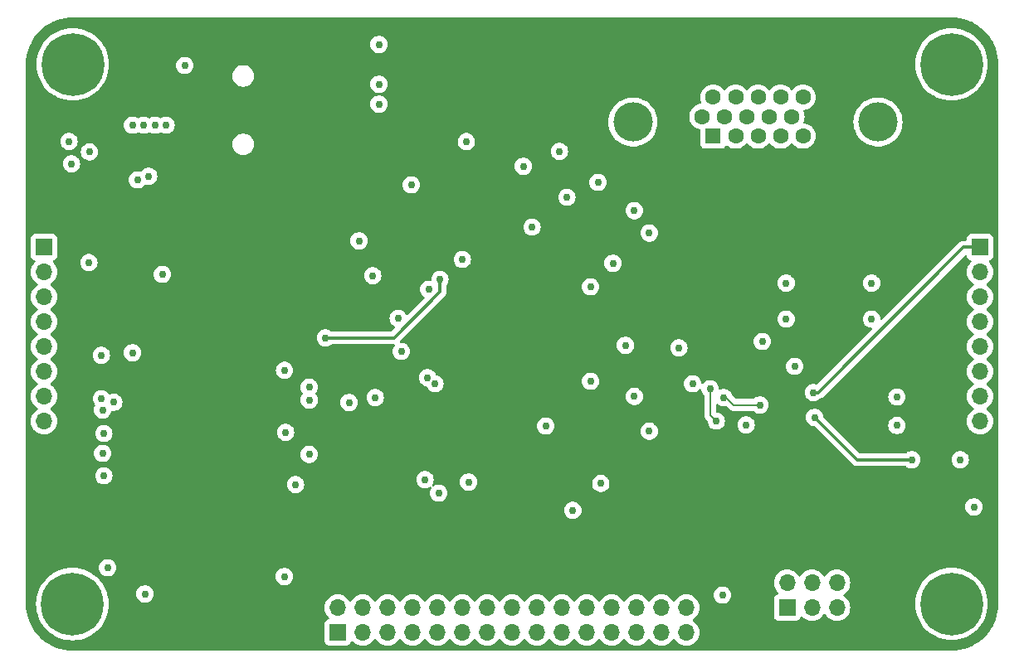
<source format=gbr>
%TF.GenerationSoftware,KiCad,Pcbnew,8.0.7*%
%TF.CreationDate,2025-01-22T16:06:57-05:00*%
%TF.ProjectId,vaudeo,76617564-656f-42e6-9b69-6361645f7063,rev?*%
%TF.SameCoordinates,Original*%
%TF.FileFunction,Copper,L4,Bot*%
%TF.FilePolarity,Positive*%
%FSLAX46Y46*%
G04 Gerber Fmt 4.6, Leading zero omitted, Abs format (unit mm)*
G04 Created by KiCad (PCBNEW 8.0.7) date 2025-01-22 16:06:57*
%MOMM*%
%LPD*%
G01*
G04 APERTURE LIST*
%TA.AperFunction,ComponentPad*%
%ADD10R,1.700000X1.700000*%
%TD*%
%TA.AperFunction,ComponentPad*%
%ADD11O,1.700000X1.700000*%
%TD*%
%TA.AperFunction,ComponentPad*%
%ADD12C,0.800000*%
%TD*%
%TA.AperFunction,ComponentPad*%
%ADD13C,6.400000*%
%TD*%
%TA.AperFunction,ComponentPad*%
%ADD14C,4.000000*%
%TD*%
%TA.AperFunction,ComponentPad*%
%ADD15R,1.600000X1.600000*%
%TD*%
%TA.AperFunction,ComponentPad*%
%ADD16C,1.600000*%
%TD*%
%TA.AperFunction,ViaPad*%
%ADD17C,0.762000*%
%TD*%
%TA.AperFunction,Conductor*%
%ADD18C,0.203200*%
%TD*%
%TA.AperFunction,Conductor*%
%ADD19C,0.304800*%
%TD*%
G04 APERTURE END LIST*
D10*
%TO.P,J6,1,Pin_1*%
%TO.N,Net-(J6-Pin_1)*%
X206756000Y-122174000D03*
D11*
%TO.P,J6,2,Pin_2*%
%TO.N,Net-(J6-Pin_2)*%
X206756000Y-119634000D03*
%TO.P,J6,3,Pin_3*%
%TO.N,CBSEL0*%
X209296000Y-122174000D03*
%TO.P,J6,4,Pin_4*%
%TO.N,CBSEL1*%
X209296000Y-119634000D03*
%TO.P,J6,5,Pin_5*%
%TO.N,GND*%
X211836000Y-122174000D03*
%TO.P,J6,6,Pin_6*%
X211836000Y-119634000D03*
%TD*%
D12*
%TO.P,H1,1,1*%
%TO.N,GND*%
X131458000Y-66675000D03*
X132160944Y-64977944D03*
X132160944Y-68372056D03*
X133858000Y-64275000D03*
D13*
X133858000Y-66675000D03*
D12*
X133858000Y-69075000D03*
X135555056Y-64977944D03*
X135555056Y-68372056D03*
X136258000Y-66675000D03*
%TD*%
%TO.P,H4,1,1*%
%TO.N,GND*%
X131422269Y-121823926D03*
X132125213Y-120126870D03*
X132125213Y-123520982D03*
X133822269Y-119423926D03*
D13*
X133822269Y-121823926D03*
D12*
X133822269Y-124223926D03*
X135519325Y-120126870D03*
X135519325Y-123520982D03*
X136222269Y-121823926D03*
%TD*%
D10*
%TO.P,J3,1,Pin_1*%
%TO.N,SDI*%
X226441000Y-85359000D03*
D11*
%TO.P,J3,2,Pin_2*%
%TO.N,SDO*%
X226441000Y-87899000D03*
%TO.P,J3,3,Pin_3*%
%TO.N,SCK*%
X226441000Y-90439000D03*
%TO.P,J3,4,Pin_4*%
%TO.N,~{FLASH_SEL}*%
X226441000Y-92979000D03*
%TO.P,J3,5,Pin_5*%
%TO.N,~{FLASH_RESET}*%
X226441000Y-95519000D03*
%TO.P,J3,6,Pin_6*%
%TO.N,~{CRESET}*%
X226441000Y-98059000D03*
%TO.P,J3,7,Pin_7*%
%TO.N,CDONE*%
X226441000Y-100599000D03*
%TO.P,J3,8,Pin_8*%
%TO.N,GND*%
X226441000Y-103139000D03*
%TD*%
D14*
%TO.P,J2,0*%
%TO.N,GND*%
X216021665Y-72579331D03*
X191021665Y-72579331D03*
D15*
%TO.P,J2,1*%
%TO.N,/Video/VGA_RED*%
X199206665Y-73999331D03*
D16*
%TO.P,J2,2*%
%TO.N,/Video/VGA_GRN*%
X201496665Y-73999331D03*
%TO.P,J2,3*%
%TO.N,/Video/VGA_BLU*%
X203786665Y-73999331D03*
%TO.P,J2,4*%
%TO.N,unconnected-(J2-Pad4)*%
X206076665Y-73999331D03*
%TO.P,J2,5*%
%TO.N,GND*%
X208366665Y-73999331D03*
%TO.P,J2,6*%
X198061665Y-72019331D03*
%TO.P,J2,7*%
X200351665Y-72019331D03*
%TO.P,J2,8*%
X202641665Y-72019331D03*
%TO.P,J2,9*%
%TO.N,unconnected-(J2-Pad9)*%
X204931665Y-72019331D03*
%TO.P,J2,10*%
%TO.N,GND*%
X207221665Y-72019331D03*
%TO.P,J2,11*%
%TO.N,unconnected-(J2-Pad11)*%
X199206665Y-70039331D03*
%TO.P,J2,12*%
%TO.N,unconnected-(J2-Pad12)*%
X201496665Y-70039331D03*
%TO.P,J2,13*%
%TO.N,/Video/VGA_HSYNC*%
X203786665Y-70039331D03*
%TO.P,J2,14*%
%TO.N,/Video/VGA_VSYNC*%
X206076665Y-70039331D03*
%TO.P,J2,15*%
%TO.N,unconnected-(J2-Pad15)*%
X208366665Y-70039331D03*
%TD*%
D12*
%TO.P,H3,1,1*%
%TO.N,GND*%
X221120000Y-121793000D03*
X221822944Y-120095944D03*
X221822944Y-123490056D03*
X223520000Y-119393000D03*
D13*
X223520000Y-121793000D03*
D12*
X223520000Y-124193000D03*
X225217056Y-120095944D03*
X225217056Y-123490056D03*
X225920000Y-121793000D03*
%TD*%
D10*
%TO.P,J4,1,Pin_1*%
%TO.N,+5V*%
X130937000Y-85359000D03*
D11*
%TO.P,J4,2,Pin_2*%
X130937000Y-87899000D03*
%TO.P,J4,3,Pin_3*%
X130937000Y-90439000D03*
%TO.P,J4,4,Pin_4*%
X130937000Y-92979000D03*
%TO.P,J4,5,Pin_5*%
%TO.N,GND*%
X130937000Y-95519000D03*
%TO.P,J4,6,Pin_6*%
X130937000Y-98059000D03*
%TO.P,J4,7,Pin_7*%
X130937000Y-100599000D03*
%TO.P,J4,8,Pin_8*%
X130937000Y-103139000D03*
%TD*%
D12*
%TO.P,H2,1,1*%
%TO.N,GND*%
X221120000Y-66675000D03*
X221822944Y-64977944D03*
X221822944Y-68372056D03*
X223520000Y-64275000D03*
D13*
X223520000Y-66675000D03*
D12*
X223520000Y-69075000D03*
X225217056Y-64977944D03*
X225217056Y-68372056D03*
X225920000Y-66675000D03*
%TD*%
D10*
%TO.P,J5,1,Pin_1*%
%TO.N,DATA0*%
X160909000Y-124714000D03*
D11*
%TO.P,J5,2,Pin_2*%
%TO.N,CLK*%
X160909000Y-122174000D03*
%TO.P,J5,3,Pin_3*%
%TO.N,DATA1*%
X163449000Y-124714000D03*
%TO.P,J5,4,Pin_4*%
%TO.N,~{ENABLE}*%
X163449000Y-122174000D03*
%TO.P,J5,5,Pin_5*%
%TO.N,DATA2*%
X165989000Y-124714000D03*
%TO.P,J5,6,Pin_6*%
%TO.N,~{BYTE}{slash}WORD*%
X165989000Y-122174000D03*
%TO.P,J5,7,Pin_7*%
%TO.N,DATA3*%
X168529000Y-124714000D03*
%TO.P,J5,8,Pin_8*%
%TO.N,~{WRITE}{slash}READ*%
X168529000Y-122174000D03*
%TO.P,J5,9,Pin_9*%
%TO.N,GND*%
X171069000Y-124714000D03*
%TO.P,J5,10,Pin_10*%
X171069000Y-122174000D03*
%TO.P,J5,11,Pin_11*%
%TO.N,DATA4*%
X173609000Y-124714000D03*
%TO.P,J5,12,Pin_12*%
%TO.N,ADDR0*%
X173609000Y-122174000D03*
%TO.P,J5,13,Pin_13*%
%TO.N,DATA5*%
X176149000Y-124714000D03*
%TO.P,J5,14,Pin_14*%
%TO.N,ADDR1*%
X176149000Y-122174000D03*
%TO.P,J5,15,Pin_15*%
%TO.N,DATA6*%
X178689000Y-124714000D03*
%TO.P,J5,16,Pin_16*%
%TO.N,ADDR2*%
X178689000Y-122174000D03*
%TO.P,J5,17,Pin_17*%
%TO.N,DATA7*%
X181229000Y-124714000D03*
%TO.P,J5,18,Pin_18*%
%TO.N,ADDR3*%
X181229000Y-122174000D03*
%TO.P,J5,19,Pin_19*%
%TO.N,GND*%
X183769000Y-124714000D03*
%TO.P,J5,20,Pin_20*%
X183769000Y-122174000D03*
%TO.P,J5,21,Pin_21*%
%TO.N,DATA8*%
X186309000Y-124714000D03*
%TO.P,J5,22,Pin_22*%
%TO.N,ADDR4*%
X186309000Y-122174000D03*
%TO.P,J5,23,Pin_23*%
%TO.N,DATA9*%
X188849000Y-124714000D03*
%TO.P,J5,24,Pin_24*%
%TO.N,ADDR5*%
X188849000Y-122174000D03*
%TO.P,J5,25,Pin_25*%
%TO.N,DATA10*%
X191389000Y-124714000D03*
%TO.P,J5,26,Pin_26*%
%TO.N,DATA15*%
X191389000Y-122174000D03*
%TO.P,J5,27,Pin_27*%
%TO.N,DATA11*%
X193929000Y-124714000D03*
%TO.P,J5,28,Pin_28*%
%TO.N,DATA14*%
X193929000Y-122174000D03*
%TO.P,J5,29,Pin_29*%
%TO.N,DATA12*%
X196469000Y-124714000D03*
%TO.P,J5,30,Pin_30*%
%TO.N,DATA13*%
X196469000Y-122174000D03*
%TD*%
D17*
%TO.N,GND*%
X180721000Y-83312000D03*
X141605000Y-78105000D03*
X191163377Y-81632623D03*
X170815000Y-99314000D03*
X204216000Y-94996000D03*
X155448000Y-118999000D03*
X197104000Y-99314000D03*
X136779000Y-96393000D03*
X171196000Y-110490000D03*
X174018377Y-74577377D03*
X156591000Y-109601000D03*
X143002000Y-88138000D03*
X217948000Y-100660000D03*
X192687377Y-104168377D03*
X145288000Y-66802000D03*
X168402000Y-78994000D03*
X170180000Y-89662000D03*
X136779000Y-100838000D03*
X133731000Y-76835000D03*
X184883623Y-112239623D03*
X187452000Y-78740000D03*
X167064098Y-92637319D03*
X183515000Y-75565000D03*
X135575000Y-75631000D03*
X135509000Y-86918800D03*
X155462000Y-97931000D03*
X167386000Y-96012000D03*
X170053000Y-98679000D03*
X162052000Y-101219000D03*
X192687377Y-83918623D03*
X136906000Y-101981000D03*
X141224000Y-120777000D03*
X169799000Y-109093000D03*
X155575000Y-104267000D03*
X163068000Y-84709000D03*
X165100000Y-64643000D03*
X165100000Y-70739000D03*
X190246000Y-95377000D03*
X186690000Y-99060000D03*
X157988000Y-99673500D03*
X136906000Y-106426000D03*
X140462000Y-78486000D03*
X187734377Y-109502377D03*
X186690000Y-89408000D03*
X165100000Y-68707000D03*
%TO.N,+1V2*%
X177701377Y-75974377D03*
X184531000Y-87249000D03*
X141097000Y-84328000D03*
X181356000Y-110871000D03*
X139954000Y-84328000D03*
X191389000Y-108458000D03*
X175260000Y-103632000D03*
X142240000Y-84328000D03*
X143383000Y-84328000D03*
X163703000Y-80899000D03*
%TO.N,+3V3*%
X207518000Y-97536000D03*
X157988000Y-100965000D03*
X225806000Y-111887000D03*
X173609000Y-86614000D03*
X164719000Y-100711000D03*
X217948000Y-103581000D03*
X188976000Y-86995000D03*
X182118000Y-103632000D03*
X202565000Y-103505000D03*
X164465000Y-88265000D03*
X133477000Y-74549000D03*
X215376000Y-89027000D03*
X215376000Y-92710000D03*
X157988000Y-106531500D03*
X174244000Y-109347000D03*
X139954000Y-96139000D03*
X138049000Y-101209500D03*
X137033000Y-108712000D03*
X137033000Y-104394000D03*
X191163377Y-100612377D03*
X139954000Y-72898000D03*
X142240000Y-72898000D03*
X141097000Y-72898000D03*
X179832000Y-77089000D03*
X224409000Y-107061000D03*
X184277000Y-80264000D03*
X200152000Y-120904000D03*
X206656250Y-89027000D03*
X206656250Y-92710000D03*
X137414000Y-118110000D03*
X195707000Y-95631000D03*
X143383000Y-72898000D03*
%TO.N,SCK*%
X200279000Y-100711000D03*
X203962000Y-101473000D03*
%TO.N,~{FLASH_SEL}*%
X199517000Y-103124000D03*
X198882000Y-99822000D03*
%TO.N,~{FLASH_RESET}*%
X219456000Y-107061000D03*
X209550000Y-102743000D03*
%TO.N,SDI*%
X209423000Y-100203000D03*
%TO.N,SDRAM_CLK*%
X159639000Y-94615000D03*
X171323000Y-88646000D03*
%TD*%
D18*
%TO.N,SCK*%
X201295000Y-101473000D02*
X203962000Y-101473000D01*
X200533000Y-100711000D02*
X201295000Y-101473000D01*
X200279000Y-100711000D02*
X200533000Y-100711000D01*
%TO.N,~{FLASH_SEL}*%
X198882000Y-99822000D02*
X198882000Y-102489000D01*
X198882000Y-102489000D02*
X199517000Y-103124000D01*
D19*
%TO.N,~{FLASH_RESET}*%
X209550000Y-102743000D02*
X213868000Y-107061000D01*
X213868000Y-107061000D02*
X219456000Y-107061000D01*
%TO.N,SDI*%
X209423000Y-100203000D02*
X209931000Y-100203000D01*
X209931000Y-100203000D02*
X224775000Y-85359000D01*
X224775000Y-85359000D02*
X226441000Y-85359000D01*
%TO.N,SDRAM_CLK*%
X171323000Y-88646000D02*
X171323000Y-89916000D01*
X171323000Y-89916000D02*
X166624000Y-94615000D01*
X166624000Y-94615000D02*
X159639000Y-94615000D01*
%TD*%
%TA.AperFunction,Conductor*%
%TO.N,+1V2*%
G36*
X223522702Y-61895618D02*
G01*
X223536499Y-61896220D01*
X223931173Y-61913451D01*
X223941910Y-61914391D01*
X224344584Y-61967404D01*
X224355222Y-61969279D01*
X224751749Y-62057188D01*
X224762189Y-62059986D01*
X225149530Y-62182113D01*
X225159676Y-62185806D01*
X225534911Y-62341234D01*
X225544702Y-62345800D01*
X225904942Y-62533329D01*
X225914310Y-62538737D01*
X226256840Y-62756952D01*
X226265699Y-62763155D01*
X226534511Y-62969422D01*
X226587909Y-63010396D01*
X226596195Y-63017350D01*
X226895624Y-63291726D01*
X226903273Y-63299375D01*
X227177649Y-63598804D01*
X227184603Y-63607090D01*
X227431842Y-63929297D01*
X227438047Y-63938159D01*
X227656262Y-64280689D01*
X227661670Y-64290057D01*
X227849196Y-64650290D01*
X227853768Y-64660094D01*
X228009189Y-65035313D01*
X228012889Y-65045479D01*
X228135012Y-65432806D01*
X228137812Y-65443254D01*
X228225718Y-65839769D01*
X228227596Y-65850423D01*
X228280606Y-66253069D01*
X228281549Y-66263845D01*
X228299382Y-66672297D01*
X228299500Y-66677706D01*
X228299500Y-121790293D01*
X228299382Y-121795702D01*
X228281549Y-122204154D01*
X228280606Y-122214930D01*
X228227596Y-122617576D01*
X228225718Y-122628230D01*
X228137812Y-123024745D01*
X228135012Y-123035193D01*
X228012889Y-123422520D01*
X228009189Y-123432686D01*
X227853768Y-123807905D01*
X227849196Y-123817709D01*
X227661670Y-124177942D01*
X227656262Y-124187310D01*
X227438047Y-124529840D01*
X227431842Y-124538702D01*
X227184603Y-124860909D01*
X227177649Y-124869195D01*
X226903273Y-125168624D01*
X226895624Y-125176273D01*
X226596195Y-125450649D01*
X226587909Y-125457603D01*
X226265702Y-125704842D01*
X226256840Y-125711047D01*
X225914310Y-125929262D01*
X225904942Y-125934670D01*
X225544709Y-126122196D01*
X225534905Y-126126768D01*
X225159686Y-126282189D01*
X225149520Y-126285889D01*
X224762193Y-126408012D01*
X224751745Y-126410812D01*
X224355230Y-126498718D01*
X224344576Y-126500596D01*
X223941930Y-126553606D01*
X223931154Y-126554549D01*
X223522703Y-126572382D01*
X223517294Y-126572500D01*
X133860706Y-126572500D01*
X133855297Y-126572382D01*
X133446845Y-126554549D01*
X133436069Y-126553606D01*
X133033423Y-126500596D01*
X133022769Y-126498718D01*
X132626254Y-126410812D01*
X132615806Y-126408012D01*
X132228479Y-126285889D01*
X132218313Y-126282189D01*
X131843094Y-126126768D01*
X131833290Y-126122196D01*
X131473057Y-125934670D01*
X131463689Y-125929262D01*
X131121159Y-125711047D01*
X131112297Y-125704842D01*
X130790090Y-125457603D01*
X130781804Y-125450649D01*
X130482375Y-125176273D01*
X130474726Y-125168624D01*
X130200350Y-124869195D01*
X130193396Y-124860909D01*
X129946157Y-124538702D01*
X129939952Y-124529840D01*
X129721737Y-124187310D01*
X129716329Y-124177942D01*
X129648401Y-124047454D01*
X129528800Y-123817702D01*
X129524231Y-123807905D01*
X129519892Y-123797430D01*
X129368806Y-123432676D01*
X129365110Y-123422520D01*
X129364788Y-123421500D01*
X129242986Y-123035189D01*
X129240187Y-123024745D01*
X129227833Y-122969020D01*
X129152279Y-122628222D01*
X129150403Y-122617576D01*
X129097391Y-122214910D01*
X129096451Y-122204173D01*
X129079850Y-121823925D01*
X130116691Y-121823925D01*
X130116691Y-121823926D01*
X130136991Y-122211265D01*
X130176244Y-122459097D01*
X130197667Y-122594359D01*
X130289768Y-122938087D01*
X130298057Y-122969020D01*
X130437056Y-123331123D01*
X130613146Y-123676719D01*
X130824391Y-124002008D01*
X130950807Y-124158118D01*
X131068488Y-124303442D01*
X131342753Y-124577707D01*
X131342757Y-124577710D01*
X131644186Y-124821803D01*
X131921858Y-125002125D01*
X131969480Y-125033051D01*
X132315075Y-125209140D01*
X132677182Y-125348140D01*
X133051836Y-125448528D01*
X133434931Y-125509204D01*
X133800845Y-125528381D01*
X133822268Y-125529504D01*
X133822269Y-125529504D01*
X133822270Y-125529504D01*
X133842570Y-125528440D01*
X134209607Y-125509204D01*
X134592702Y-125448528D01*
X134967356Y-125348140D01*
X135329463Y-125209140D01*
X135675058Y-125033051D01*
X136000353Y-124821802D01*
X136301785Y-124577707D01*
X136576050Y-124303442D01*
X136820145Y-124002010D01*
X137031394Y-123676715D01*
X137207483Y-123331120D01*
X137346483Y-122969013D01*
X137446871Y-122594359D01*
X137507547Y-122211264D01*
X137509500Y-122173999D01*
X159553341Y-122173999D01*
X159553341Y-122174000D01*
X159573936Y-122409403D01*
X159573938Y-122409413D01*
X159635094Y-122637655D01*
X159635096Y-122637659D01*
X159635097Y-122637663D01*
X159639000Y-122646032D01*
X159734965Y-122851830D01*
X159734967Y-122851834D01*
X159817017Y-122969013D01*
X159870501Y-123045396D01*
X159870506Y-123045402D01*
X159992430Y-123167326D01*
X160025915Y-123228649D01*
X160020931Y-123298341D01*
X159979059Y-123354274D01*
X159948083Y-123371189D01*
X159816669Y-123420203D01*
X159816664Y-123420206D01*
X159701455Y-123506452D01*
X159701452Y-123506455D01*
X159615206Y-123621664D01*
X159615202Y-123621671D01*
X159564908Y-123756517D01*
X159558501Y-123816116D01*
X159558500Y-123816135D01*
X159558500Y-125611870D01*
X159558501Y-125611876D01*
X159564908Y-125671483D01*
X159615202Y-125806328D01*
X159615206Y-125806335D01*
X159701452Y-125921544D01*
X159701455Y-125921547D01*
X159816664Y-126007793D01*
X159816671Y-126007797D01*
X159951517Y-126058091D01*
X159951516Y-126058091D01*
X159958444Y-126058835D01*
X160011127Y-126064500D01*
X161806872Y-126064499D01*
X161866483Y-126058091D01*
X162001331Y-126007796D01*
X162116546Y-125921546D01*
X162202796Y-125806331D01*
X162251810Y-125674916D01*
X162293681Y-125618984D01*
X162359145Y-125594566D01*
X162427418Y-125609417D01*
X162455673Y-125630569D01*
X162577599Y-125752495D01*
X162674384Y-125820265D01*
X162771165Y-125888032D01*
X162771167Y-125888033D01*
X162771170Y-125888035D01*
X162985337Y-125987903D01*
X163213592Y-126049063D01*
X163390034Y-126064500D01*
X163448999Y-126069659D01*
X163449000Y-126069659D01*
X163449001Y-126069659D01*
X163507966Y-126064500D01*
X163684408Y-126049063D01*
X163912663Y-125987903D01*
X164126830Y-125888035D01*
X164320401Y-125752495D01*
X164487495Y-125585401D01*
X164617425Y-125399842D01*
X164672002Y-125356217D01*
X164741500Y-125349023D01*
X164803855Y-125380546D01*
X164820575Y-125399842D01*
X164950500Y-125585395D01*
X164950505Y-125585401D01*
X165117599Y-125752495D01*
X165214384Y-125820265D01*
X165311165Y-125888032D01*
X165311167Y-125888033D01*
X165311170Y-125888035D01*
X165525337Y-125987903D01*
X165753592Y-126049063D01*
X165930034Y-126064500D01*
X165988999Y-126069659D01*
X165989000Y-126069659D01*
X165989001Y-126069659D01*
X166047966Y-126064500D01*
X166224408Y-126049063D01*
X166452663Y-125987903D01*
X166666830Y-125888035D01*
X166860401Y-125752495D01*
X167027495Y-125585401D01*
X167157425Y-125399842D01*
X167212002Y-125356217D01*
X167281500Y-125349023D01*
X167343855Y-125380546D01*
X167360575Y-125399842D01*
X167490500Y-125585395D01*
X167490505Y-125585401D01*
X167657599Y-125752495D01*
X167754384Y-125820265D01*
X167851165Y-125888032D01*
X167851167Y-125888033D01*
X167851170Y-125888035D01*
X168065337Y-125987903D01*
X168293592Y-126049063D01*
X168470034Y-126064500D01*
X168528999Y-126069659D01*
X168529000Y-126069659D01*
X168529001Y-126069659D01*
X168587966Y-126064500D01*
X168764408Y-126049063D01*
X168992663Y-125987903D01*
X169206830Y-125888035D01*
X169400401Y-125752495D01*
X169567495Y-125585401D01*
X169697425Y-125399842D01*
X169752002Y-125356217D01*
X169821500Y-125349023D01*
X169883855Y-125380546D01*
X169900575Y-125399842D01*
X170030500Y-125585395D01*
X170030505Y-125585401D01*
X170197599Y-125752495D01*
X170294384Y-125820265D01*
X170391165Y-125888032D01*
X170391167Y-125888033D01*
X170391170Y-125888035D01*
X170605337Y-125987903D01*
X170833592Y-126049063D01*
X171010034Y-126064500D01*
X171068999Y-126069659D01*
X171069000Y-126069659D01*
X171069001Y-126069659D01*
X171127966Y-126064500D01*
X171304408Y-126049063D01*
X171532663Y-125987903D01*
X171746830Y-125888035D01*
X171940401Y-125752495D01*
X172107495Y-125585401D01*
X172237425Y-125399842D01*
X172292002Y-125356217D01*
X172361500Y-125349023D01*
X172423855Y-125380546D01*
X172440575Y-125399842D01*
X172570500Y-125585395D01*
X172570505Y-125585401D01*
X172737599Y-125752495D01*
X172834384Y-125820265D01*
X172931165Y-125888032D01*
X172931167Y-125888033D01*
X172931170Y-125888035D01*
X173145337Y-125987903D01*
X173373592Y-126049063D01*
X173550034Y-126064500D01*
X173608999Y-126069659D01*
X173609000Y-126069659D01*
X173609001Y-126069659D01*
X173667966Y-126064500D01*
X173844408Y-126049063D01*
X174072663Y-125987903D01*
X174286830Y-125888035D01*
X174480401Y-125752495D01*
X174647495Y-125585401D01*
X174777425Y-125399842D01*
X174832002Y-125356217D01*
X174901500Y-125349023D01*
X174963855Y-125380546D01*
X174980575Y-125399842D01*
X175110500Y-125585395D01*
X175110505Y-125585401D01*
X175277599Y-125752495D01*
X175374384Y-125820265D01*
X175471165Y-125888032D01*
X175471167Y-125888033D01*
X175471170Y-125888035D01*
X175685337Y-125987903D01*
X175913592Y-126049063D01*
X176090034Y-126064500D01*
X176148999Y-126069659D01*
X176149000Y-126069659D01*
X176149001Y-126069659D01*
X176207966Y-126064500D01*
X176384408Y-126049063D01*
X176612663Y-125987903D01*
X176826830Y-125888035D01*
X177020401Y-125752495D01*
X177187495Y-125585401D01*
X177317425Y-125399842D01*
X177372002Y-125356217D01*
X177441500Y-125349023D01*
X177503855Y-125380546D01*
X177520575Y-125399842D01*
X177650500Y-125585395D01*
X177650505Y-125585401D01*
X177817599Y-125752495D01*
X177914384Y-125820265D01*
X178011165Y-125888032D01*
X178011167Y-125888033D01*
X178011170Y-125888035D01*
X178225337Y-125987903D01*
X178453592Y-126049063D01*
X178630034Y-126064500D01*
X178688999Y-126069659D01*
X178689000Y-126069659D01*
X178689001Y-126069659D01*
X178747966Y-126064500D01*
X178924408Y-126049063D01*
X179152663Y-125987903D01*
X179366830Y-125888035D01*
X179560401Y-125752495D01*
X179727495Y-125585401D01*
X179857425Y-125399842D01*
X179912002Y-125356217D01*
X179981500Y-125349023D01*
X180043855Y-125380546D01*
X180060575Y-125399842D01*
X180190500Y-125585395D01*
X180190505Y-125585401D01*
X180357599Y-125752495D01*
X180454384Y-125820265D01*
X180551165Y-125888032D01*
X180551167Y-125888033D01*
X180551170Y-125888035D01*
X180765337Y-125987903D01*
X180993592Y-126049063D01*
X181170034Y-126064500D01*
X181228999Y-126069659D01*
X181229000Y-126069659D01*
X181229001Y-126069659D01*
X181287966Y-126064500D01*
X181464408Y-126049063D01*
X181692663Y-125987903D01*
X181906830Y-125888035D01*
X182100401Y-125752495D01*
X182267495Y-125585401D01*
X182397425Y-125399842D01*
X182452002Y-125356217D01*
X182521500Y-125349023D01*
X182583855Y-125380546D01*
X182600575Y-125399842D01*
X182730500Y-125585395D01*
X182730505Y-125585401D01*
X182897599Y-125752495D01*
X182994384Y-125820265D01*
X183091165Y-125888032D01*
X183091167Y-125888033D01*
X183091170Y-125888035D01*
X183305337Y-125987903D01*
X183533592Y-126049063D01*
X183710034Y-126064500D01*
X183768999Y-126069659D01*
X183769000Y-126069659D01*
X183769001Y-126069659D01*
X183827966Y-126064500D01*
X184004408Y-126049063D01*
X184232663Y-125987903D01*
X184446830Y-125888035D01*
X184640401Y-125752495D01*
X184807495Y-125585401D01*
X184937425Y-125399842D01*
X184992002Y-125356217D01*
X185061500Y-125349023D01*
X185123855Y-125380546D01*
X185140575Y-125399842D01*
X185270500Y-125585395D01*
X185270505Y-125585401D01*
X185437599Y-125752495D01*
X185534384Y-125820265D01*
X185631165Y-125888032D01*
X185631167Y-125888033D01*
X185631170Y-125888035D01*
X185845337Y-125987903D01*
X186073592Y-126049063D01*
X186250034Y-126064500D01*
X186308999Y-126069659D01*
X186309000Y-126069659D01*
X186309001Y-126069659D01*
X186367966Y-126064500D01*
X186544408Y-126049063D01*
X186772663Y-125987903D01*
X186986830Y-125888035D01*
X187180401Y-125752495D01*
X187347495Y-125585401D01*
X187477425Y-125399842D01*
X187532002Y-125356217D01*
X187601500Y-125349023D01*
X187663855Y-125380546D01*
X187680575Y-125399842D01*
X187810500Y-125585395D01*
X187810505Y-125585401D01*
X187977599Y-125752495D01*
X188074384Y-125820265D01*
X188171165Y-125888032D01*
X188171167Y-125888033D01*
X188171170Y-125888035D01*
X188385337Y-125987903D01*
X188613592Y-126049063D01*
X188790034Y-126064500D01*
X188848999Y-126069659D01*
X188849000Y-126069659D01*
X188849001Y-126069659D01*
X188907966Y-126064500D01*
X189084408Y-126049063D01*
X189312663Y-125987903D01*
X189526830Y-125888035D01*
X189720401Y-125752495D01*
X189887495Y-125585401D01*
X190017425Y-125399842D01*
X190072002Y-125356217D01*
X190141500Y-125349023D01*
X190203855Y-125380546D01*
X190220575Y-125399842D01*
X190350500Y-125585395D01*
X190350505Y-125585401D01*
X190517599Y-125752495D01*
X190614384Y-125820265D01*
X190711165Y-125888032D01*
X190711167Y-125888033D01*
X190711170Y-125888035D01*
X190925337Y-125987903D01*
X191153592Y-126049063D01*
X191330034Y-126064500D01*
X191388999Y-126069659D01*
X191389000Y-126069659D01*
X191389001Y-126069659D01*
X191447966Y-126064500D01*
X191624408Y-126049063D01*
X191852663Y-125987903D01*
X192066830Y-125888035D01*
X192260401Y-125752495D01*
X192427495Y-125585401D01*
X192557425Y-125399842D01*
X192612002Y-125356217D01*
X192681500Y-125349023D01*
X192743855Y-125380546D01*
X192760575Y-125399842D01*
X192890500Y-125585395D01*
X192890505Y-125585401D01*
X193057599Y-125752495D01*
X193154384Y-125820265D01*
X193251165Y-125888032D01*
X193251167Y-125888033D01*
X193251170Y-125888035D01*
X193465337Y-125987903D01*
X193693592Y-126049063D01*
X193870034Y-126064500D01*
X193928999Y-126069659D01*
X193929000Y-126069659D01*
X193929001Y-126069659D01*
X193987966Y-126064500D01*
X194164408Y-126049063D01*
X194392663Y-125987903D01*
X194606830Y-125888035D01*
X194800401Y-125752495D01*
X194967495Y-125585401D01*
X195097425Y-125399842D01*
X195152002Y-125356217D01*
X195221500Y-125349023D01*
X195283855Y-125380546D01*
X195300575Y-125399842D01*
X195430500Y-125585395D01*
X195430505Y-125585401D01*
X195597599Y-125752495D01*
X195694384Y-125820265D01*
X195791165Y-125888032D01*
X195791167Y-125888033D01*
X195791170Y-125888035D01*
X196005337Y-125987903D01*
X196233592Y-126049063D01*
X196410034Y-126064500D01*
X196468999Y-126069659D01*
X196469000Y-126069659D01*
X196469001Y-126069659D01*
X196527966Y-126064500D01*
X196704408Y-126049063D01*
X196932663Y-125987903D01*
X197146830Y-125888035D01*
X197340401Y-125752495D01*
X197507495Y-125585401D01*
X197643035Y-125391830D01*
X197742903Y-125177663D01*
X197804063Y-124949408D01*
X197824659Y-124714000D01*
X197804063Y-124478592D01*
X197748846Y-124272516D01*
X197742905Y-124250344D01*
X197742904Y-124250343D01*
X197742903Y-124250337D01*
X197643035Y-124036171D01*
X197637425Y-124028158D01*
X197507494Y-123842597D01*
X197340402Y-123675506D01*
X197340396Y-123675501D01*
X197154842Y-123545575D01*
X197111217Y-123490998D01*
X197104023Y-123421500D01*
X197135546Y-123359145D01*
X197154842Y-123342425D01*
X197217800Y-123298341D01*
X197340401Y-123212495D01*
X197507495Y-123045401D01*
X197643035Y-122851830D01*
X197742903Y-122637663D01*
X197804063Y-122409408D01*
X197824659Y-122174000D01*
X197804063Y-121938592D01*
X197752720Y-121746975D01*
X197742905Y-121710344D01*
X197742904Y-121710343D01*
X197742903Y-121710337D01*
X197643035Y-121496171D01*
X197637425Y-121488158D01*
X197507494Y-121302597D01*
X197340402Y-121135506D01*
X197340395Y-121135501D01*
X197146834Y-120999967D01*
X197146830Y-120999965D01*
X197146828Y-120999964D01*
X196941033Y-120904000D01*
X199265644Y-120904000D01*
X199285013Y-121088286D01*
X199285014Y-121088288D01*
X199342274Y-121264514D01*
X199415343Y-121391074D01*
X199434923Y-121424987D01*
X199445367Y-121436586D01*
X199558906Y-121562686D01*
X199558909Y-121562688D01*
X199558912Y-121562691D01*
X199690782Y-121658500D01*
X199708822Y-121671607D01*
X199878095Y-121746973D01*
X199878098Y-121746973D01*
X199878101Y-121746975D01*
X200059351Y-121785500D01*
X200244649Y-121785500D01*
X200425899Y-121746975D01*
X200425902Y-121746973D01*
X200425904Y-121746973D01*
X200508189Y-121710337D01*
X200595178Y-121671607D01*
X200745088Y-121562691D01*
X200869077Y-121424987D01*
X200961726Y-121264513D01*
X201018987Y-121088284D01*
X201038356Y-120904000D01*
X201018987Y-120719716D01*
X200961726Y-120543487D01*
X200869077Y-120383013D01*
X200812198Y-120319842D01*
X200745093Y-120245313D01*
X200745090Y-120245311D01*
X200745089Y-120245310D01*
X200745088Y-120245309D01*
X200595178Y-120136393D01*
X200595177Y-120136392D01*
X200425904Y-120061026D01*
X200425896Y-120061024D01*
X200244649Y-120022500D01*
X200059351Y-120022500D01*
X199878103Y-120061024D01*
X199878095Y-120061026D01*
X199708822Y-120136392D01*
X199558909Y-120245311D01*
X199558906Y-120245313D01*
X199434922Y-120383014D01*
X199342274Y-120543485D01*
X199285014Y-120719711D01*
X199285013Y-120719713D01*
X199265644Y-120904000D01*
X196941033Y-120904000D01*
X196932663Y-120900097D01*
X196932659Y-120900096D01*
X196932655Y-120900094D01*
X196704413Y-120838938D01*
X196704403Y-120838936D01*
X196469001Y-120818341D01*
X196468999Y-120818341D01*
X196233596Y-120838936D01*
X196233586Y-120838938D01*
X196005344Y-120900094D01*
X196005335Y-120900098D01*
X195791171Y-120999964D01*
X195791169Y-120999965D01*
X195597597Y-121135505D01*
X195430505Y-121302597D01*
X195300575Y-121488158D01*
X195245998Y-121531783D01*
X195176500Y-121538977D01*
X195114145Y-121507454D01*
X195097425Y-121488158D01*
X194967494Y-121302597D01*
X194800402Y-121135506D01*
X194800395Y-121135501D01*
X194606834Y-120999967D01*
X194606830Y-120999965D01*
X194606828Y-120999964D01*
X194392663Y-120900097D01*
X194392659Y-120900096D01*
X194392655Y-120900094D01*
X194164413Y-120838938D01*
X194164403Y-120838936D01*
X193929001Y-120818341D01*
X193928999Y-120818341D01*
X193693596Y-120838936D01*
X193693586Y-120838938D01*
X193465344Y-120900094D01*
X193465335Y-120900098D01*
X193251171Y-120999964D01*
X193251169Y-120999965D01*
X193057597Y-121135505D01*
X192890505Y-121302597D01*
X192760575Y-121488158D01*
X192705998Y-121531783D01*
X192636500Y-121538977D01*
X192574145Y-121507454D01*
X192557425Y-121488158D01*
X192427494Y-121302597D01*
X192260402Y-121135506D01*
X192260395Y-121135501D01*
X192066834Y-120999967D01*
X192066830Y-120999965D01*
X192066828Y-120999964D01*
X191852663Y-120900097D01*
X191852659Y-120900096D01*
X191852655Y-120900094D01*
X191624413Y-120838938D01*
X191624403Y-120838936D01*
X191389001Y-120818341D01*
X191388999Y-120818341D01*
X191153596Y-120838936D01*
X191153586Y-120838938D01*
X190925344Y-120900094D01*
X190925335Y-120900098D01*
X190711171Y-120999964D01*
X190711169Y-120999965D01*
X190517597Y-121135505D01*
X190350505Y-121302597D01*
X190220575Y-121488158D01*
X190165998Y-121531783D01*
X190096500Y-121538977D01*
X190034145Y-121507454D01*
X190017425Y-121488158D01*
X189887494Y-121302597D01*
X189720402Y-121135506D01*
X189720395Y-121135501D01*
X189526834Y-120999967D01*
X189526830Y-120999965D01*
X189526828Y-120999964D01*
X189312663Y-120900097D01*
X189312659Y-120900096D01*
X189312655Y-120900094D01*
X189084413Y-120838938D01*
X189084403Y-120838936D01*
X188849001Y-120818341D01*
X188848999Y-120818341D01*
X188613596Y-120838936D01*
X188613586Y-120838938D01*
X188385344Y-120900094D01*
X188385335Y-120900098D01*
X188171171Y-120999964D01*
X188171169Y-120999965D01*
X187977597Y-121135505D01*
X187810505Y-121302597D01*
X187680575Y-121488158D01*
X187625998Y-121531783D01*
X187556500Y-121538977D01*
X187494145Y-121507454D01*
X187477425Y-121488158D01*
X187347494Y-121302597D01*
X187180402Y-121135506D01*
X187180395Y-121135501D01*
X186986834Y-120999967D01*
X186986830Y-120999965D01*
X186986828Y-120999964D01*
X186772663Y-120900097D01*
X186772659Y-120900096D01*
X186772655Y-120900094D01*
X186544413Y-120838938D01*
X186544403Y-120838936D01*
X186309001Y-120818341D01*
X186308999Y-120818341D01*
X186073596Y-120838936D01*
X186073586Y-120838938D01*
X185845344Y-120900094D01*
X185845335Y-120900098D01*
X185631171Y-120999964D01*
X185631169Y-120999965D01*
X185437597Y-121135505D01*
X185270505Y-121302597D01*
X185140575Y-121488158D01*
X185085998Y-121531783D01*
X185016500Y-121538977D01*
X184954145Y-121507454D01*
X184937425Y-121488158D01*
X184807494Y-121302597D01*
X184640402Y-121135506D01*
X184640395Y-121135501D01*
X184446834Y-120999967D01*
X184446830Y-120999965D01*
X184446828Y-120999964D01*
X184232663Y-120900097D01*
X184232659Y-120900096D01*
X184232655Y-120900094D01*
X184004413Y-120838938D01*
X184004403Y-120838936D01*
X183769001Y-120818341D01*
X183768999Y-120818341D01*
X183533596Y-120838936D01*
X183533586Y-120838938D01*
X183305344Y-120900094D01*
X183305335Y-120900098D01*
X183091171Y-120999964D01*
X183091169Y-120999965D01*
X182897597Y-121135505D01*
X182730505Y-121302597D01*
X182600575Y-121488158D01*
X182545998Y-121531783D01*
X182476500Y-121538977D01*
X182414145Y-121507454D01*
X182397425Y-121488158D01*
X182267494Y-121302597D01*
X182100402Y-121135506D01*
X182100395Y-121135501D01*
X181906834Y-120999967D01*
X181906830Y-120999965D01*
X181906828Y-120999964D01*
X181692663Y-120900097D01*
X181692659Y-120900096D01*
X181692655Y-120900094D01*
X181464413Y-120838938D01*
X181464403Y-120838936D01*
X181229001Y-120818341D01*
X181228999Y-120818341D01*
X180993596Y-120838936D01*
X180993586Y-120838938D01*
X180765344Y-120900094D01*
X180765335Y-120900098D01*
X180551171Y-120999964D01*
X180551169Y-120999965D01*
X180357597Y-121135505D01*
X180190505Y-121302597D01*
X180060575Y-121488158D01*
X180005998Y-121531783D01*
X179936500Y-121538977D01*
X179874145Y-121507454D01*
X179857425Y-121488158D01*
X179727494Y-121302597D01*
X179560402Y-121135506D01*
X179560395Y-121135501D01*
X179366834Y-120999967D01*
X179366830Y-120999965D01*
X179366828Y-120999964D01*
X179152663Y-120900097D01*
X179152659Y-120900096D01*
X179152655Y-120900094D01*
X178924413Y-120838938D01*
X178924403Y-120838936D01*
X178689001Y-120818341D01*
X178688999Y-120818341D01*
X178453596Y-120838936D01*
X178453586Y-120838938D01*
X178225344Y-120900094D01*
X178225335Y-120900098D01*
X178011171Y-120999964D01*
X178011169Y-120999965D01*
X177817597Y-121135505D01*
X177650505Y-121302597D01*
X177520575Y-121488158D01*
X177465998Y-121531783D01*
X177396500Y-121538977D01*
X177334145Y-121507454D01*
X177317425Y-121488158D01*
X177187494Y-121302597D01*
X177020402Y-121135506D01*
X177020395Y-121135501D01*
X176826834Y-120999967D01*
X176826830Y-120999965D01*
X176826828Y-120999964D01*
X176612663Y-120900097D01*
X176612659Y-120900096D01*
X176612655Y-120900094D01*
X176384413Y-120838938D01*
X176384403Y-120838936D01*
X176149001Y-120818341D01*
X176148999Y-120818341D01*
X175913596Y-120838936D01*
X175913586Y-120838938D01*
X175685344Y-120900094D01*
X175685335Y-120900098D01*
X175471171Y-120999964D01*
X175471169Y-120999965D01*
X175277597Y-121135505D01*
X175110505Y-121302597D01*
X174980575Y-121488158D01*
X174925998Y-121531783D01*
X174856500Y-121538977D01*
X174794145Y-121507454D01*
X174777425Y-121488158D01*
X174647494Y-121302597D01*
X174480402Y-121135506D01*
X174480395Y-121135501D01*
X174286834Y-120999967D01*
X174286830Y-120999965D01*
X174286828Y-120999964D01*
X174072663Y-120900097D01*
X174072659Y-120900096D01*
X174072655Y-120900094D01*
X173844413Y-120838938D01*
X173844403Y-120838936D01*
X173609001Y-120818341D01*
X173608999Y-120818341D01*
X173373596Y-120838936D01*
X173373586Y-120838938D01*
X173145344Y-120900094D01*
X173145335Y-120900098D01*
X172931171Y-120999964D01*
X172931169Y-120999965D01*
X172737597Y-121135505D01*
X172570505Y-121302597D01*
X172440575Y-121488158D01*
X172385998Y-121531783D01*
X172316500Y-121538977D01*
X172254145Y-121507454D01*
X172237425Y-121488158D01*
X172107494Y-121302597D01*
X171940402Y-121135506D01*
X171940395Y-121135501D01*
X171746834Y-120999967D01*
X171746830Y-120999965D01*
X171746828Y-120999964D01*
X171532663Y-120900097D01*
X171532659Y-120900096D01*
X171532655Y-120900094D01*
X171304413Y-120838938D01*
X171304403Y-120838936D01*
X171069001Y-120818341D01*
X171068999Y-120818341D01*
X170833596Y-120838936D01*
X170833586Y-120838938D01*
X170605344Y-120900094D01*
X170605335Y-120900098D01*
X170391171Y-120999964D01*
X170391169Y-120999965D01*
X170197597Y-121135505D01*
X170030505Y-121302597D01*
X169900575Y-121488158D01*
X169845998Y-121531783D01*
X169776500Y-121538977D01*
X169714145Y-121507454D01*
X169697425Y-121488158D01*
X169567494Y-121302597D01*
X169400402Y-121135506D01*
X169400395Y-121135501D01*
X169206834Y-120999967D01*
X169206830Y-120999965D01*
X169206828Y-120999964D01*
X168992663Y-120900097D01*
X168992659Y-120900096D01*
X168992655Y-120900094D01*
X168764413Y-120838938D01*
X168764403Y-120838936D01*
X168529001Y-120818341D01*
X168528999Y-120818341D01*
X168293596Y-120838936D01*
X168293586Y-120838938D01*
X168065344Y-120900094D01*
X168065335Y-120900098D01*
X167851171Y-120999964D01*
X167851169Y-120999965D01*
X167657597Y-121135505D01*
X167490505Y-121302597D01*
X167360575Y-121488158D01*
X167305998Y-121531783D01*
X167236500Y-121538977D01*
X167174145Y-121507454D01*
X167157425Y-121488158D01*
X167027494Y-121302597D01*
X166860402Y-121135506D01*
X166860395Y-121135501D01*
X166666834Y-120999967D01*
X166666830Y-120999965D01*
X166666828Y-120999964D01*
X166452663Y-120900097D01*
X166452659Y-120900096D01*
X166452655Y-120900094D01*
X166224413Y-120838938D01*
X166224403Y-120838936D01*
X165989001Y-120818341D01*
X165988999Y-120818341D01*
X165753596Y-120838936D01*
X165753586Y-120838938D01*
X165525344Y-120900094D01*
X165525335Y-120900098D01*
X165311171Y-120999964D01*
X165311169Y-120999965D01*
X165117597Y-121135505D01*
X164950505Y-121302597D01*
X164820575Y-121488158D01*
X164765998Y-121531783D01*
X164696500Y-121538977D01*
X164634145Y-121507454D01*
X164617425Y-121488158D01*
X164487494Y-121302597D01*
X164320402Y-121135506D01*
X164320395Y-121135501D01*
X164126834Y-120999967D01*
X164126830Y-120999965D01*
X164126828Y-120999964D01*
X163912663Y-120900097D01*
X163912659Y-120900096D01*
X163912655Y-120900094D01*
X163684413Y-120838938D01*
X163684403Y-120838936D01*
X163449001Y-120818341D01*
X163448999Y-120818341D01*
X163213596Y-120838936D01*
X163213586Y-120838938D01*
X162985344Y-120900094D01*
X162985335Y-120900098D01*
X162771171Y-120999964D01*
X162771169Y-120999965D01*
X162577597Y-121135505D01*
X162410505Y-121302597D01*
X162280575Y-121488158D01*
X162225998Y-121531783D01*
X162156500Y-121538977D01*
X162094145Y-121507454D01*
X162077425Y-121488158D01*
X161947494Y-121302597D01*
X161780402Y-121135506D01*
X161780395Y-121135501D01*
X161586834Y-120999967D01*
X161586830Y-120999965D01*
X161586828Y-120999964D01*
X161372663Y-120900097D01*
X161372659Y-120900096D01*
X161372655Y-120900094D01*
X161144413Y-120838938D01*
X161144403Y-120838936D01*
X160909001Y-120818341D01*
X160908999Y-120818341D01*
X160673596Y-120838936D01*
X160673586Y-120838938D01*
X160445344Y-120900094D01*
X160445335Y-120900098D01*
X160231171Y-120999964D01*
X160231169Y-120999965D01*
X160037597Y-121135505D01*
X159870505Y-121302597D01*
X159734965Y-121496169D01*
X159734964Y-121496171D01*
X159635098Y-121710335D01*
X159635094Y-121710344D01*
X159573938Y-121938586D01*
X159573936Y-121938596D01*
X159553341Y-122173999D01*
X137509500Y-122173999D01*
X137527847Y-121823926D01*
X137507547Y-121436588D01*
X137446871Y-121053493D01*
X137372785Y-120777000D01*
X140337644Y-120777000D01*
X140357013Y-120961286D01*
X140357014Y-120961288D01*
X140414274Y-121137514D01*
X140475787Y-121244058D01*
X140506923Y-121297987D01*
X140511076Y-121302599D01*
X140630906Y-121435686D01*
X140630909Y-121435688D01*
X140630912Y-121435691D01*
X140759805Y-121529337D01*
X140780822Y-121544607D01*
X140950095Y-121619973D01*
X140950098Y-121619973D01*
X140950101Y-121619975D01*
X141131351Y-121658500D01*
X141316649Y-121658500D01*
X141497899Y-121619975D01*
X141497902Y-121619973D01*
X141497904Y-121619973D01*
X141554922Y-121594586D01*
X141667178Y-121544607D01*
X141817088Y-121435691D01*
X141941077Y-121297987D01*
X142033726Y-121137513D01*
X142090987Y-120961284D01*
X142110356Y-120777000D01*
X142090987Y-120592716D01*
X142033726Y-120416487D01*
X141941077Y-120256013D01*
X141892514Y-120202078D01*
X141817093Y-120118313D01*
X141817090Y-120118311D01*
X141817089Y-120118310D01*
X141817088Y-120118309D01*
X141667178Y-120009393D01*
X141667177Y-120009392D01*
X141497904Y-119934026D01*
X141497896Y-119934024D01*
X141316649Y-119895500D01*
X141131351Y-119895500D01*
X140950103Y-119934024D01*
X140950095Y-119934026D01*
X140780822Y-120009392D01*
X140630909Y-120118311D01*
X140630906Y-120118313D01*
X140506922Y-120256014D01*
X140414274Y-120416485D01*
X140357014Y-120592711D01*
X140357013Y-120592713D01*
X140337644Y-120777000D01*
X137372785Y-120777000D01*
X137346483Y-120678839D01*
X137207483Y-120316732D01*
X137031394Y-119971137D01*
X137031391Y-119971132D01*
X136820146Y-119645843D01*
X136576053Y-119344414D01*
X136576050Y-119344410D01*
X136301785Y-119070145D01*
X136213928Y-118999000D01*
X154561644Y-118999000D01*
X154581013Y-119183286D01*
X154581014Y-119183288D01*
X154638274Y-119359514D01*
X154660836Y-119398592D01*
X154730923Y-119519987D01*
X154774112Y-119567954D01*
X154854906Y-119657686D01*
X154854909Y-119657688D01*
X154854912Y-119657691D01*
X155004822Y-119766607D01*
X155174095Y-119841973D01*
X155174098Y-119841973D01*
X155174101Y-119841975D01*
X155355351Y-119880500D01*
X155540649Y-119880500D01*
X155721899Y-119841975D01*
X155721902Y-119841973D01*
X155721904Y-119841973D01*
X155778922Y-119816586D01*
X155891178Y-119766607D01*
X156041088Y-119657691D01*
X156062420Y-119634000D01*
X156062421Y-119633999D01*
X205400341Y-119633999D01*
X205400341Y-119634000D01*
X205420936Y-119869403D01*
X205420938Y-119869413D01*
X205482094Y-120097655D01*
X205482096Y-120097659D01*
X205482097Y-120097663D01*
X205562004Y-120269023D01*
X205581965Y-120311830D01*
X205581967Y-120311834D01*
X205690281Y-120466521D01*
X205717501Y-120505396D01*
X205717506Y-120505402D01*
X205839430Y-120627326D01*
X205872915Y-120688649D01*
X205867931Y-120758341D01*
X205826059Y-120814274D01*
X205795083Y-120831189D01*
X205663669Y-120880203D01*
X205663664Y-120880206D01*
X205548455Y-120966452D01*
X205548452Y-120966455D01*
X205462206Y-121081664D01*
X205462202Y-121081671D01*
X205411908Y-121216517D01*
X205405501Y-121276116D01*
X205405500Y-121276135D01*
X205405500Y-123071870D01*
X205405501Y-123071876D01*
X205411908Y-123131483D01*
X205462202Y-123266328D01*
X205462206Y-123266335D01*
X205548452Y-123381544D01*
X205548455Y-123381547D01*
X205663664Y-123467793D01*
X205663671Y-123467797D01*
X205798517Y-123518091D01*
X205798516Y-123518091D01*
X205805444Y-123518835D01*
X205858127Y-123524500D01*
X207653872Y-123524499D01*
X207713483Y-123518091D01*
X207848331Y-123467796D01*
X207963546Y-123381546D01*
X208049796Y-123266331D01*
X208098810Y-123134916D01*
X208140681Y-123078984D01*
X208206145Y-123054566D01*
X208274418Y-123069417D01*
X208302673Y-123090569D01*
X208424599Y-123212495D01*
X208521384Y-123280265D01*
X208618165Y-123348032D01*
X208618167Y-123348033D01*
X208618170Y-123348035D01*
X208832337Y-123447903D01*
X209060592Y-123509063D01*
X209237034Y-123524500D01*
X209295999Y-123529659D01*
X209296000Y-123529659D01*
X209296001Y-123529659D01*
X209354966Y-123524500D01*
X209531408Y-123509063D01*
X209759663Y-123447903D01*
X209973830Y-123348035D01*
X210167401Y-123212495D01*
X210334495Y-123045401D01*
X210464425Y-122859842D01*
X210519002Y-122816217D01*
X210588500Y-122809023D01*
X210650855Y-122840546D01*
X210667575Y-122859842D01*
X210797500Y-123045395D01*
X210797505Y-123045401D01*
X210964599Y-123212495D01*
X211061384Y-123280265D01*
X211158165Y-123348032D01*
X211158167Y-123348033D01*
X211158170Y-123348035D01*
X211372337Y-123447903D01*
X211600592Y-123509063D01*
X211777034Y-123524500D01*
X211835999Y-123529659D01*
X211836000Y-123529659D01*
X211836001Y-123529659D01*
X211894966Y-123524500D01*
X212071408Y-123509063D01*
X212299663Y-123447903D01*
X212513830Y-123348035D01*
X212707401Y-123212495D01*
X212874495Y-123045401D01*
X213010035Y-122851830D01*
X213109903Y-122637663D01*
X213171063Y-122409408D01*
X213191659Y-122174000D01*
X213171063Y-121938592D01*
X213132052Y-121793000D01*
X219814422Y-121793000D01*
X219834722Y-122180338D01*
X219895398Y-122563433D01*
X219961203Y-122809023D01*
X219995788Y-122938094D01*
X220134787Y-123300197D01*
X220310877Y-123645793D01*
X220522122Y-123971082D01*
X220609494Y-124078977D01*
X220766219Y-124272516D01*
X221040484Y-124546781D01*
X221078678Y-124577710D01*
X221341917Y-124790877D01*
X221667206Y-125002122D01*
X221667211Y-125002125D01*
X221985958Y-125164534D01*
X222011726Y-125177664D01*
X222012806Y-125178214D01*
X222374913Y-125317214D01*
X222749567Y-125417602D01*
X223132662Y-125478278D01*
X223498576Y-125497455D01*
X223519999Y-125498578D01*
X223520000Y-125498578D01*
X223520001Y-125498578D01*
X223540301Y-125497514D01*
X223907338Y-125478278D01*
X224290433Y-125417602D01*
X224665087Y-125317214D01*
X225027194Y-125178214D01*
X225372789Y-125002125D01*
X225698084Y-124790876D01*
X225999516Y-124546781D01*
X226273781Y-124272516D01*
X226517876Y-123971084D01*
X226729125Y-123645789D01*
X226905214Y-123300194D01*
X227044214Y-122938087D01*
X227144602Y-122563433D01*
X227205278Y-122180338D01*
X227225578Y-121793000D01*
X227205278Y-121405662D01*
X227144602Y-121022567D01*
X227044214Y-120647913D01*
X226905214Y-120285806D01*
X226729125Y-119940211D01*
X226729122Y-119940206D01*
X226517877Y-119614917D01*
X226311055Y-119359514D01*
X226273781Y-119313484D01*
X225999516Y-119039219D01*
X225949821Y-118998977D01*
X225698082Y-118795122D01*
X225372793Y-118583877D01*
X225027197Y-118407787D01*
X224665094Y-118268788D01*
X224665087Y-118268786D01*
X224290433Y-118168398D01*
X224290429Y-118168397D01*
X224290428Y-118168397D01*
X223907339Y-118107722D01*
X223520001Y-118087422D01*
X223519999Y-118087422D01*
X223132660Y-118107722D01*
X222749572Y-118168397D01*
X222749570Y-118168397D01*
X222374905Y-118268788D01*
X222012802Y-118407787D01*
X221667206Y-118583877D01*
X221341917Y-118795122D01*
X221040488Y-119039215D01*
X221040480Y-119039222D01*
X220766222Y-119313480D01*
X220766215Y-119313488D01*
X220522122Y-119614917D01*
X220310877Y-119940206D01*
X220134787Y-120285802D01*
X219995788Y-120647905D01*
X219895397Y-121022570D01*
X219895397Y-121022572D01*
X219834722Y-121405660D01*
X219826492Y-121562688D01*
X219814422Y-121793000D01*
X213132052Y-121793000D01*
X213119720Y-121746975D01*
X213109905Y-121710344D01*
X213109904Y-121710343D01*
X213109903Y-121710337D01*
X213010035Y-121496171D01*
X213004425Y-121488158D01*
X212874494Y-121302597D01*
X212707402Y-121135506D01*
X212707396Y-121135501D01*
X212521842Y-121005575D01*
X212478217Y-120950998D01*
X212471023Y-120881500D01*
X212502546Y-120819145D01*
X212521842Y-120802425D01*
X212544026Y-120786891D01*
X212707401Y-120672495D01*
X212874495Y-120505401D01*
X213010035Y-120311830D01*
X213109903Y-120097663D01*
X213171063Y-119869408D01*
X213191659Y-119634000D01*
X213171063Y-119398592D01*
X213109903Y-119170337D01*
X213010035Y-118956171D01*
X213007798Y-118952975D01*
X212874494Y-118762597D01*
X212707402Y-118595506D01*
X212707395Y-118595501D01*
X212690794Y-118583877D01*
X212668521Y-118568281D01*
X212513834Y-118459967D01*
X212513830Y-118459965D01*
X212401934Y-118407787D01*
X212299663Y-118360097D01*
X212299659Y-118360096D01*
X212299655Y-118360094D01*
X212071413Y-118298938D01*
X212071403Y-118298936D01*
X211836001Y-118278341D01*
X211835999Y-118278341D01*
X211600596Y-118298936D01*
X211600586Y-118298938D01*
X211372344Y-118360094D01*
X211372335Y-118360098D01*
X211158171Y-118459964D01*
X211158169Y-118459965D01*
X210964597Y-118595505D01*
X210797505Y-118762597D01*
X210667575Y-118948158D01*
X210612998Y-118991783D01*
X210543500Y-118998977D01*
X210481145Y-118967454D01*
X210464425Y-118948158D01*
X210334494Y-118762597D01*
X210167402Y-118595506D01*
X210167395Y-118595501D01*
X210150794Y-118583877D01*
X210128521Y-118568281D01*
X209973834Y-118459967D01*
X209973830Y-118459965D01*
X209861934Y-118407787D01*
X209759663Y-118360097D01*
X209759659Y-118360096D01*
X209759655Y-118360094D01*
X209531413Y-118298938D01*
X209531403Y-118298936D01*
X209296001Y-118278341D01*
X209295999Y-118278341D01*
X209060596Y-118298936D01*
X209060586Y-118298938D01*
X208832344Y-118360094D01*
X208832335Y-118360098D01*
X208618171Y-118459964D01*
X208618169Y-118459965D01*
X208424597Y-118595505D01*
X208257505Y-118762597D01*
X208127575Y-118948158D01*
X208072998Y-118991783D01*
X208003500Y-118998977D01*
X207941145Y-118967454D01*
X207924425Y-118948158D01*
X207794494Y-118762597D01*
X207627402Y-118595506D01*
X207627395Y-118595501D01*
X207610794Y-118583877D01*
X207588521Y-118568281D01*
X207433834Y-118459967D01*
X207433830Y-118459965D01*
X207321934Y-118407787D01*
X207219663Y-118360097D01*
X207219659Y-118360096D01*
X207219655Y-118360094D01*
X206991413Y-118298938D01*
X206991403Y-118298936D01*
X206756001Y-118278341D01*
X206755999Y-118278341D01*
X206520596Y-118298936D01*
X206520586Y-118298938D01*
X206292344Y-118360094D01*
X206292335Y-118360098D01*
X206078171Y-118459964D01*
X206078169Y-118459965D01*
X205884597Y-118595505D01*
X205717505Y-118762597D01*
X205581965Y-118956169D01*
X205581964Y-118956171D01*
X205482098Y-119170335D01*
X205482094Y-119170344D01*
X205420938Y-119398586D01*
X205420936Y-119398596D01*
X205400341Y-119633999D01*
X156062421Y-119633999D01*
X156079602Y-119614917D01*
X156165077Y-119519987D01*
X156257726Y-119359513D01*
X156314987Y-119183284D01*
X156334356Y-118999000D01*
X156314987Y-118814716D01*
X156257726Y-118638487D01*
X156165077Y-118478013D01*
X156116514Y-118424078D01*
X156041093Y-118340313D01*
X156041090Y-118340311D01*
X156041089Y-118340310D01*
X156041088Y-118340309D01*
X155891178Y-118231393D01*
X155891177Y-118231392D01*
X155721904Y-118156026D01*
X155721896Y-118156024D01*
X155540649Y-118117500D01*
X155355351Y-118117500D01*
X155174103Y-118156024D01*
X155174095Y-118156026D01*
X155004822Y-118231392D01*
X154854909Y-118340311D01*
X154854906Y-118340313D01*
X154730922Y-118478014D01*
X154638274Y-118638485D01*
X154581014Y-118814711D01*
X154581013Y-118814713D01*
X154561644Y-118999000D01*
X136213928Y-118999000D01*
X136161039Y-118956171D01*
X136000351Y-118826048D01*
X135675062Y-118614803D01*
X135329466Y-118438713D01*
X134967363Y-118299714D01*
X134964467Y-118298938D01*
X134592702Y-118199324D01*
X134592698Y-118199323D01*
X134592697Y-118199323D01*
X134209608Y-118138648D01*
X133822270Y-118118348D01*
X133822268Y-118118348D01*
X133434929Y-118138648D01*
X133051841Y-118199323D01*
X133051839Y-118199323D01*
X132677174Y-118299714D01*
X132315071Y-118438713D01*
X131969475Y-118614803D01*
X131644186Y-118826048D01*
X131342757Y-119070141D01*
X131342749Y-119070148D01*
X131068491Y-119344406D01*
X131068484Y-119344414D01*
X130824391Y-119645843D01*
X130613146Y-119971132D01*
X130437056Y-120316728D01*
X130298057Y-120678831D01*
X130197666Y-121053496D01*
X130197666Y-121053498D01*
X130136991Y-121436586D01*
X130116691Y-121823925D01*
X129079850Y-121823925D01*
X129078618Y-121795701D01*
X129078500Y-121790293D01*
X129078500Y-118110000D01*
X136527644Y-118110000D01*
X136547013Y-118294286D01*
X136547014Y-118294288D01*
X136604274Y-118470514D01*
X136669723Y-118583875D01*
X136696923Y-118630987D01*
X136740112Y-118678954D01*
X136820906Y-118768686D01*
X136820909Y-118768688D01*
X136820912Y-118768691D01*
X136899860Y-118826050D01*
X136970822Y-118877607D01*
X137140095Y-118952973D01*
X137140098Y-118952973D01*
X137140101Y-118952975D01*
X137321351Y-118991500D01*
X137506649Y-118991500D01*
X137687899Y-118952975D01*
X137687902Y-118952973D01*
X137687904Y-118952973D01*
X137744922Y-118927586D01*
X137857178Y-118877607D01*
X138007088Y-118768691D01*
X138012574Y-118762599D01*
X138033951Y-118738855D01*
X138131077Y-118630987D01*
X138223726Y-118470513D01*
X138280987Y-118294284D01*
X138300356Y-118110000D01*
X138280987Y-117925716D01*
X138223726Y-117749487D01*
X138131077Y-117589013D01*
X138082514Y-117535078D01*
X138007093Y-117451313D01*
X138007090Y-117451311D01*
X138007089Y-117451310D01*
X138007088Y-117451309D01*
X137857178Y-117342393D01*
X137857177Y-117342392D01*
X137687904Y-117267026D01*
X137687896Y-117267024D01*
X137506649Y-117228500D01*
X137321351Y-117228500D01*
X137140103Y-117267024D01*
X137140095Y-117267026D01*
X136970822Y-117342392D01*
X136820909Y-117451311D01*
X136820906Y-117451313D01*
X136696922Y-117589014D01*
X136604274Y-117749485D01*
X136547014Y-117925711D01*
X136547013Y-117925713D01*
X136527644Y-118110000D01*
X129078500Y-118110000D01*
X129078500Y-112239623D01*
X183997267Y-112239623D01*
X184016636Y-112423909D01*
X184016637Y-112423911D01*
X184073897Y-112600137D01*
X184146966Y-112726697D01*
X184166546Y-112760610D01*
X184209735Y-112808577D01*
X184290529Y-112898309D01*
X184290532Y-112898311D01*
X184290535Y-112898314D01*
X184440445Y-113007230D01*
X184609718Y-113082596D01*
X184609721Y-113082596D01*
X184609724Y-113082598D01*
X184790974Y-113121123D01*
X184976272Y-113121123D01*
X185157522Y-113082598D01*
X185157525Y-113082596D01*
X185157527Y-113082596D01*
X185214545Y-113057209D01*
X185326801Y-113007230D01*
X185476711Y-112898314D01*
X185600700Y-112760610D01*
X185693349Y-112600136D01*
X185750610Y-112423907D01*
X185769979Y-112239623D01*
X185750610Y-112055339D01*
X185695913Y-111887000D01*
X224919644Y-111887000D01*
X224939013Y-112071286D01*
X224939014Y-112071288D01*
X224996274Y-112247514D01*
X225069343Y-112374074D01*
X225088923Y-112407987D01*
X225132112Y-112455954D01*
X225212906Y-112545686D01*
X225212909Y-112545688D01*
X225212912Y-112545691D01*
X225362822Y-112654607D01*
X225532095Y-112729973D01*
X225532098Y-112729973D01*
X225532101Y-112729975D01*
X225713351Y-112768500D01*
X225898649Y-112768500D01*
X226079899Y-112729975D01*
X226079902Y-112729973D01*
X226079904Y-112729973D01*
X226136922Y-112704586D01*
X226249178Y-112654607D01*
X226399088Y-112545691D01*
X226523077Y-112407987D01*
X226615726Y-112247513D01*
X226672987Y-112071284D01*
X226692356Y-111887000D01*
X226672987Y-111702716D01*
X226615726Y-111526487D01*
X226523077Y-111366013D01*
X226474514Y-111312078D01*
X226399093Y-111228313D01*
X226399090Y-111228311D01*
X226399089Y-111228310D01*
X226399088Y-111228309D01*
X226249178Y-111119393D01*
X226249177Y-111119392D01*
X226079904Y-111044026D01*
X226079896Y-111044024D01*
X225898649Y-111005500D01*
X225713351Y-111005500D01*
X225532103Y-111044024D01*
X225532095Y-111044026D01*
X225362822Y-111119392D01*
X225212909Y-111228311D01*
X225212906Y-111228313D01*
X225088922Y-111366014D01*
X224996274Y-111526485D01*
X224939014Y-111702711D01*
X224939013Y-111702713D01*
X224919644Y-111887000D01*
X185695913Y-111887000D01*
X185693349Y-111879110D01*
X185600700Y-111718636D01*
X185552137Y-111664701D01*
X185476716Y-111580936D01*
X185476713Y-111580934D01*
X185476712Y-111580933D01*
X185476711Y-111580932D01*
X185326801Y-111472016D01*
X185326800Y-111472015D01*
X185157527Y-111396649D01*
X185157519Y-111396647D01*
X184976272Y-111358123D01*
X184790974Y-111358123D01*
X184609726Y-111396647D01*
X184609718Y-111396649D01*
X184440445Y-111472015D01*
X184290532Y-111580934D01*
X184290529Y-111580936D01*
X184166545Y-111718637D01*
X184073897Y-111879108D01*
X184016637Y-112055334D01*
X184016636Y-112055336D01*
X183997267Y-112239623D01*
X129078500Y-112239623D01*
X129078500Y-109601000D01*
X155704644Y-109601000D01*
X155724013Y-109785286D01*
X155724014Y-109785288D01*
X155781274Y-109961514D01*
X155798415Y-109991203D01*
X155873923Y-110121987D01*
X155909107Y-110161063D01*
X155997906Y-110259686D01*
X155997909Y-110259688D01*
X155997912Y-110259691D01*
X156115814Y-110345352D01*
X156147822Y-110368607D01*
X156317095Y-110443973D01*
X156317098Y-110443973D01*
X156317101Y-110443975D01*
X156498351Y-110482500D01*
X156683649Y-110482500D01*
X156864899Y-110443975D01*
X156864902Y-110443973D01*
X156864904Y-110443973D01*
X156921922Y-110418586D01*
X157034178Y-110368607D01*
X157184088Y-110259691D01*
X157308077Y-110121987D01*
X157400726Y-109961513D01*
X157457987Y-109785284D01*
X157477356Y-109601000D01*
X157457987Y-109416716D01*
X157400726Y-109240487D01*
X157315575Y-109093000D01*
X168912644Y-109093000D01*
X168932013Y-109277286D01*
X168932014Y-109277288D01*
X168989274Y-109453514D01*
X169047853Y-109554975D01*
X169081923Y-109613987D01*
X169125112Y-109661954D01*
X169205906Y-109751686D01*
X169205909Y-109751688D01*
X169205912Y-109751691D01*
X169355816Y-109860603D01*
X169355822Y-109860607D01*
X169525095Y-109935973D01*
X169525098Y-109935973D01*
X169525101Y-109935975D01*
X169706351Y-109974500D01*
X169891649Y-109974500D01*
X170072899Y-109935975D01*
X170072902Y-109935973D01*
X170072904Y-109935973D01*
X170095807Y-109925775D01*
X170242178Y-109860607D01*
X170282498Y-109831313D01*
X170285837Y-109828887D01*
X170351643Y-109805406D01*
X170419697Y-109821231D01*
X170468392Y-109871336D01*
X170482268Y-109939814D01*
X170466110Y-109991203D01*
X170386275Y-110129482D01*
X170386274Y-110129484D01*
X170329014Y-110305711D01*
X170329013Y-110305713D01*
X170309644Y-110490000D01*
X170329013Y-110674286D01*
X170329014Y-110674288D01*
X170386274Y-110850514D01*
X170459343Y-110977074D01*
X170478923Y-111010987D01*
X170522112Y-111058954D01*
X170602906Y-111148686D01*
X170602909Y-111148688D01*
X170602912Y-111148691D01*
X170752822Y-111257607D01*
X170922095Y-111332973D01*
X170922098Y-111332973D01*
X170922101Y-111332975D01*
X171103351Y-111371500D01*
X171288649Y-111371500D01*
X171469899Y-111332975D01*
X171469902Y-111332973D01*
X171469904Y-111332973D01*
X171526922Y-111307586D01*
X171639178Y-111257607D01*
X171789088Y-111148691D01*
X171913077Y-111010987D01*
X172005726Y-110850513D01*
X172062987Y-110674284D01*
X172082356Y-110490000D01*
X172062987Y-110305716D01*
X172005726Y-110129487D01*
X171913077Y-109969013D01*
X171864514Y-109915078D01*
X171789093Y-109831313D01*
X171789090Y-109831311D01*
X171789089Y-109831310D01*
X171789088Y-109831309D01*
X171639178Y-109722393D01*
X171639177Y-109722392D01*
X171469904Y-109647026D01*
X171469896Y-109647024D01*
X171288649Y-109608500D01*
X171103351Y-109608500D01*
X170922103Y-109647024D01*
X170922095Y-109647026D01*
X170752822Y-109722393D01*
X170752818Y-109722395D01*
X170709160Y-109754114D01*
X170643353Y-109777593D01*
X170575300Y-109761767D01*
X170526606Y-109711660D01*
X170512731Y-109643182D01*
X170528889Y-109591795D01*
X170563823Y-109531288D01*
X170608726Y-109453513D01*
X170643335Y-109347000D01*
X173357644Y-109347000D01*
X173377013Y-109531286D01*
X173377014Y-109531288D01*
X173434274Y-109707514D01*
X173442866Y-109722395D01*
X173526923Y-109867987D01*
X173570112Y-109915954D01*
X173650906Y-110005686D01*
X173650909Y-110005688D01*
X173650912Y-110005691D01*
X173800822Y-110114607D01*
X173970095Y-110189973D01*
X173970098Y-110189973D01*
X173970101Y-110189975D01*
X174151351Y-110228500D01*
X174336649Y-110228500D01*
X174517899Y-110189975D01*
X174517902Y-110189973D01*
X174517904Y-110189973D01*
X174582836Y-110161063D01*
X174687178Y-110114607D01*
X174837088Y-110005691D01*
X174961077Y-109867987D01*
X175053726Y-109707513D01*
X175110987Y-109531284D01*
X175114025Y-109502377D01*
X186848021Y-109502377D01*
X186867390Y-109686663D01*
X186867391Y-109686665D01*
X186924651Y-109862891D01*
X186981591Y-109961514D01*
X187017300Y-110023364D01*
X187060489Y-110071331D01*
X187141283Y-110161063D01*
X187141286Y-110161065D01*
X187141289Y-110161068D01*
X187277025Y-110259686D01*
X187291199Y-110269984D01*
X187460472Y-110345350D01*
X187460475Y-110345350D01*
X187460478Y-110345352D01*
X187641728Y-110383877D01*
X187827026Y-110383877D01*
X188008276Y-110345352D01*
X188008279Y-110345350D01*
X188008281Y-110345350D01*
X188065299Y-110319963D01*
X188177555Y-110269984D01*
X188327465Y-110161068D01*
X188451454Y-110023364D01*
X188544103Y-109862890D01*
X188601364Y-109686661D01*
X188620733Y-109502377D01*
X188601364Y-109318093D01*
X188544103Y-109141864D01*
X188451454Y-108981390D01*
X188386018Y-108908716D01*
X188327470Y-108843690D01*
X188327467Y-108843688D01*
X188327466Y-108843687D01*
X188327465Y-108843686D01*
X188209563Y-108758025D01*
X188177554Y-108734769D01*
X188008281Y-108659403D01*
X188008273Y-108659401D01*
X187827026Y-108620877D01*
X187641728Y-108620877D01*
X187460480Y-108659401D01*
X187460472Y-108659403D01*
X187291199Y-108734769D01*
X187141286Y-108843688D01*
X187141283Y-108843690D01*
X187017299Y-108981391D01*
X186924651Y-109141862D01*
X186867391Y-109318088D01*
X186867390Y-109318090D01*
X186848021Y-109502377D01*
X175114025Y-109502377D01*
X175130356Y-109347000D01*
X175110987Y-109162716D01*
X175053726Y-108986487D01*
X174961077Y-108826013D01*
X174912514Y-108772078D01*
X174837093Y-108688313D01*
X174837090Y-108688311D01*
X174837089Y-108688310D01*
X174837088Y-108688309D01*
X174687178Y-108579393D01*
X174687177Y-108579392D01*
X174517904Y-108504026D01*
X174517896Y-108504024D01*
X174336649Y-108465500D01*
X174151351Y-108465500D01*
X173970103Y-108504024D01*
X173970095Y-108504026D01*
X173800822Y-108579392D01*
X173650909Y-108688311D01*
X173650906Y-108688313D01*
X173526922Y-108826014D01*
X173434274Y-108986485D01*
X173377014Y-109162711D01*
X173377013Y-109162713D01*
X173357644Y-109347000D01*
X170643335Y-109347000D01*
X170665987Y-109277284D01*
X170685356Y-109093000D01*
X170665987Y-108908716D01*
X170608726Y-108732487D01*
X170516077Y-108572013D01*
X170467514Y-108518078D01*
X170392093Y-108434313D01*
X170392090Y-108434311D01*
X170392089Y-108434310D01*
X170392088Y-108434309D01*
X170242178Y-108325393D01*
X170242177Y-108325392D01*
X170072904Y-108250026D01*
X170072896Y-108250024D01*
X169891649Y-108211500D01*
X169706351Y-108211500D01*
X169525103Y-108250024D01*
X169525095Y-108250026D01*
X169355822Y-108325392D01*
X169205909Y-108434311D01*
X169205906Y-108434313D01*
X169081922Y-108572014D01*
X168989274Y-108732485D01*
X168932014Y-108908711D01*
X168932013Y-108908713D01*
X168912644Y-109093000D01*
X157315575Y-109093000D01*
X157308077Y-109080013D01*
X157259514Y-109026078D01*
X157184093Y-108942313D01*
X157184090Y-108942311D01*
X157184089Y-108942310D01*
X157184088Y-108942309D01*
X157034178Y-108833393D01*
X157034177Y-108833392D01*
X156864904Y-108758026D01*
X156864896Y-108758024D01*
X156683649Y-108719500D01*
X156498351Y-108719500D01*
X156317103Y-108758024D01*
X156317095Y-108758026D01*
X156147822Y-108833392D01*
X155997909Y-108942311D01*
X155997906Y-108942313D01*
X155873922Y-109080014D01*
X155781274Y-109240485D01*
X155724014Y-109416711D01*
X155724013Y-109416713D01*
X155704644Y-109601000D01*
X129078500Y-109601000D01*
X129078500Y-108712000D01*
X136146644Y-108712000D01*
X136166013Y-108896286D01*
X136166014Y-108896288D01*
X136223274Y-109072514D01*
X136275352Y-109162716D01*
X136315923Y-109232987D01*
X136355808Y-109277284D01*
X136439906Y-109370686D01*
X136439909Y-109370688D01*
X136439912Y-109370691D01*
X136553907Y-109453513D01*
X136589822Y-109479607D01*
X136759095Y-109554973D01*
X136759098Y-109554973D01*
X136759101Y-109554975D01*
X136940351Y-109593500D01*
X137125649Y-109593500D01*
X137306899Y-109554975D01*
X137306902Y-109554973D01*
X137306904Y-109554973D01*
X137363922Y-109529586D01*
X137476178Y-109479607D01*
X137626088Y-109370691D01*
X137647420Y-109347000D01*
X137673450Y-109318090D01*
X137750077Y-109232987D01*
X137842726Y-109072513D01*
X137899987Y-108896284D01*
X137919356Y-108712000D01*
X137899987Y-108527716D01*
X137842726Y-108351487D01*
X137750077Y-108191013D01*
X137701514Y-108137078D01*
X137626093Y-108053313D01*
X137626090Y-108053311D01*
X137626089Y-108053310D01*
X137626088Y-108053309D01*
X137476178Y-107944393D01*
X137476177Y-107944392D01*
X137306904Y-107869026D01*
X137306896Y-107869024D01*
X137125649Y-107830500D01*
X136940351Y-107830500D01*
X136759103Y-107869024D01*
X136759095Y-107869026D01*
X136589822Y-107944392D01*
X136439909Y-108053311D01*
X136439906Y-108053313D01*
X136315922Y-108191014D01*
X136223274Y-108351485D01*
X136166014Y-108527711D01*
X136166013Y-108527713D01*
X136146644Y-108712000D01*
X129078500Y-108712000D01*
X129078500Y-106426000D01*
X136019644Y-106426000D01*
X136039013Y-106610286D01*
X136039014Y-106610288D01*
X136096274Y-106786514D01*
X136169343Y-106913074D01*
X136188923Y-106946987D01*
X136232112Y-106994954D01*
X136312906Y-107084686D01*
X136312909Y-107084688D01*
X136312912Y-107084691D01*
X136458113Y-107190186D01*
X136462822Y-107193607D01*
X136632095Y-107268973D01*
X136632098Y-107268973D01*
X136632101Y-107268975D01*
X136813351Y-107307500D01*
X136998649Y-107307500D01*
X137179899Y-107268975D01*
X137179902Y-107268973D01*
X137179904Y-107268973D01*
X137236922Y-107243586D01*
X137349178Y-107193607D01*
X137499088Y-107084691D01*
X137520420Y-107061000D01*
X137528086Y-107052485D01*
X137623077Y-106946987D01*
X137715726Y-106786513D01*
X137772987Y-106610284D01*
X137781268Y-106531500D01*
X157101644Y-106531500D01*
X157121013Y-106715786D01*
X157121014Y-106715788D01*
X157178274Y-106892014D01*
X157210012Y-106946985D01*
X157270923Y-107052487D01*
X157299915Y-107084686D01*
X157394906Y-107190186D01*
X157394909Y-107190188D01*
X157394912Y-107190191D01*
X157470744Y-107245286D01*
X157544822Y-107299107D01*
X157714095Y-107374473D01*
X157714098Y-107374473D01*
X157714101Y-107374475D01*
X157895351Y-107413000D01*
X158080649Y-107413000D01*
X158261899Y-107374475D01*
X158261902Y-107374473D01*
X158261904Y-107374473D01*
X158318922Y-107349086D01*
X158431178Y-107299107D01*
X158581088Y-107190191D01*
X158705077Y-107052487D01*
X158797726Y-106892013D01*
X158854987Y-106715784D01*
X158874356Y-106531500D01*
X158854987Y-106347216D01*
X158797726Y-106170987D01*
X158705077Y-106010513D01*
X158656514Y-105956578D01*
X158581093Y-105872813D01*
X158581090Y-105872811D01*
X158581089Y-105872810D01*
X158581088Y-105872809D01*
X158481148Y-105800198D01*
X158431177Y-105763892D01*
X158261904Y-105688526D01*
X158261896Y-105688524D01*
X158080649Y-105650000D01*
X157895351Y-105650000D01*
X157714103Y-105688524D01*
X157714095Y-105688526D01*
X157544822Y-105763892D01*
X157394909Y-105872811D01*
X157394906Y-105872813D01*
X157270922Y-106010514D01*
X157178274Y-106170985D01*
X157121014Y-106347211D01*
X157121013Y-106347213D01*
X157101644Y-106531500D01*
X137781268Y-106531500D01*
X137792356Y-106426000D01*
X137772987Y-106241716D01*
X137715726Y-106065487D01*
X137623077Y-105905013D01*
X137574514Y-105851078D01*
X137499093Y-105767313D01*
X137499090Y-105767311D01*
X137499089Y-105767310D01*
X137499088Y-105767309D01*
X137349178Y-105658393D01*
X137349177Y-105658392D01*
X137179904Y-105583026D01*
X137179896Y-105583024D01*
X136998649Y-105544500D01*
X136813351Y-105544500D01*
X136632103Y-105583024D01*
X136632095Y-105583026D01*
X136462822Y-105658392D01*
X136312909Y-105767311D01*
X136312906Y-105767313D01*
X136188922Y-105905014D01*
X136096274Y-106065485D01*
X136039014Y-106241711D01*
X136039013Y-106241713D01*
X136019644Y-106426000D01*
X129078500Y-106426000D01*
X129078500Y-87898999D01*
X129581341Y-87898999D01*
X129581341Y-87899000D01*
X129601936Y-88134403D01*
X129601938Y-88134413D01*
X129663094Y-88362655D01*
X129663096Y-88362659D01*
X129663097Y-88362663D01*
X129729943Y-88506014D01*
X129762965Y-88576830D01*
X129762967Y-88576834D01*
X129898501Y-88770395D01*
X129898506Y-88770402D01*
X130065597Y-88937493D01*
X130065603Y-88937498D01*
X130251158Y-89067425D01*
X130294783Y-89122002D01*
X130301977Y-89191500D01*
X130270454Y-89253855D01*
X130251158Y-89270575D01*
X130065597Y-89400505D01*
X129898505Y-89567597D01*
X129762965Y-89761169D01*
X129762964Y-89761171D01*
X129663098Y-89975335D01*
X129663094Y-89975344D01*
X129601938Y-90203586D01*
X129601936Y-90203596D01*
X129581341Y-90438999D01*
X129581341Y-90439000D01*
X129601936Y-90674403D01*
X129601938Y-90674413D01*
X129663094Y-90902655D01*
X129663096Y-90902659D01*
X129663097Y-90902663D01*
X129762965Y-91116830D01*
X129762967Y-91116834D01*
X129898501Y-91310395D01*
X129898506Y-91310402D01*
X130065597Y-91477493D01*
X130065603Y-91477498D01*
X130251158Y-91607425D01*
X130294783Y-91662002D01*
X130301977Y-91731500D01*
X130270454Y-91793855D01*
X130251158Y-91810575D01*
X130065597Y-91940505D01*
X129898505Y-92107597D01*
X129762965Y-92301169D01*
X129762964Y-92301171D01*
X129663098Y-92515335D01*
X129663094Y-92515344D01*
X129601938Y-92743586D01*
X129601936Y-92743596D01*
X129581341Y-92978999D01*
X129581341Y-92979000D01*
X129601936Y-93214403D01*
X129601938Y-93214413D01*
X129663094Y-93442655D01*
X129663096Y-93442659D01*
X129663097Y-93442663D01*
X129732501Y-93591499D01*
X129762965Y-93656830D01*
X129762967Y-93656834D01*
X129898501Y-93850395D01*
X129898506Y-93850402D01*
X130065597Y-94017493D01*
X130065603Y-94017498D01*
X130251158Y-94147425D01*
X130294783Y-94202002D01*
X130301977Y-94271500D01*
X130270454Y-94333855D01*
X130251158Y-94350575D01*
X130065597Y-94480505D01*
X129898505Y-94647597D01*
X129762965Y-94841169D01*
X129762964Y-94841171D01*
X129663098Y-95055335D01*
X129663094Y-95055344D01*
X129601938Y-95283586D01*
X129601936Y-95283596D01*
X129581341Y-95518999D01*
X129581341Y-95519000D01*
X129601936Y-95754403D01*
X129601938Y-95754413D01*
X129663094Y-95982655D01*
X129663096Y-95982659D01*
X129663097Y-95982663D01*
X129735998Y-96139000D01*
X129762965Y-96196830D01*
X129762967Y-96196834D01*
X129898501Y-96390395D01*
X129898506Y-96390402D01*
X130065597Y-96557493D01*
X130065603Y-96557498D01*
X130251158Y-96687425D01*
X130294783Y-96742002D01*
X130301977Y-96811500D01*
X130270454Y-96873855D01*
X130251158Y-96890575D01*
X130065597Y-97020505D01*
X129898505Y-97187597D01*
X129762965Y-97381169D01*
X129762964Y-97381171D01*
X129663098Y-97595335D01*
X129663094Y-97595344D01*
X129601938Y-97823586D01*
X129601936Y-97823596D01*
X129581341Y-98058999D01*
X129581341Y-98059000D01*
X129601936Y-98294403D01*
X129601938Y-98294413D01*
X129663094Y-98522655D01*
X129663096Y-98522659D01*
X129663097Y-98522663D01*
X129694353Y-98589691D01*
X129762965Y-98736830D01*
X129762967Y-98736834D01*
X129898501Y-98930395D01*
X129898506Y-98930402D01*
X130065597Y-99097493D01*
X130065603Y-99097498D01*
X130251158Y-99227425D01*
X130294783Y-99282002D01*
X130301977Y-99351500D01*
X130270454Y-99413855D01*
X130251158Y-99430575D01*
X130065597Y-99560505D01*
X129898505Y-99727597D01*
X129762965Y-99921169D01*
X129762964Y-99921171D01*
X129663098Y-100135335D01*
X129663094Y-100135344D01*
X129601938Y-100363586D01*
X129601936Y-100363596D01*
X129581341Y-100598999D01*
X129581341Y-100599000D01*
X129601936Y-100834403D01*
X129601938Y-100834413D01*
X129663094Y-101062655D01*
X129663096Y-101062659D01*
X129663097Y-101062663D01*
X129735998Y-101219000D01*
X129762965Y-101276830D01*
X129762967Y-101276834D01*
X129898501Y-101470395D01*
X129898506Y-101470402D01*
X130065597Y-101637493D01*
X130065603Y-101637498D01*
X130251158Y-101767425D01*
X130294783Y-101822002D01*
X130301977Y-101891500D01*
X130270454Y-101953855D01*
X130251158Y-101970575D01*
X130065597Y-102100505D01*
X129898505Y-102267597D01*
X129762965Y-102461169D01*
X129762964Y-102461171D01*
X129663098Y-102675335D01*
X129663094Y-102675344D01*
X129601938Y-102903586D01*
X129601936Y-102903596D01*
X129581341Y-103138999D01*
X129581341Y-103139000D01*
X129601936Y-103374403D01*
X129601938Y-103374413D01*
X129663094Y-103602655D01*
X129663096Y-103602659D01*
X129663097Y-103602663D01*
X129729943Y-103746014D01*
X129762965Y-103816830D01*
X129762967Y-103816834D01*
X129850269Y-103941513D01*
X129898505Y-104010401D01*
X130065599Y-104177495D01*
X130154417Y-104239686D01*
X130259165Y-104313032D01*
X130259167Y-104313033D01*
X130259170Y-104313035D01*
X130473337Y-104412903D01*
X130701592Y-104474063D01*
X130889918Y-104490539D01*
X130936999Y-104494659D01*
X130937000Y-104494659D01*
X130937001Y-104494659D01*
X130976234Y-104491226D01*
X131172408Y-104474063D01*
X131400663Y-104412903D01*
X131441200Y-104394000D01*
X136146644Y-104394000D01*
X136166013Y-104578286D01*
X136166014Y-104578288D01*
X136223274Y-104754514D01*
X136265163Y-104827068D01*
X136315923Y-104914987D01*
X136334829Y-104935984D01*
X136439906Y-105052686D01*
X136439909Y-105052688D01*
X136439912Y-105052691D01*
X136571782Y-105148500D01*
X136589822Y-105161607D01*
X136759095Y-105236973D01*
X136759098Y-105236973D01*
X136759101Y-105236975D01*
X136940351Y-105275500D01*
X137125649Y-105275500D01*
X137306899Y-105236975D01*
X137306902Y-105236973D01*
X137306904Y-105236973D01*
X137363922Y-105211586D01*
X137476178Y-105161607D01*
X137626088Y-105052691D01*
X137750077Y-104914987D01*
X137842726Y-104754513D01*
X137899987Y-104578284D01*
X137919356Y-104394000D01*
X137906008Y-104267000D01*
X154688644Y-104267000D01*
X154708013Y-104451286D01*
X154708014Y-104451288D01*
X154765274Y-104627514D01*
X154800982Y-104689362D01*
X154857923Y-104787987D01*
X154893107Y-104827063D01*
X154981906Y-104925686D01*
X154981909Y-104925688D01*
X154981912Y-104925691D01*
X155099814Y-105011352D01*
X155131822Y-105034607D01*
X155301095Y-105109973D01*
X155301098Y-105109973D01*
X155301101Y-105109975D01*
X155482351Y-105148500D01*
X155667649Y-105148500D01*
X155848899Y-105109975D01*
X155848902Y-105109973D01*
X155848904Y-105109973D01*
X155905922Y-105084586D01*
X156018178Y-105034607D01*
X156168088Y-104925691D01*
X156292077Y-104787987D01*
X156384726Y-104627513D01*
X156441987Y-104451284D01*
X156461356Y-104267000D01*
X156441987Y-104082716D01*
X156384726Y-103906487D01*
X156292077Y-103746013D01*
X156240998Y-103689284D01*
X156189420Y-103632000D01*
X181231644Y-103632000D01*
X181251013Y-103816286D01*
X181251014Y-103816288D01*
X181308274Y-103992514D01*
X181360352Y-104082716D01*
X181400923Y-104152987D01*
X181422990Y-104177495D01*
X181524906Y-104290686D01*
X181524909Y-104290688D01*
X181524912Y-104290691D01*
X181656782Y-104386500D01*
X181674822Y-104399607D01*
X181844095Y-104474973D01*
X181844098Y-104474973D01*
X181844101Y-104474975D01*
X182025351Y-104513500D01*
X182210649Y-104513500D01*
X182391899Y-104474975D01*
X182391902Y-104474973D01*
X182391904Y-104474973D01*
X182448922Y-104449586D01*
X182561178Y-104399607D01*
X182711088Y-104290691D01*
X182732420Y-104267000D01*
X182737951Y-104260855D01*
X182821220Y-104168377D01*
X191801021Y-104168377D01*
X191820390Y-104352663D01*
X191820391Y-104352665D01*
X191877651Y-104528891D01*
X191934591Y-104627514D01*
X191970300Y-104689364D01*
X192013489Y-104737331D01*
X192094283Y-104827063D01*
X192094286Y-104827065D01*
X192094289Y-104827068D01*
X192215299Y-104914987D01*
X192244199Y-104935984D01*
X192413472Y-105011350D01*
X192413475Y-105011350D01*
X192413478Y-105011352D01*
X192594728Y-105049877D01*
X192780026Y-105049877D01*
X192961276Y-105011352D01*
X192961279Y-105011350D01*
X192961281Y-105011350D01*
X193018299Y-104985963D01*
X193130555Y-104935984D01*
X193280465Y-104827068D01*
X193404454Y-104689364D01*
X193497103Y-104528890D01*
X193554364Y-104352661D01*
X193573733Y-104168377D01*
X193554364Y-103984093D01*
X193497103Y-103807864D01*
X193482569Y-103782691D01*
X193461394Y-103746014D01*
X193404454Y-103647390D01*
X193317687Y-103551025D01*
X193280470Y-103509690D01*
X193280467Y-103509688D01*
X193280466Y-103509687D01*
X193280465Y-103509686D01*
X193162563Y-103424025D01*
X193130554Y-103400769D01*
X192961281Y-103325403D01*
X192961273Y-103325401D01*
X192780026Y-103286877D01*
X192594728Y-103286877D01*
X192413480Y-103325401D01*
X192413472Y-103325403D01*
X192244199Y-103400769D01*
X192094286Y-103509688D01*
X192094283Y-103509690D01*
X191970299Y-103647391D01*
X191877651Y-103807862D01*
X191820391Y-103984088D01*
X191820390Y-103984090D01*
X191801021Y-104168377D01*
X182821220Y-104168377D01*
X182835077Y-104152987D01*
X182927726Y-103992513D01*
X182984987Y-103816284D01*
X183004356Y-103632000D01*
X182984987Y-103447716D01*
X182927726Y-103271487D01*
X182835077Y-103111013D01*
X182783741Y-103053998D01*
X182711093Y-102973313D01*
X182711090Y-102973311D01*
X182711089Y-102973310D01*
X182711088Y-102973309D01*
X182561178Y-102864393D01*
X182561177Y-102864392D01*
X182391904Y-102789026D01*
X182391896Y-102789024D01*
X182210649Y-102750500D01*
X182025351Y-102750500D01*
X181844103Y-102789024D01*
X181844095Y-102789026D01*
X181674822Y-102864392D01*
X181524909Y-102973311D01*
X181524906Y-102973313D01*
X181400922Y-103111014D01*
X181308274Y-103271485D01*
X181251014Y-103447711D01*
X181251013Y-103447713D01*
X181231644Y-103632000D01*
X156189420Y-103632000D01*
X156168093Y-103608313D01*
X156168090Y-103608311D01*
X156168089Y-103608310D01*
X156168088Y-103608309D01*
X156032345Y-103509686D01*
X156018177Y-103499392D01*
X155848904Y-103424026D01*
X155848896Y-103424024D01*
X155667649Y-103385500D01*
X155482351Y-103385500D01*
X155301103Y-103424024D01*
X155301095Y-103424026D01*
X155131822Y-103499392D01*
X154981909Y-103608311D01*
X154981906Y-103608313D01*
X154857922Y-103746014D01*
X154765274Y-103906485D01*
X154708014Y-104082711D01*
X154708013Y-104082713D01*
X154688644Y-104267000D01*
X137906008Y-104267000D01*
X137899987Y-104209716D01*
X137842726Y-104033487D01*
X137750077Y-103873013D01*
X137668751Y-103782691D01*
X137626093Y-103735313D01*
X137626090Y-103735311D01*
X137626089Y-103735310D01*
X137626088Y-103735309D01*
X137505078Y-103647390D01*
X137476177Y-103626392D01*
X137306904Y-103551026D01*
X137306896Y-103551024D01*
X137125649Y-103512500D01*
X136940351Y-103512500D01*
X136759103Y-103551024D01*
X136759095Y-103551026D01*
X136589822Y-103626392D01*
X136439909Y-103735311D01*
X136439906Y-103735313D01*
X136315922Y-103873014D01*
X136223274Y-104033485D01*
X136166014Y-104209711D01*
X136166013Y-104209713D01*
X136146644Y-104394000D01*
X131441200Y-104394000D01*
X131614830Y-104313035D01*
X131808401Y-104177495D01*
X131975495Y-104010401D01*
X132111035Y-103816830D01*
X132210903Y-103602663D01*
X132272063Y-103374408D01*
X132292659Y-103139000D01*
X132290210Y-103111014D01*
X132278163Y-102973311D01*
X132272063Y-102903592D01*
X132210903Y-102675337D01*
X132111035Y-102461171D01*
X132055941Y-102382487D01*
X131975494Y-102267597D01*
X131808402Y-102100506D01*
X131808396Y-102100501D01*
X131622842Y-101970575D01*
X131579217Y-101915998D01*
X131572023Y-101846500D01*
X131603546Y-101784145D01*
X131622842Y-101767425D01*
X131675598Y-101730485D01*
X131808401Y-101637495D01*
X131975495Y-101470401D01*
X132111035Y-101276830D01*
X132210903Y-101062663D01*
X132271101Y-100838000D01*
X135892644Y-100838000D01*
X135912013Y-101022286D01*
X135912014Y-101022288D01*
X135969274Y-101198514D01*
X136061921Y-101358985D01*
X136071556Y-101369686D01*
X136093254Y-101393784D01*
X136114561Y-101417447D01*
X136144791Y-101480438D01*
X136136166Y-101549773D01*
X136129799Y-101562418D01*
X136096273Y-101620487D01*
X136039014Y-101796711D01*
X136039013Y-101796713D01*
X136019644Y-101981000D01*
X136039013Y-102165286D01*
X136039014Y-102165288D01*
X136096274Y-102341514D01*
X136119929Y-102382485D01*
X136188923Y-102501987D01*
X136232112Y-102549954D01*
X136312906Y-102639686D01*
X136312909Y-102639688D01*
X136312912Y-102639691D01*
X136447386Y-102737392D01*
X136462822Y-102748607D01*
X136632095Y-102823973D01*
X136632098Y-102823973D01*
X136632101Y-102823975D01*
X136813351Y-102862500D01*
X136998649Y-102862500D01*
X137179899Y-102823975D01*
X137179902Y-102823973D01*
X137179904Y-102823973D01*
X137236922Y-102798586D01*
X137349178Y-102748607D01*
X137499088Y-102639691D01*
X137513667Y-102623500D01*
X137563399Y-102568266D01*
X137623077Y-102501987D01*
X137715726Y-102341513D01*
X137772908Y-102165524D01*
X137812345Y-102107850D01*
X137876704Y-102080652D01*
X137916613Y-102082553D01*
X137956351Y-102091000D01*
X137956354Y-102091000D01*
X138141649Y-102091000D01*
X138322899Y-102052475D01*
X138322902Y-102052473D01*
X138322904Y-102052473D01*
X138379922Y-102027086D01*
X138492178Y-101977107D01*
X138642088Y-101868191D01*
X138766077Y-101730487D01*
X138858726Y-101570013D01*
X138915987Y-101393784D01*
X138935356Y-101209500D01*
X138915987Y-101025216D01*
X138858726Y-100848987D01*
X138848230Y-100830808D01*
X138819816Y-100781592D01*
X138766077Y-100688513D01*
X138690418Y-100604485D01*
X138642093Y-100550813D01*
X138642090Y-100550811D01*
X138642089Y-100550810D01*
X138642088Y-100550809D01*
X138538727Y-100475713D01*
X138492177Y-100441892D01*
X138322904Y-100366526D01*
X138322896Y-100366524D01*
X138141649Y-100328000D01*
X137956351Y-100328000D01*
X137775103Y-100366524D01*
X137775099Y-100366525D01*
X137677871Y-100409814D01*
X137608621Y-100419098D01*
X137545344Y-100389469D01*
X137520048Y-100358533D01*
X137515402Y-100350485D01*
X137496077Y-100317013D01*
X137437415Y-100251862D01*
X137372093Y-100179313D01*
X137372090Y-100179311D01*
X137372089Y-100179310D01*
X137372088Y-100179309D01*
X137222178Y-100070393D01*
X137222177Y-100070392D01*
X137052904Y-99995026D01*
X137052896Y-99995024D01*
X136871649Y-99956500D01*
X136686351Y-99956500D01*
X136505103Y-99995024D01*
X136505095Y-99995026D01*
X136335822Y-100070392D01*
X136185909Y-100179311D01*
X136185906Y-100179313D01*
X136061922Y-100317014D01*
X135969274Y-100477485D01*
X135912014Y-100653711D01*
X135912013Y-100653713D01*
X135892644Y-100838000D01*
X132271101Y-100838000D01*
X132272063Y-100834408D01*
X132292659Y-100599000D01*
X132272063Y-100363592D01*
X132210903Y-100135337D01*
X132111035Y-99921171D01*
X132080035Y-99876897D01*
X131975494Y-99727597D01*
X131921397Y-99673500D01*
X157101644Y-99673500D01*
X157121013Y-99857786D01*
X157121014Y-99857788D01*
X157178274Y-100034014D01*
X157270920Y-100194483D01*
X157270924Y-100194488D01*
X157308552Y-100236279D01*
X157338781Y-100299270D01*
X157330155Y-100368606D01*
X157308552Y-100402221D01*
X157270924Y-100444011D01*
X157270920Y-100444016D01*
X157178274Y-100604485D01*
X157121014Y-100780711D01*
X157121013Y-100780713D01*
X157101644Y-100965000D01*
X157121013Y-101149286D01*
X157121014Y-101149288D01*
X157178274Y-101325514D01*
X157251343Y-101452074D01*
X157270923Y-101485987D01*
X157314112Y-101533954D01*
X157394906Y-101623686D01*
X157394909Y-101623688D01*
X157394912Y-101623691D01*
X157541901Y-101730485D01*
X157544822Y-101732607D01*
X157714095Y-101807973D01*
X157714098Y-101807973D01*
X157714101Y-101807975D01*
X157895351Y-101846500D01*
X158080649Y-101846500D01*
X158261899Y-101807975D01*
X158261902Y-101807973D01*
X158261904Y-101807973D01*
X158340375Y-101773035D01*
X158431178Y-101732607D01*
X158581088Y-101623691D01*
X158705077Y-101485987D01*
X158797726Y-101325513D01*
X158832335Y-101219000D01*
X161165644Y-101219000D01*
X161185013Y-101403286D01*
X161185014Y-101403288D01*
X161242274Y-101579514D01*
X161275751Y-101637498D01*
X161334923Y-101739987D01*
X161374683Y-101784145D01*
X161458906Y-101877686D01*
X161458909Y-101877688D01*
X161458912Y-101877691D01*
X161586756Y-101970575D01*
X161608822Y-101986607D01*
X161778095Y-102061973D01*
X161778098Y-102061973D01*
X161778101Y-102061975D01*
X161959351Y-102100500D01*
X162144649Y-102100500D01*
X162325899Y-102061975D01*
X162325902Y-102061973D01*
X162325904Y-102061973D01*
X162388581Y-102034067D01*
X162495178Y-101986607D01*
X162645088Y-101877691D01*
X162652914Y-101869000D01*
X162684866Y-101833513D01*
X162769077Y-101739987D01*
X162861726Y-101579513D01*
X162918987Y-101403284D01*
X162938356Y-101219000D01*
X162918987Y-101034716D01*
X162861726Y-100858487D01*
X162776575Y-100711000D01*
X163832644Y-100711000D01*
X163852013Y-100895286D01*
X163852014Y-100895288D01*
X163909274Y-101071514D01*
X163932929Y-101112485D01*
X164001923Y-101231987D01*
X164037107Y-101271063D01*
X164125906Y-101369686D01*
X164125909Y-101369688D01*
X164125912Y-101369691D01*
X164264519Y-101470395D01*
X164275822Y-101478607D01*
X164445095Y-101553973D01*
X164445098Y-101553973D01*
X164445101Y-101553975D01*
X164626351Y-101592500D01*
X164811649Y-101592500D01*
X164992899Y-101553975D01*
X164992902Y-101553973D01*
X164992904Y-101553973D01*
X165049922Y-101528586D01*
X165162178Y-101478607D01*
X165312088Y-101369691D01*
X165315312Y-101366111D01*
X165351866Y-101325513D01*
X165436077Y-101231987D01*
X165528726Y-101071513D01*
X165585987Y-100895284D01*
X165605356Y-100711000D01*
X165594990Y-100612377D01*
X190277021Y-100612377D01*
X190296390Y-100796663D01*
X190296391Y-100796665D01*
X190353651Y-100972891D01*
X190410591Y-101071514D01*
X190446300Y-101133364D01*
X190489178Y-101180985D01*
X190570283Y-101271063D01*
X190570286Y-101271065D01*
X190570289Y-101271068D01*
X190706025Y-101369686D01*
X190720199Y-101379984D01*
X190889472Y-101455350D01*
X190889475Y-101455350D01*
X190889478Y-101455352D01*
X191070728Y-101493877D01*
X191256026Y-101493877D01*
X191437276Y-101455352D01*
X191437279Y-101455350D01*
X191437281Y-101455350D01*
X191554213Y-101403288D01*
X191606555Y-101379984D01*
X191756465Y-101271068D01*
X191880454Y-101133364D01*
X191973103Y-100972890D01*
X192030364Y-100796661D01*
X192049733Y-100612377D01*
X192030364Y-100428093D01*
X191973103Y-100251864D01*
X191964104Y-100236278D01*
X191937394Y-100190014D01*
X191880454Y-100091390D01*
X191815018Y-100018716D01*
X191756470Y-99953690D01*
X191756467Y-99953688D01*
X191756466Y-99953687D01*
X191756465Y-99953686D01*
X191638563Y-99868025D01*
X191606554Y-99844769D01*
X191437281Y-99769403D01*
X191437273Y-99769401D01*
X191256026Y-99730877D01*
X191070728Y-99730877D01*
X190889480Y-99769401D01*
X190889472Y-99769403D01*
X190720199Y-99844769D01*
X190570286Y-99953688D01*
X190570283Y-99953690D01*
X190446299Y-100091391D01*
X190353651Y-100251862D01*
X190296391Y-100428088D01*
X190296390Y-100428090D01*
X190277021Y-100612377D01*
X165594990Y-100612377D01*
X165585987Y-100526716D01*
X165528726Y-100350487D01*
X165436077Y-100190013D01*
X165347277Y-100091390D01*
X165312093Y-100052313D01*
X165312090Y-100052311D01*
X165312089Y-100052310D01*
X165312088Y-100052309D01*
X165162178Y-99943393D01*
X165162177Y-99943392D01*
X164992904Y-99868026D01*
X164992896Y-99868024D01*
X164811649Y-99829500D01*
X164626351Y-99829500D01*
X164445103Y-99868024D01*
X164445095Y-99868026D01*
X164275822Y-99943392D01*
X164125909Y-100052311D01*
X164125906Y-100052313D01*
X164001922Y-100190014D01*
X163909274Y-100350485D01*
X163852014Y-100526711D01*
X163852013Y-100526713D01*
X163832644Y-100711000D01*
X162776575Y-100711000D01*
X162769077Y-100698013D01*
X162720514Y-100644078D01*
X162645093Y-100560313D01*
X162645090Y-100560311D01*
X162645089Y-100560310D01*
X162645088Y-100560309D01*
X162517262Y-100467438D01*
X162495177Y-100451392D01*
X162325904Y-100376026D01*
X162325896Y-100376024D01*
X162144649Y-100337500D01*
X161959351Y-100337500D01*
X161778103Y-100376024D01*
X161778095Y-100376026D01*
X161608822Y-100451392D01*
X161458909Y-100560311D01*
X161458906Y-100560313D01*
X161334922Y-100698014D01*
X161242274Y-100858485D01*
X161185014Y-101034711D01*
X161185013Y-101034713D01*
X161165644Y-101219000D01*
X158832335Y-101219000D01*
X158854987Y-101149284D01*
X158874356Y-100965000D01*
X158854987Y-100780716D01*
X158797726Y-100604487D01*
X158790228Y-100591500D01*
X158705078Y-100444014D01*
X158667448Y-100402222D01*
X158637218Y-100339231D01*
X158645843Y-100269896D01*
X158667448Y-100236278D01*
X158705077Y-100194487D01*
X158797726Y-100034013D01*
X158854987Y-99857784D01*
X158874356Y-99673500D01*
X158854987Y-99489216D01*
X158797726Y-99312987D01*
X158790813Y-99301014D01*
X158758062Y-99244286D01*
X158705077Y-99152513D01*
X158655537Y-99097493D01*
X158581093Y-99014813D01*
X158581090Y-99014811D01*
X158581089Y-99014810D01*
X158581088Y-99014809D01*
X158431178Y-98905893D01*
X158431177Y-98905892D01*
X158261904Y-98830526D01*
X158261896Y-98830524D01*
X158080649Y-98792000D01*
X157895351Y-98792000D01*
X157714103Y-98830524D01*
X157714095Y-98830526D01*
X157544822Y-98905892D01*
X157394909Y-99014811D01*
X157394906Y-99014813D01*
X157270922Y-99152514D01*
X157178274Y-99312985D01*
X157121014Y-99489211D01*
X157121013Y-99489213D01*
X157101644Y-99673500D01*
X131921397Y-99673500D01*
X131808402Y-99560506D01*
X131808396Y-99560501D01*
X131622842Y-99430575D01*
X131579217Y-99375998D01*
X131572023Y-99306500D01*
X131603546Y-99244145D01*
X131622842Y-99227425D01*
X131714409Y-99163309D01*
X131808401Y-99097495D01*
X131975495Y-98930401D01*
X132111035Y-98736830D01*
X132210903Y-98522663D01*
X132272063Y-98294408D01*
X132292659Y-98059000D01*
X132281460Y-97931000D01*
X154575644Y-97931000D01*
X154595013Y-98115286D01*
X154595014Y-98115288D01*
X154652274Y-98291514D01*
X154722064Y-98412393D01*
X154744923Y-98451987D01*
X154762064Y-98471024D01*
X154868906Y-98589686D01*
X154868909Y-98589688D01*
X154868912Y-98589691D01*
X154959233Y-98655313D01*
X155018822Y-98698607D01*
X155188095Y-98773973D01*
X155188098Y-98773973D01*
X155188101Y-98773975D01*
X155369351Y-98812500D01*
X155554649Y-98812500D01*
X155735899Y-98773975D01*
X155735902Y-98773973D01*
X155735904Y-98773973D01*
X155903201Y-98699487D01*
X155905178Y-98698607D01*
X155932165Y-98679000D01*
X169166644Y-98679000D01*
X169186013Y-98863286D01*
X169186014Y-98863288D01*
X169243274Y-99039514D01*
X169295351Y-99129714D01*
X169335923Y-99199987D01*
X169375683Y-99244145D01*
X169459906Y-99337686D01*
X169459909Y-99337688D01*
X169459912Y-99337691D01*
X169587756Y-99430575D01*
X169609822Y-99446607D01*
X169779095Y-99521973D01*
X169779098Y-99521973D01*
X169779101Y-99521975D01*
X169864309Y-99540086D01*
X169898784Y-99547414D01*
X169960266Y-99580606D01*
X169990934Y-99630384D01*
X170005269Y-99674503D01*
X170005273Y-99674510D01*
X170005274Y-99674513D01*
X170087552Y-99817024D01*
X170097923Y-99834987D01*
X170221906Y-99972686D01*
X170221909Y-99972688D01*
X170221912Y-99972691D01*
X170356386Y-100070392D01*
X170371822Y-100081607D01*
X170541095Y-100156973D01*
X170541098Y-100156973D01*
X170541101Y-100156975D01*
X170722351Y-100195500D01*
X170907649Y-100195500D01*
X171088899Y-100156975D01*
X171088902Y-100156973D01*
X171088904Y-100156973D01*
X171145922Y-100131586D01*
X171258178Y-100081607D01*
X171408088Y-99972691D01*
X171422667Y-99956500D01*
X171442336Y-99934655D01*
X171532077Y-99834987D01*
X171624726Y-99674513D01*
X171681987Y-99498284D01*
X171701356Y-99314000D01*
X171681987Y-99129716D01*
X171659335Y-99060000D01*
X185803644Y-99060000D01*
X185823013Y-99244286D01*
X185823014Y-99244288D01*
X185880274Y-99420514D01*
X185938853Y-99521975D01*
X185972923Y-99580987D01*
X186016112Y-99628954D01*
X186096906Y-99718686D01*
X186096909Y-99718688D01*
X186096912Y-99718691D01*
X186232256Y-99817024D01*
X186246822Y-99827607D01*
X186416095Y-99902973D01*
X186416098Y-99902973D01*
X186416101Y-99902975D01*
X186597351Y-99941500D01*
X186782649Y-99941500D01*
X186963899Y-99902975D01*
X186963902Y-99902973D01*
X186963904Y-99902973D01*
X187036709Y-99870558D01*
X187133178Y-99827607D01*
X187283088Y-99718691D01*
X187407077Y-99580987D01*
X187499726Y-99420513D01*
X187534335Y-99314000D01*
X196217644Y-99314000D01*
X196237013Y-99498286D01*
X196237014Y-99498288D01*
X196294274Y-99674514D01*
X196349057Y-99769401D01*
X196386923Y-99834987D01*
X196418951Y-99870558D01*
X196510906Y-99972686D01*
X196510909Y-99972688D01*
X196510912Y-99972691D01*
X196645386Y-100070392D01*
X196660822Y-100081607D01*
X196830095Y-100156973D01*
X196830098Y-100156973D01*
X196830101Y-100156975D01*
X197011351Y-100195500D01*
X197196649Y-100195500D01*
X197377899Y-100156975D01*
X197377902Y-100156973D01*
X197377904Y-100156973D01*
X197434922Y-100131586D01*
X197547178Y-100081607D01*
X197697088Y-99972691D01*
X197711667Y-99956500D01*
X197743477Y-99921171D01*
X197792260Y-99866991D01*
X197851746Y-99830343D01*
X197921603Y-99831672D01*
X197979651Y-99870558D01*
X198007461Y-99934655D01*
X198007730Y-99936996D01*
X198015013Y-100006284D01*
X198015014Y-100006286D01*
X198015014Y-100006288D01*
X198072274Y-100182514D01*
X198156270Y-100328000D01*
X198164923Y-100342987D01*
X198248052Y-100435311D01*
X198278280Y-100498299D01*
X198279900Y-100518280D01*
X198279900Y-102568268D01*
X198294700Y-102623500D01*
X198320933Y-102721403D01*
X198320936Y-102721408D01*
X198397579Y-102854160D01*
X198397580Y-102854160D01*
X198400201Y-102858700D01*
X198400202Y-102858701D01*
X198595500Y-103053998D01*
X198628985Y-103115321D01*
X198631139Y-103128712D01*
X198632221Y-103139000D01*
X198650013Y-103308286D01*
X198650014Y-103308288D01*
X198707274Y-103484514D01*
X198765853Y-103585975D01*
X198799923Y-103644987D01*
X198839808Y-103689284D01*
X198923906Y-103782686D01*
X198923909Y-103782688D01*
X198923912Y-103782691D01*
X199037907Y-103865513D01*
X199073822Y-103891607D01*
X199243095Y-103966973D01*
X199243098Y-103966973D01*
X199243101Y-103966975D01*
X199424351Y-104005500D01*
X199609649Y-104005500D01*
X199790899Y-103966975D01*
X199790902Y-103966973D01*
X199790904Y-103966973D01*
X199848087Y-103941513D01*
X199960178Y-103891607D01*
X200110088Y-103782691D01*
X200125762Y-103765284D01*
X200152751Y-103735309D01*
X200234077Y-103644987D01*
X200314898Y-103505000D01*
X201678644Y-103505000D01*
X201698013Y-103689286D01*
X201698014Y-103689288D01*
X201755274Y-103865514D01*
X201813853Y-103966975D01*
X201847923Y-104025987D01*
X201891112Y-104073954D01*
X201971906Y-104163686D01*
X201971909Y-104163688D01*
X201971912Y-104163691D01*
X202076510Y-104239686D01*
X202121822Y-104272607D01*
X202291095Y-104347973D01*
X202291098Y-104347973D01*
X202291101Y-104347975D01*
X202472351Y-104386500D01*
X202657649Y-104386500D01*
X202838899Y-104347975D01*
X202838902Y-104347973D01*
X202838904Y-104347973D01*
X202917375Y-104313035D01*
X203008178Y-104272607D01*
X203158088Y-104163691D01*
X203282077Y-104025987D01*
X203374726Y-103865513D01*
X203431987Y-103689284D01*
X203451356Y-103505000D01*
X203431987Y-103320716D01*
X203374726Y-103144487D01*
X203282077Y-102984013D01*
X203226522Y-102922313D01*
X203158093Y-102846313D01*
X203158090Y-102846311D01*
X203158089Y-102846310D01*
X203158088Y-102846309D01*
X203023613Y-102748607D01*
X203015896Y-102743000D01*
X208663644Y-102743000D01*
X208683013Y-102927286D01*
X208683014Y-102927288D01*
X208740274Y-103103514D01*
X208760762Y-103139000D01*
X208832923Y-103263987D01*
X208872808Y-103308284D01*
X208956906Y-103401686D01*
X208956909Y-103401688D01*
X208956912Y-103401691D01*
X209070907Y-103484513D01*
X209106822Y-103510607D01*
X209276095Y-103585973D01*
X209276098Y-103585973D01*
X209276101Y-103585975D01*
X209457351Y-103624500D01*
X209457359Y-103624500D01*
X209463819Y-103625180D01*
X209463678Y-103626520D01*
X209523836Y-103644185D01*
X209544478Y-103660819D01*
X213451797Y-107568138D01*
X213451800Y-107568140D01*
X213558736Y-107639592D01*
X213677556Y-107688809D01*
X213677560Y-107688809D01*
X213677561Y-107688810D01*
X213803692Y-107713900D01*
X213803695Y-107713900D01*
X218814652Y-107713900D01*
X218881691Y-107733585D01*
X218887518Y-107737568D01*
X219012822Y-107828607D01*
X219182095Y-107903973D01*
X219182098Y-107903973D01*
X219182101Y-107903975D01*
X219363351Y-107942500D01*
X219548649Y-107942500D01*
X219729899Y-107903975D01*
X219729902Y-107903973D01*
X219729904Y-107903973D01*
X219786922Y-107878586D01*
X219899178Y-107828607D01*
X220049088Y-107719691D01*
X220054303Y-107713900D01*
X220076895Y-107688808D01*
X220173077Y-107581987D01*
X220265726Y-107421513D01*
X220322987Y-107245284D01*
X220342356Y-107061000D01*
X223522644Y-107061000D01*
X223542013Y-107245286D01*
X223542014Y-107245288D01*
X223599274Y-107421514D01*
X223672343Y-107548074D01*
X223691923Y-107581987D01*
X223735112Y-107629954D01*
X223815906Y-107719686D01*
X223815909Y-107719688D01*
X223815912Y-107719691D01*
X223965822Y-107828607D01*
X224135095Y-107903973D01*
X224135098Y-107903973D01*
X224135101Y-107903975D01*
X224316351Y-107942500D01*
X224501649Y-107942500D01*
X224682899Y-107903975D01*
X224682902Y-107903973D01*
X224682904Y-107903973D01*
X224739922Y-107878586D01*
X224852178Y-107828607D01*
X225002088Y-107719691D01*
X225007303Y-107713900D01*
X225029895Y-107688808D01*
X225126077Y-107581987D01*
X225218726Y-107421513D01*
X225275987Y-107245284D01*
X225295356Y-107061000D01*
X225275987Y-106876716D01*
X225218726Y-106700487D01*
X225126077Y-106540013D01*
X225077514Y-106486078D01*
X225002093Y-106402313D01*
X225002090Y-106402311D01*
X225002089Y-106402310D01*
X225002088Y-106402309D01*
X224852178Y-106293393D01*
X224852177Y-106293392D01*
X224682904Y-106218026D01*
X224682896Y-106218024D01*
X224501649Y-106179500D01*
X224316351Y-106179500D01*
X224135103Y-106218024D01*
X224135095Y-106218026D01*
X223965822Y-106293392D01*
X223815909Y-106402311D01*
X223815906Y-106402313D01*
X223691922Y-106540014D01*
X223599274Y-106700485D01*
X223542014Y-106876711D01*
X223542013Y-106876713D01*
X223522644Y-107061000D01*
X220342356Y-107061000D01*
X220322987Y-106876716D01*
X220265726Y-106700487D01*
X220173077Y-106540013D01*
X220124514Y-106486078D01*
X220049093Y-106402313D01*
X220049090Y-106402311D01*
X220049089Y-106402310D01*
X220049088Y-106402309D01*
X219899178Y-106293393D01*
X219899177Y-106293392D01*
X219729904Y-106218026D01*
X219729896Y-106218024D01*
X219548649Y-106179500D01*
X219363351Y-106179500D01*
X219182103Y-106218024D01*
X219182095Y-106218026D01*
X219012822Y-106293392D01*
X218944654Y-106342919D01*
X218887535Y-106384418D01*
X218821731Y-106407898D01*
X218814652Y-106408100D01*
X214189802Y-106408100D01*
X214122763Y-106388415D01*
X214102121Y-106371781D01*
X211311341Y-103581000D01*
X217061644Y-103581000D01*
X217081013Y-103765286D01*
X217081014Y-103765288D01*
X217138274Y-103941514D01*
X217191375Y-104033487D01*
X217230923Y-104101987D01*
X217274112Y-104149954D01*
X217354906Y-104239686D01*
X217354909Y-104239688D01*
X217354912Y-104239691D01*
X217503949Y-104347973D01*
X217504822Y-104348607D01*
X217674095Y-104423973D01*
X217674098Y-104423973D01*
X217674101Y-104423975D01*
X217855351Y-104462500D01*
X218040649Y-104462500D01*
X218221899Y-104423975D01*
X218221902Y-104423973D01*
X218221904Y-104423973D01*
X218306071Y-104386499D01*
X218391178Y-104348607D01*
X218541088Y-104239691D01*
X218665077Y-104101987D01*
X218757726Y-103941513D01*
X218814987Y-103765284D01*
X218834356Y-103581000D01*
X218814987Y-103396716D01*
X218757726Y-103220487D01*
X218665077Y-103060013D01*
X218616514Y-103006078D01*
X218541093Y-102922313D01*
X218541090Y-102922311D01*
X218541089Y-102922310D01*
X218541088Y-102922309D01*
X218441148Y-102849698D01*
X218391177Y-102813392D01*
X218221904Y-102738026D01*
X218221896Y-102738024D01*
X218040649Y-102699500D01*
X217855351Y-102699500D01*
X217674103Y-102738024D01*
X217674095Y-102738026D01*
X217504822Y-102813392D01*
X217354909Y-102922311D01*
X217354906Y-102922313D01*
X217230922Y-103060014D01*
X217138274Y-103220485D01*
X217081014Y-103396711D01*
X217081013Y-103396713D01*
X217061644Y-103581000D01*
X211311341Y-103581000D01*
X210463061Y-102732720D01*
X210429576Y-102671397D01*
X210427424Y-102658018D01*
X210416987Y-102558716D01*
X210359726Y-102382487D01*
X210267077Y-102222013D01*
X210185751Y-102131691D01*
X210143093Y-102084313D01*
X210143090Y-102084311D01*
X210143089Y-102084310D01*
X210143088Y-102084309D01*
X210043148Y-102011698D01*
X209993177Y-101975392D01*
X209823904Y-101900026D01*
X209823896Y-101900024D01*
X209642649Y-101861500D01*
X209457351Y-101861500D01*
X209276103Y-101900024D01*
X209276095Y-101900026D01*
X209106822Y-101975392D01*
X208956909Y-102084311D01*
X208956906Y-102084313D01*
X208832922Y-102222014D01*
X208740274Y-102382485D01*
X208683014Y-102558711D01*
X208683013Y-102558713D01*
X208663644Y-102743000D01*
X203015896Y-102743000D01*
X203008177Y-102737392D01*
X202838904Y-102662026D01*
X202838896Y-102662024D01*
X202657649Y-102623500D01*
X202472351Y-102623500D01*
X202291103Y-102662024D01*
X202291095Y-102662026D01*
X202121822Y-102737392D01*
X201971909Y-102846311D01*
X201971906Y-102846313D01*
X201847922Y-102984014D01*
X201755274Y-103144485D01*
X201698014Y-103320711D01*
X201698013Y-103320713D01*
X201678644Y-103505000D01*
X200314898Y-103505000D01*
X200326726Y-103484513D01*
X200383987Y-103308284D01*
X200403356Y-103124000D01*
X200383987Y-102939716D01*
X200326726Y-102763487D01*
X200234077Y-102603013D01*
X200185514Y-102549078D01*
X200110093Y-102465313D01*
X200110090Y-102465311D01*
X200110089Y-102465310D01*
X200110088Y-102465309D01*
X199960178Y-102356393D01*
X199960177Y-102356392D01*
X199790904Y-102281026D01*
X199790896Y-102281024D01*
X199609649Y-102242500D01*
X199608100Y-102242500D01*
X199607236Y-102242246D01*
X199603181Y-102241820D01*
X199603258Y-102241078D01*
X199541061Y-102222815D01*
X199495306Y-102170011D01*
X199484100Y-102118500D01*
X199484100Y-101466429D01*
X199503785Y-101399390D01*
X199556589Y-101353635D01*
X199625747Y-101343691D01*
X199680986Y-101366111D01*
X199685907Y-101369686D01*
X199685912Y-101369691D01*
X199824529Y-101470402D01*
X199835822Y-101478607D01*
X200005095Y-101553973D01*
X200005098Y-101553973D01*
X200005101Y-101553975D01*
X200186351Y-101592500D01*
X200371648Y-101592500D01*
X200371649Y-101592500D01*
X200463606Y-101572954D01*
X200533270Y-101578270D01*
X200577065Y-101606563D01*
X200813200Y-101842698D01*
X200925302Y-101954800D01*
X201062598Y-102034067D01*
X201215732Y-102075100D01*
X201374268Y-102075100D01*
X203262749Y-102075100D01*
X203329788Y-102094785D01*
X203354898Y-102116127D01*
X203368912Y-102131691D01*
X203517439Y-102239602D01*
X203518822Y-102240607D01*
X203688095Y-102315973D01*
X203688098Y-102315973D01*
X203688101Y-102315975D01*
X203869351Y-102354500D01*
X204054649Y-102354500D01*
X204235899Y-102315975D01*
X204235902Y-102315973D01*
X204235904Y-102315973D01*
X204292922Y-102290586D01*
X204405178Y-102240607D01*
X204555088Y-102131691D01*
X204576555Y-102107850D01*
X204599331Y-102082554D01*
X204679077Y-101993987D01*
X204771726Y-101833513D01*
X204828987Y-101657284D01*
X204848356Y-101473000D01*
X204828987Y-101288716D01*
X204771726Y-101112487D01*
X204762895Y-101097192D01*
X204742956Y-101062655D01*
X204679077Y-100952013D01*
X204602100Y-100866521D01*
X204555093Y-100814313D01*
X204555090Y-100814311D01*
X204555089Y-100814310D01*
X204555088Y-100814309D01*
X204455148Y-100741698D01*
X204405177Y-100705392D01*
X204235904Y-100630026D01*
X204235896Y-100630024D01*
X204054649Y-100591500D01*
X203869351Y-100591500D01*
X203688103Y-100630024D01*
X203688095Y-100630026D01*
X203518822Y-100705392D01*
X203368910Y-100814310D01*
X203354899Y-100829872D01*
X203295412Y-100866521D01*
X203262749Y-100870900D01*
X201595760Y-100870900D01*
X201528721Y-100851215D01*
X201508079Y-100834581D01*
X201140936Y-100467438D01*
X201110686Y-100418074D01*
X201105535Y-100402222D01*
X201088726Y-100350487D01*
X201082227Y-100339231D01*
X201022788Y-100236278D01*
X201003575Y-100203000D01*
X208536644Y-100203000D01*
X208556013Y-100387286D01*
X208556014Y-100387288D01*
X208613274Y-100563514D01*
X208665352Y-100653716D01*
X208705923Y-100723987D01*
X208749112Y-100771954D01*
X208829906Y-100861686D01*
X208829909Y-100861688D01*
X208829912Y-100861691D01*
X208954230Y-100952013D01*
X208979822Y-100970607D01*
X209149095Y-101045973D01*
X209149098Y-101045973D01*
X209149101Y-101045975D01*
X209330351Y-101084500D01*
X209515649Y-101084500D01*
X209696899Y-101045975D01*
X209696902Y-101045973D01*
X209696904Y-101045973D01*
X209754087Y-101020513D01*
X209866178Y-100970607D01*
X210012893Y-100864012D01*
X210061580Y-100842716D01*
X210121444Y-100830809D01*
X210240264Y-100781592D01*
X210244205Y-100778959D01*
X210347200Y-100710141D01*
X210397341Y-100660000D01*
X217061644Y-100660000D01*
X217081013Y-100844286D01*
X217081014Y-100844288D01*
X217138274Y-101020514D01*
X217191375Y-101112487D01*
X217230923Y-101180987D01*
X217256596Y-101209500D01*
X217354906Y-101318686D01*
X217354909Y-101318688D01*
X217354912Y-101318691D01*
X217471347Y-101403286D01*
X217504822Y-101427607D01*
X217674095Y-101502973D01*
X217674098Y-101502973D01*
X217674101Y-101502975D01*
X217855351Y-101541500D01*
X218040649Y-101541500D01*
X218221899Y-101502975D01*
X218221902Y-101502973D01*
X218221904Y-101502973D01*
X218295075Y-101470395D01*
X218391178Y-101427607D01*
X218541088Y-101318691D01*
X218665077Y-101180987D01*
X218757726Y-101020513D01*
X218814987Y-100844284D01*
X218834356Y-100660000D01*
X218814987Y-100475716D01*
X218757726Y-100299487D01*
X218665077Y-100139013D01*
X218613389Y-100081607D01*
X218541093Y-100001313D01*
X218541090Y-100001311D01*
X218541089Y-100001310D01*
X218541088Y-100001309D01*
X218430785Y-99921169D01*
X218391177Y-99892392D01*
X218221904Y-99817026D01*
X218221896Y-99817024D01*
X218040649Y-99778500D01*
X217855351Y-99778500D01*
X217674103Y-99817024D01*
X217674095Y-99817026D01*
X217504822Y-99892392D01*
X217354909Y-100001311D01*
X217354906Y-100001313D01*
X217230922Y-100139014D01*
X217138274Y-100299485D01*
X217081014Y-100475711D01*
X217081013Y-100475713D01*
X217061644Y-100660000D01*
X210397341Y-100660000D01*
X224879127Y-86178212D01*
X224940448Y-86144729D01*
X225010140Y-86149713D01*
X225066073Y-86191585D01*
X225089229Y-86253669D01*
X225090146Y-86253571D01*
X225096908Y-86316483D01*
X225147202Y-86451328D01*
X225147206Y-86451335D01*
X225233452Y-86566544D01*
X225233455Y-86566547D01*
X225348664Y-86652793D01*
X225348671Y-86652797D01*
X225480081Y-86701810D01*
X225536015Y-86743681D01*
X225560432Y-86809145D01*
X225545580Y-86877418D01*
X225524430Y-86905673D01*
X225402503Y-87027600D01*
X225266965Y-87221169D01*
X225266964Y-87221171D01*
X225167098Y-87435335D01*
X225167094Y-87435344D01*
X225105938Y-87663586D01*
X225105936Y-87663596D01*
X225085341Y-87898999D01*
X225085341Y-87899000D01*
X225105936Y-88134403D01*
X225105938Y-88134413D01*
X225167094Y-88362655D01*
X225167096Y-88362659D01*
X225167097Y-88362663D01*
X225233943Y-88506014D01*
X225266965Y-88576830D01*
X225266967Y-88576834D01*
X225402501Y-88770395D01*
X225402506Y-88770402D01*
X225569597Y-88937493D01*
X225569603Y-88937498D01*
X225755158Y-89067425D01*
X225798783Y-89122002D01*
X225805977Y-89191500D01*
X225774454Y-89253855D01*
X225755158Y-89270575D01*
X225569597Y-89400505D01*
X225402505Y-89567597D01*
X225266965Y-89761169D01*
X225266964Y-89761171D01*
X225167098Y-89975335D01*
X225167094Y-89975344D01*
X225105938Y-90203586D01*
X225105936Y-90203596D01*
X225085341Y-90438999D01*
X225085341Y-90439000D01*
X225105936Y-90674403D01*
X225105938Y-90674413D01*
X225167094Y-90902655D01*
X225167096Y-90902659D01*
X225167097Y-90902663D01*
X225266965Y-91116830D01*
X225266967Y-91116834D01*
X225402501Y-91310395D01*
X225402506Y-91310402D01*
X225569597Y-91477493D01*
X225569603Y-91477498D01*
X225755158Y-91607425D01*
X225798783Y-91662002D01*
X225805977Y-91731500D01*
X225774454Y-91793855D01*
X225755158Y-91810575D01*
X225569597Y-91940505D01*
X225402505Y-92107597D01*
X225266965Y-92301169D01*
X225266964Y-92301171D01*
X225167098Y-92515335D01*
X225167094Y-92515344D01*
X225105938Y-92743586D01*
X225105936Y-92743596D01*
X225085341Y-92978999D01*
X225085341Y-92979000D01*
X225105936Y-93214403D01*
X225105938Y-93214413D01*
X225167094Y-93442655D01*
X225167096Y-93442659D01*
X225167097Y-93442663D01*
X225236501Y-93591499D01*
X225266965Y-93656830D01*
X225266967Y-93656834D01*
X225402501Y-93850395D01*
X225402506Y-93850402D01*
X225569597Y-94017493D01*
X225569603Y-94017498D01*
X225755158Y-94147425D01*
X225798783Y-94202002D01*
X225805977Y-94271500D01*
X225774454Y-94333855D01*
X225755158Y-94350575D01*
X225569597Y-94480505D01*
X225402505Y-94647597D01*
X225266965Y-94841169D01*
X225266964Y-94841171D01*
X225167098Y-95055335D01*
X225167094Y-95055344D01*
X225105938Y-95283586D01*
X225105936Y-95283596D01*
X225085341Y-95518999D01*
X225085341Y-95519000D01*
X225105936Y-95754403D01*
X225105938Y-95754413D01*
X225167094Y-95982655D01*
X225167096Y-95982659D01*
X225167097Y-95982663D01*
X225239998Y-96139000D01*
X225266965Y-96196830D01*
X225266967Y-96196834D01*
X225402501Y-96390395D01*
X225402506Y-96390402D01*
X225569597Y-96557493D01*
X225569603Y-96557498D01*
X225755158Y-96687425D01*
X225798783Y-96742002D01*
X225805977Y-96811500D01*
X225774454Y-96873855D01*
X225755158Y-96890575D01*
X225569597Y-97020505D01*
X225402505Y-97187597D01*
X225266965Y-97381169D01*
X225266964Y-97381171D01*
X225167098Y-97595335D01*
X225167094Y-97595344D01*
X225105938Y-97823586D01*
X225105936Y-97823596D01*
X225085341Y-98058999D01*
X225085341Y-98059000D01*
X225105936Y-98294403D01*
X225105938Y-98294413D01*
X225167094Y-98522655D01*
X225167096Y-98522659D01*
X225167097Y-98522663D01*
X225198353Y-98589691D01*
X225266965Y-98736830D01*
X225266967Y-98736834D01*
X225402501Y-98930395D01*
X225402506Y-98930402D01*
X225569597Y-99097493D01*
X225569603Y-99097498D01*
X225755158Y-99227425D01*
X225798783Y-99282002D01*
X225805977Y-99351500D01*
X225774454Y-99413855D01*
X225755158Y-99430575D01*
X225569597Y-99560505D01*
X225402505Y-99727597D01*
X225266965Y-99921169D01*
X225266964Y-99921171D01*
X225167098Y-100135335D01*
X225167094Y-100135344D01*
X225105938Y-100363586D01*
X225105936Y-100363596D01*
X225085341Y-100598999D01*
X225085341Y-100599000D01*
X225105936Y-100834403D01*
X225105938Y-100834413D01*
X225167094Y-101062655D01*
X225167096Y-101062659D01*
X225167097Y-101062663D01*
X225239998Y-101219000D01*
X225266965Y-101276830D01*
X225266967Y-101276834D01*
X225402501Y-101470395D01*
X225402506Y-101470402D01*
X225569597Y-101637493D01*
X225569603Y-101637498D01*
X225755158Y-101767425D01*
X225798783Y-101822002D01*
X225805977Y-101891500D01*
X225774454Y-101953855D01*
X225755158Y-101970575D01*
X225569597Y-102100505D01*
X225402505Y-102267597D01*
X225266965Y-102461169D01*
X225266964Y-102461171D01*
X225167098Y-102675335D01*
X225167094Y-102675344D01*
X225105938Y-102903586D01*
X225105936Y-102903596D01*
X225085341Y-103138999D01*
X225085341Y-103139000D01*
X225105936Y-103374403D01*
X225105938Y-103374413D01*
X225167094Y-103602655D01*
X225167096Y-103602659D01*
X225167097Y-103602663D01*
X225233943Y-103746014D01*
X225266965Y-103816830D01*
X225266967Y-103816834D01*
X225354269Y-103941513D01*
X225402505Y-104010401D01*
X225569599Y-104177495D01*
X225658417Y-104239686D01*
X225763165Y-104313032D01*
X225763167Y-104313033D01*
X225763170Y-104313035D01*
X225977337Y-104412903D01*
X226205592Y-104474063D01*
X226393918Y-104490539D01*
X226440999Y-104494659D01*
X226441000Y-104494659D01*
X226441001Y-104494659D01*
X226480234Y-104491226D01*
X226676408Y-104474063D01*
X226904663Y-104412903D01*
X227118830Y-104313035D01*
X227312401Y-104177495D01*
X227479495Y-104010401D01*
X227615035Y-103816830D01*
X227714903Y-103602663D01*
X227776063Y-103374408D01*
X227796659Y-103139000D01*
X227794210Y-103111014D01*
X227782163Y-102973311D01*
X227776063Y-102903592D01*
X227714903Y-102675337D01*
X227615035Y-102461171D01*
X227559941Y-102382487D01*
X227479494Y-102267597D01*
X227312402Y-102100506D01*
X227312396Y-102100501D01*
X227126842Y-101970575D01*
X227083217Y-101915998D01*
X227076023Y-101846500D01*
X227107546Y-101784145D01*
X227126842Y-101767425D01*
X227179598Y-101730485D01*
X227312401Y-101637495D01*
X227479495Y-101470401D01*
X227615035Y-101276830D01*
X227714903Y-101062663D01*
X227776063Y-100834408D01*
X227796659Y-100599000D01*
X227776063Y-100363592D01*
X227714903Y-100135337D01*
X227615035Y-99921171D01*
X227584035Y-99876897D01*
X227479494Y-99727597D01*
X227312402Y-99560506D01*
X227312396Y-99560501D01*
X227126842Y-99430575D01*
X227083217Y-99375998D01*
X227076023Y-99306500D01*
X227107546Y-99244145D01*
X227126842Y-99227425D01*
X227218409Y-99163309D01*
X227312401Y-99097495D01*
X227479495Y-98930401D01*
X227615035Y-98736830D01*
X227714903Y-98522663D01*
X227776063Y-98294408D01*
X227796659Y-98059000D01*
X227776063Y-97823592D01*
X227714903Y-97595337D01*
X227615035Y-97381171D01*
X227594411Y-97351716D01*
X227479494Y-97187597D01*
X227312402Y-97020506D01*
X227312396Y-97020501D01*
X227126842Y-96890575D01*
X227083217Y-96835998D01*
X227076023Y-96766500D01*
X227107546Y-96704145D01*
X227126842Y-96687425D01*
X227173864Y-96654500D01*
X227312401Y-96557495D01*
X227479495Y-96390401D01*
X227615035Y-96196830D01*
X227714903Y-95982663D01*
X227776063Y-95754408D01*
X227796659Y-95519000D01*
X227794690Y-95496500D01*
X227783745Y-95371393D01*
X227776063Y-95283592D01*
X227729553Y-95110013D01*
X227714905Y-95055344D01*
X227714904Y-95055343D01*
X227714903Y-95055337D01*
X227615035Y-94841171D01*
X227594411Y-94811716D01*
X227479494Y-94647597D01*
X227312402Y-94480506D01*
X227312396Y-94480501D01*
X227126842Y-94350575D01*
X227083217Y-94295998D01*
X227076023Y-94226500D01*
X227107546Y-94164145D01*
X227126842Y-94147425D01*
X227173864Y-94114500D01*
X227312401Y-94017495D01*
X227479495Y-93850401D01*
X227615035Y-93656830D01*
X227714903Y-93442663D01*
X227776063Y-93214408D01*
X227796659Y-92979000D01*
X227776063Y-92743592D01*
X227717684Y-92525716D01*
X227714905Y-92515344D01*
X227714904Y-92515343D01*
X227714903Y-92515337D01*
X227615035Y-92301171D01*
X227597974Y-92276804D01*
X227479494Y-92107597D01*
X227312402Y-91940506D01*
X227312396Y-91940501D01*
X227126842Y-91810575D01*
X227083217Y-91755998D01*
X227076023Y-91686500D01*
X227107546Y-91624145D01*
X227126842Y-91607425D01*
X227149026Y-91591891D01*
X227312401Y-91477495D01*
X227479495Y-91310401D01*
X227615035Y-91116830D01*
X227714903Y-90902663D01*
X227776063Y-90674408D01*
X227796659Y-90439000D01*
X227776063Y-90203592D01*
X227714903Y-89975337D01*
X227615035Y-89761171D01*
X227562182Y-89685688D01*
X227479494Y-89567597D01*
X227312402Y-89400506D01*
X227312396Y-89400501D01*
X227126842Y-89270575D01*
X227083217Y-89215998D01*
X227076023Y-89146500D01*
X227107546Y-89084145D01*
X227126842Y-89067425D01*
X227195287Y-89019499D01*
X227312401Y-88937495D01*
X227479495Y-88770401D01*
X227615035Y-88576830D01*
X227714903Y-88362663D01*
X227776063Y-88134408D01*
X227796659Y-87899000D01*
X227794690Y-87876500D01*
X227788024Y-87800300D01*
X227776063Y-87663592D01*
X227714903Y-87435337D01*
X227615035Y-87221171D01*
X227585708Y-87179288D01*
X227479496Y-87027600D01*
X227426409Y-86974513D01*
X227357567Y-86905671D01*
X227324084Y-86844351D01*
X227329068Y-86774659D01*
X227370939Y-86718725D01*
X227401915Y-86701810D01*
X227533331Y-86652796D01*
X227648546Y-86566546D01*
X227734796Y-86451331D01*
X227785091Y-86316483D01*
X227791500Y-86256873D01*
X227791499Y-84461128D01*
X227785091Y-84401517D01*
X227765311Y-84348485D01*
X227734797Y-84266671D01*
X227734793Y-84266664D01*
X227648547Y-84151455D01*
X227648544Y-84151452D01*
X227533335Y-84065206D01*
X227533328Y-84065202D01*
X227398482Y-84014908D01*
X227398483Y-84014908D01*
X227338883Y-84008501D01*
X227338881Y-84008500D01*
X227338873Y-84008500D01*
X227338864Y-84008500D01*
X225543129Y-84008500D01*
X225543123Y-84008501D01*
X225483516Y-84014908D01*
X225348671Y-84065202D01*
X225348664Y-84065206D01*
X225233455Y-84151452D01*
X225233452Y-84151455D01*
X225147206Y-84266664D01*
X225147202Y-84266671D01*
X225096908Y-84401517D01*
X225092813Y-84439610D01*
X225090501Y-84461123D01*
X225090500Y-84461135D01*
X225090500Y-84582100D01*
X225070815Y-84649139D01*
X225018011Y-84694894D01*
X224966500Y-84706100D01*
X224710693Y-84706100D01*
X224584561Y-84731189D01*
X224584555Y-84731191D01*
X224465737Y-84780407D01*
X224358797Y-84851861D01*
X216468847Y-92741811D01*
X216407524Y-92775296D01*
X216337832Y-92770312D01*
X216281899Y-92728440D01*
X216257846Y-92667094D01*
X216242987Y-92525716D01*
X216185726Y-92349487D01*
X216093077Y-92189013D01*
X216019770Y-92107597D01*
X215969093Y-92051313D01*
X215969090Y-92051311D01*
X215969089Y-92051310D01*
X215969088Y-92051309D01*
X215819178Y-91942393D01*
X215819177Y-91942392D01*
X215649904Y-91867026D01*
X215649896Y-91867024D01*
X215468649Y-91828500D01*
X215283351Y-91828500D01*
X215102103Y-91867024D01*
X215102095Y-91867026D01*
X214932822Y-91942392D01*
X214782909Y-92051311D01*
X214782906Y-92051313D01*
X214658922Y-92189014D01*
X214566274Y-92349485D01*
X214509014Y-92525711D01*
X214509013Y-92525713D01*
X214489644Y-92710000D01*
X214509013Y-92894286D01*
X214509014Y-92894288D01*
X214566274Y-93070514D01*
X214616960Y-93158304D01*
X214658923Y-93230987D01*
X214702112Y-93278954D01*
X214782906Y-93368686D01*
X214782909Y-93368688D01*
X214782912Y-93368691D01*
X214854666Y-93420823D01*
X214932822Y-93477607D01*
X215102095Y-93552973D01*
X215102098Y-93552973D01*
X215102101Y-93552975D01*
X215283351Y-93591500D01*
X215319796Y-93591500D01*
X215386835Y-93611185D01*
X215432590Y-93663989D01*
X215442534Y-93733147D01*
X215413509Y-93796703D01*
X215407477Y-93803181D01*
X209863534Y-99347123D01*
X209802211Y-99380608D01*
X209732519Y-99375624D01*
X209725420Y-99372723D01*
X209716035Y-99368544D01*
X209696899Y-99360025D01*
X209696897Y-99360024D01*
X209696896Y-99360024D01*
X209515649Y-99321500D01*
X209330351Y-99321500D01*
X209149103Y-99360024D01*
X209149095Y-99360026D01*
X208979822Y-99435392D01*
X208829909Y-99544311D01*
X208829906Y-99544313D01*
X208705922Y-99682014D01*
X208613274Y-99842485D01*
X208556014Y-100018711D01*
X208556013Y-100018713D01*
X208536644Y-100203000D01*
X201003575Y-100203000D01*
X200996077Y-100190013D01*
X200907277Y-100091390D01*
X200872093Y-100052313D01*
X200872090Y-100052311D01*
X200872089Y-100052310D01*
X200872088Y-100052309D01*
X200722178Y-99943393D01*
X200722177Y-99943392D01*
X200552904Y-99868026D01*
X200552896Y-99868024D01*
X200371649Y-99829500D01*
X200186351Y-99829500D01*
X200005103Y-99868024D01*
X200005095Y-99868026D01*
X199939475Y-99897242D01*
X199870225Y-99906526D01*
X199806949Y-99876897D01*
X199769736Y-99817761D01*
X199765720Y-99796924D01*
X199763784Y-99778500D01*
X199748987Y-99637716D01*
X199691726Y-99461487D01*
X199599077Y-99301013D01*
X199547873Y-99244145D01*
X199475093Y-99163313D01*
X199475090Y-99163311D01*
X199475089Y-99163310D01*
X199475088Y-99163309D01*
X199375148Y-99090698D01*
X199325177Y-99054392D01*
X199155904Y-98979026D01*
X199155896Y-98979024D01*
X198974649Y-98940500D01*
X198789351Y-98940500D01*
X198608103Y-98979024D01*
X198608095Y-98979026D01*
X198438822Y-99054392D01*
X198288909Y-99163311D01*
X198288906Y-99163313D01*
X198193739Y-99269008D01*
X198134252Y-99305657D01*
X198064395Y-99304326D01*
X198006347Y-99265440D01*
X197978537Y-99201343D01*
X197978276Y-99199071D01*
X197970987Y-99129716D01*
X197913726Y-98953487D01*
X197821077Y-98793013D01*
X197770490Y-98736830D01*
X197697093Y-98655313D01*
X197697090Y-98655311D01*
X197697089Y-98655310D01*
X197697088Y-98655309D01*
X197547178Y-98546393D01*
X197547177Y-98546392D01*
X197377904Y-98471026D01*
X197377896Y-98471024D01*
X197196649Y-98432500D01*
X197011351Y-98432500D01*
X196830103Y-98471024D01*
X196830095Y-98471026D01*
X196660822Y-98546392D01*
X196510909Y-98655311D01*
X196510906Y-98655313D01*
X196386922Y-98793014D01*
X196294274Y-98953485D01*
X196237014Y-99129711D01*
X196237013Y-99129713D01*
X196217644Y-99314000D01*
X187534335Y-99314000D01*
X187556987Y-99244284D01*
X187576356Y-99060000D01*
X187556987Y-98875716D01*
X187499726Y-98699487D01*
X187407077Y-98539013D01*
X187358514Y-98485078D01*
X187283093Y-98401313D01*
X187283090Y-98401311D01*
X187283089Y-98401310D01*
X187283088Y-98401309D01*
X187183148Y-98328698D01*
X187133177Y-98292392D01*
X186963904Y-98217026D01*
X186963896Y-98217024D01*
X186782649Y-98178500D01*
X186597351Y-98178500D01*
X186416103Y-98217024D01*
X186416095Y-98217026D01*
X186246822Y-98292392D01*
X186096909Y-98401311D01*
X186096906Y-98401313D01*
X185972922Y-98539014D01*
X185880274Y-98699485D01*
X185823014Y-98875711D01*
X185823013Y-98875713D01*
X185803644Y-99060000D01*
X171659335Y-99060000D01*
X171624726Y-98953487D01*
X171532077Y-98793013D01*
X171481490Y-98736830D01*
X171408093Y-98655313D01*
X171408090Y-98655311D01*
X171408089Y-98655310D01*
X171408088Y-98655309D01*
X171258178Y-98546393D01*
X171258177Y-98546392D01*
X171088904Y-98471026D01*
X171088898Y-98471024D01*
X170969214Y-98445585D01*
X170907732Y-98412393D01*
X170877064Y-98362614D01*
X170862727Y-98318490D01*
X170862726Y-98318489D01*
X170862726Y-98318487D01*
X170770077Y-98158013D01*
X170761832Y-98148856D01*
X170646093Y-98020313D01*
X170646090Y-98020311D01*
X170646089Y-98020310D01*
X170646088Y-98020309D01*
X170496178Y-97911393D01*
X170496177Y-97911392D01*
X170326904Y-97836026D01*
X170326896Y-97836024D01*
X170145649Y-97797500D01*
X169960351Y-97797500D01*
X169779103Y-97836024D01*
X169779095Y-97836026D01*
X169609822Y-97911392D01*
X169459909Y-98020311D01*
X169459906Y-98020313D01*
X169335922Y-98158014D01*
X169243274Y-98318485D01*
X169186014Y-98494711D01*
X169186013Y-98494713D01*
X169166644Y-98679000D01*
X155932165Y-98679000D01*
X156055088Y-98589691D01*
X156179077Y-98451987D01*
X156271726Y-98291513D01*
X156328987Y-98115284D01*
X156348356Y-97931000D01*
X156328987Y-97746716D01*
X156271726Y-97570487D01*
X156251815Y-97536000D01*
X206631644Y-97536000D01*
X206651013Y-97720286D01*
X206651014Y-97720288D01*
X206708274Y-97896514D01*
X206728185Y-97931000D01*
X206800923Y-98056987D01*
X206802735Y-98058999D01*
X206924906Y-98194686D01*
X206924909Y-98194688D01*
X206924912Y-98194691D01*
X207059386Y-98292392D01*
X207074822Y-98303607D01*
X207244095Y-98378973D01*
X207244098Y-98378973D01*
X207244101Y-98378975D01*
X207425351Y-98417500D01*
X207610649Y-98417500D01*
X207791899Y-98378975D01*
X207791902Y-98378973D01*
X207791904Y-98378973D01*
X207927750Y-98318490D01*
X207961178Y-98303607D01*
X208111088Y-98194691D01*
X208125667Y-98178500D01*
X208144114Y-98158012D01*
X208235077Y-98056987D01*
X208327726Y-97896513D01*
X208384987Y-97720284D01*
X208404356Y-97536000D01*
X208384987Y-97351716D01*
X208327726Y-97175487D01*
X208235077Y-97015013D01*
X208186514Y-96961078D01*
X208111093Y-96877313D01*
X208111090Y-96877311D01*
X208111089Y-96877310D01*
X208111088Y-96877309D01*
X207961178Y-96768393D01*
X207961177Y-96768392D01*
X207791904Y-96693026D01*
X207791896Y-96693024D01*
X207610649Y-96654500D01*
X207425351Y-96654500D01*
X207244103Y-96693024D01*
X207244095Y-96693026D01*
X207074822Y-96768392D01*
X206924909Y-96877311D01*
X206924906Y-96877313D01*
X206800922Y-97015014D01*
X206708274Y-97175485D01*
X206651014Y-97351711D01*
X206651013Y-97351713D01*
X206631644Y-97536000D01*
X156251815Y-97536000D01*
X156179077Y-97410013D01*
X156126582Y-97351711D01*
X156055093Y-97272313D01*
X156055090Y-97272311D01*
X156055089Y-97272310D01*
X156055088Y-97272309D01*
X155905178Y-97163393D01*
X155905177Y-97163392D01*
X155735904Y-97088026D01*
X155735896Y-97088024D01*
X155554649Y-97049500D01*
X155369351Y-97049500D01*
X155188103Y-97088024D01*
X155188095Y-97088026D01*
X155018822Y-97163392D01*
X154868909Y-97272311D01*
X154868906Y-97272313D01*
X154744922Y-97410014D01*
X154652274Y-97570485D01*
X154595014Y-97746711D01*
X154595013Y-97746713D01*
X154575644Y-97931000D01*
X132281460Y-97931000D01*
X132272063Y-97823592D01*
X132210903Y-97595337D01*
X132111035Y-97381171D01*
X132090411Y-97351716D01*
X131975494Y-97187597D01*
X131808402Y-97020506D01*
X131808396Y-97020501D01*
X131622842Y-96890575D01*
X131579217Y-96835998D01*
X131572023Y-96766500D01*
X131603546Y-96704145D01*
X131622842Y-96687425D01*
X131669864Y-96654500D01*
X131808401Y-96557495D01*
X131972896Y-96393000D01*
X135892644Y-96393000D01*
X135912013Y-96577286D01*
X135912014Y-96577288D01*
X135969274Y-96753514D01*
X136027853Y-96854975D01*
X136061923Y-96913987D01*
X136105112Y-96961954D01*
X136185906Y-97051686D01*
X136185909Y-97051688D01*
X136185912Y-97051691D01*
X136335822Y-97160607D01*
X136505095Y-97235973D01*
X136505098Y-97235973D01*
X136505101Y-97235975D01*
X136686351Y-97274500D01*
X136871649Y-97274500D01*
X137052899Y-97235975D01*
X137052902Y-97235973D01*
X137052904Y-97235973D01*
X137161553Y-97187599D01*
X137222178Y-97160607D01*
X137372088Y-97051691D01*
X137496077Y-96913987D01*
X137588726Y-96753513D01*
X137645987Y-96577284D01*
X137665356Y-96393000D01*
X137645987Y-96208716D01*
X137623335Y-96139000D01*
X139067644Y-96139000D01*
X139087013Y-96323286D01*
X139087014Y-96323288D01*
X139144274Y-96499514D01*
X139177751Y-96557498D01*
X139236923Y-96659987D01*
X139276683Y-96704145D01*
X139360906Y-96797686D01*
X139360909Y-96797688D01*
X139360912Y-96797691D01*
X139492782Y-96893500D01*
X139510822Y-96906607D01*
X139680095Y-96981973D01*
X139680098Y-96981973D01*
X139680101Y-96981975D01*
X139861351Y-97020500D01*
X140046649Y-97020500D01*
X140227899Y-96981975D01*
X140227902Y-96981973D01*
X140227904Y-96981973D01*
X140284922Y-96956586D01*
X140397178Y-96906607D01*
X140547088Y-96797691D01*
X140554914Y-96789000D01*
X140586866Y-96753513D01*
X140671077Y-96659987D01*
X140763726Y-96499513D01*
X140820987Y-96323284D01*
X140840356Y-96139000D01*
X140820987Y-95954716D01*
X140763726Y-95778487D01*
X140671077Y-95618013D01*
X140619998Y-95561284D01*
X140547093Y-95480313D01*
X140547090Y-95480311D01*
X140547089Y-95480310D01*
X140547088Y-95480309D01*
X140412613Y-95382607D01*
X140397177Y-95371392D01*
X140227904Y-95296026D01*
X140227896Y-95296024D01*
X140046649Y-95257500D01*
X139861351Y-95257500D01*
X139680103Y-95296024D01*
X139680095Y-95296026D01*
X139510822Y-95371392D01*
X139360909Y-95480311D01*
X139360906Y-95480313D01*
X139236922Y-95618014D01*
X139144274Y-95778485D01*
X139087014Y-95954711D01*
X139087013Y-95954713D01*
X139067644Y-96139000D01*
X137623335Y-96139000D01*
X137588726Y-96032487D01*
X137496077Y-95872013D01*
X137444998Y-95815284D01*
X137372093Y-95734313D01*
X137372090Y-95734311D01*
X137372089Y-95734310D01*
X137372088Y-95734309D01*
X137258091Y-95651485D01*
X137222177Y-95625392D01*
X137052904Y-95550026D01*
X137052896Y-95550024D01*
X136871649Y-95511500D01*
X136686351Y-95511500D01*
X136505103Y-95550024D01*
X136505095Y-95550026D01*
X136335822Y-95625392D01*
X136185909Y-95734311D01*
X136185906Y-95734313D01*
X136061922Y-95872014D01*
X135969274Y-96032485D01*
X135912014Y-96208711D01*
X135912013Y-96208713D01*
X135892644Y-96393000D01*
X131972896Y-96393000D01*
X131975495Y-96390401D01*
X132111035Y-96196830D01*
X132210903Y-95982663D01*
X132272063Y-95754408D01*
X132292659Y-95519000D01*
X132290690Y-95496500D01*
X132279745Y-95371393D01*
X132272063Y-95283592D01*
X132225553Y-95110013D01*
X132210905Y-95055344D01*
X132210904Y-95055343D01*
X132210903Y-95055337D01*
X132111035Y-94841171D01*
X132090411Y-94811716D01*
X131975494Y-94647597D01*
X131942897Y-94615000D01*
X158752644Y-94615000D01*
X158772013Y-94799286D01*
X158772014Y-94799288D01*
X158829274Y-94975514D01*
X158841102Y-94996000D01*
X158921923Y-95135987D01*
X158961808Y-95180284D01*
X159045906Y-95273686D01*
X159045909Y-95273688D01*
X159045912Y-95273691D01*
X159159907Y-95356513D01*
X159195822Y-95382607D01*
X159365095Y-95457973D01*
X159365098Y-95457973D01*
X159365101Y-95457975D01*
X159546351Y-95496500D01*
X159731649Y-95496500D01*
X159912899Y-95457975D01*
X159912902Y-95457973D01*
X159912904Y-95457973D01*
X159969922Y-95432586D01*
X160082178Y-95382607D01*
X160207464Y-95291581D01*
X160273269Y-95268102D01*
X160280348Y-95267900D01*
X166591306Y-95267900D01*
X166658345Y-95287585D01*
X166704100Y-95340389D01*
X166714044Y-95409547D01*
X166685019Y-95473103D01*
X166683457Y-95474871D01*
X166668922Y-95491014D01*
X166576274Y-95651485D01*
X166519014Y-95827711D01*
X166519013Y-95827713D01*
X166499644Y-96012000D01*
X166519013Y-96196286D01*
X166519014Y-96196288D01*
X166576274Y-96372514D01*
X166634853Y-96473975D01*
X166668923Y-96532987D01*
X166690990Y-96557495D01*
X166792906Y-96670686D01*
X166792909Y-96670688D01*
X166792912Y-96670691D01*
X166906907Y-96753513D01*
X166942822Y-96779607D01*
X167112095Y-96854973D01*
X167112098Y-96854973D01*
X167112101Y-96854975D01*
X167293351Y-96893500D01*
X167478649Y-96893500D01*
X167659899Y-96854975D01*
X167659902Y-96854973D01*
X167659904Y-96854973D01*
X167757545Y-96811500D01*
X167829178Y-96779607D01*
X167979088Y-96670691D01*
X167993667Y-96654500D01*
X168005951Y-96640855D01*
X168103077Y-96532987D01*
X168195726Y-96372513D01*
X168252987Y-96196284D01*
X168272356Y-96012000D01*
X168252987Y-95827716D01*
X168195726Y-95651487D01*
X168103077Y-95491013D01*
X168029725Y-95409547D01*
X168000420Y-95377000D01*
X189359644Y-95377000D01*
X189379013Y-95561286D01*
X189379014Y-95561288D01*
X189436274Y-95737514D01*
X189494853Y-95838975D01*
X189528923Y-95897987D01*
X189572112Y-95945954D01*
X189652906Y-96035686D01*
X189652909Y-96035688D01*
X189652912Y-96035691D01*
X189795105Y-96139000D01*
X189802822Y-96144607D01*
X189972095Y-96219973D01*
X189972098Y-96219973D01*
X189972101Y-96219975D01*
X190153351Y-96258500D01*
X190338649Y-96258500D01*
X190519899Y-96219975D01*
X190519902Y-96219973D01*
X190519904Y-96219973D01*
X190576922Y-96194586D01*
X190689178Y-96144607D01*
X190839088Y-96035691D01*
X190860420Y-96012000D01*
X190878866Y-95991513D01*
X190963077Y-95897987D01*
X191055726Y-95737513D01*
X191090335Y-95631000D01*
X194820644Y-95631000D01*
X194840013Y-95815286D01*
X194840014Y-95815288D01*
X194897274Y-95991514D01*
X194909102Y-96012000D01*
X194989923Y-96151987D01*
X195029808Y-96196284D01*
X195113906Y-96289686D01*
X195113909Y-96289688D01*
X195113912Y-96289691D01*
X195227907Y-96372513D01*
X195263822Y-96398607D01*
X195433095Y-96473973D01*
X195433098Y-96473973D01*
X195433101Y-96473975D01*
X195614351Y-96512500D01*
X195799649Y-96512500D01*
X195980899Y-96473975D01*
X195980902Y-96473973D01*
X195980904Y-96473973D01*
X196037922Y-96448586D01*
X196150178Y-96398607D01*
X196300088Y-96289691D01*
X196424077Y-96151987D01*
X196516726Y-95991513D01*
X196573987Y-95815284D01*
X196593356Y-95631000D01*
X196573987Y-95446716D01*
X196516726Y-95270487D01*
X196515232Y-95267900D01*
X196471825Y-95192716D01*
X196424077Y-95110013D01*
X196374845Y-95055335D01*
X196321420Y-94996000D01*
X203329644Y-94996000D01*
X203349013Y-95180286D01*
X203349014Y-95180288D01*
X203406274Y-95356514D01*
X203477747Y-95480309D01*
X203498923Y-95516987D01*
X203538808Y-95561284D01*
X203622906Y-95654686D01*
X203622909Y-95654688D01*
X203622912Y-95654691D01*
X203736907Y-95737513D01*
X203772822Y-95763607D01*
X203942095Y-95838973D01*
X203942098Y-95838973D01*
X203942101Y-95838975D01*
X204123351Y-95877500D01*
X204308649Y-95877500D01*
X204489899Y-95838975D01*
X204489902Y-95838973D01*
X204489904Y-95838973D01*
X204546922Y-95813586D01*
X204659178Y-95763607D01*
X204809088Y-95654691D01*
X204830420Y-95631000D01*
X204842113Y-95618013D01*
X204933077Y-95516987D01*
X205025726Y-95356513D01*
X205082987Y-95180284D01*
X205102356Y-94996000D01*
X205082987Y-94811716D01*
X205025726Y-94635487D01*
X204933077Y-94475013D01*
X204884514Y-94421078D01*
X204809093Y-94337313D01*
X204809090Y-94337311D01*
X204809089Y-94337310D01*
X204809088Y-94337309D01*
X204659178Y-94228393D01*
X204659177Y-94228392D01*
X204489904Y-94153026D01*
X204489896Y-94153024D01*
X204308649Y-94114500D01*
X204123351Y-94114500D01*
X203942103Y-94153024D01*
X203942095Y-94153026D01*
X203772822Y-94228392D01*
X203622909Y-94337311D01*
X203622906Y-94337313D01*
X203498922Y-94475014D01*
X203406274Y-94635485D01*
X203349014Y-94811711D01*
X203349013Y-94811713D01*
X203329644Y-94996000D01*
X196321420Y-94996000D01*
X196300093Y-94972313D01*
X196300090Y-94972311D01*
X196300089Y-94972310D01*
X196300088Y-94972309D01*
X196150178Y-94863393D01*
X196150177Y-94863392D01*
X195980904Y-94788026D01*
X195980896Y-94788024D01*
X195799649Y-94749500D01*
X195614351Y-94749500D01*
X195433103Y-94788024D01*
X195433095Y-94788026D01*
X195263822Y-94863392D01*
X195113909Y-94972311D01*
X195113906Y-94972313D01*
X194989922Y-95110014D01*
X194897274Y-95270485D01*
X194840014Y-95446711D01*
X194840013Y-95446713D01*
X194820644Y-95631000D01*
X191090335Y-95631000D01*
X191112987Y-95561284D01*
X191132356Y-95377000D01*
X191112987Y-95192716D01*
X191055726Y-95016487D01*
X190963077Y-94856013D01*
X190911998Y-94799284D01*
X190839093Y-94718313D01*
X190839090Y-94718311D01*
X190839089Y-94718310D01*
X190839088Y-94718309D01*
X190725091Y-94635485D01*
X190689177Y-94609392D01*
X190519904Y-94534026D01*
X190519896Y-94534024D01*
X190338649Y-94495500D01*
X190153351Y-94495500D01*
X189972103Y-94534024D01*
X189972095Y-94534026D01*
X189802822Y-94609392D01*
X189652909Y-94718311D01*
X189652906Y-94718313D01*
X189528922Y-94856014D01*
X189436274Y-95016485D01*
X189379014Y-95192711D01*
X189379013Y-95192713D01*
X189359644Y-95377000D01*
X168000420Y-95377000D01*
X167979093Y-95353313D01*
X167979090Y-95353311D01*
X167979089Y-95353310D01*
X167979088Y-95353309D01*
X167829178Y-95244393D01*
X167829177Y-95244392D01*
X167659904Y-95169026D01*
X167659896Y-95169024D01*
X167478649Y-95130500D01*
X167331204Y-95130500D01*
X167264165Y-95110815D01*
X167218410Y-95058011D01*
X167208466Y-94988853D01*
X167237491Y-94925297D01*
X167243523Y-94918819D01*
X169452341Y-92710000D01*
X205769894Y-92710000D01*
X205789263Y-92894286D01*
X205789264Y-92894288D01*
X205846524Y-93070514D01*
X205897210Y-93158304D01*
X205939173Y-93230987D01*
X205982362Y-93278954D01*
X206063156Y-93368686D01*
X206063159Y-93368688D01*
X206063162Y-93368691D01*
X206134916Y-93420823D01*
X206213072Y-93477607D01*
X206382345Y-93552973D01*
X206382348Y-93552973D01*
X206382351Y-93552975D01*
X206563601Y-93591500D01*
X206748899Y-93591500D01*
X206930149Y-93552975D01*
X206930152Y-93552973D01*
X206930154Y-93552973D01*
X206987172Y-93527586D01*
X207099428Y-93477607D01*
X207249338Y-93368691D01*
X207373327Y-93230987D01*
X207465976Y-93070513D01*
X207523237Y-92894284D01*
X207542606Y-92710000D01*
X207523237Y-92525716D01*
X207465976Y-92349487D01*
X207373327Y-92189013D01*
X207300020Y-92107597D01*
X207249343Y-92051313D01*
X207249340Y-92051311D01*
X207249339Y-92051310D01*
X207249338Y-92051309D01*
X207099428Y-91942393D01*
X207099427Y-91942392D01*
X206930154Y-91867026D01*
X206930146Y-91867024D01*
X206748899Y-91828500D01*
X206563601Y-91828500D01*
X206382353Y-91867024D01*
X206382345Y-91867026D01*
X206213072Y-91942392D01*
X206063159Y-92051311D01*
X206063156Y-92051313D01*
X205939172Y-92189014D01*
X205846524Y-92349485D01*
X205789264Y-92525711D01*
X205789263Y-92525713D01*
X205769894Y-92710000D01*
X169452341Y-92710000D01*
X171830138Y-90332202D01*
X171830139Y-90332201D01*
X171830138Y-90332201D01*
X171830141Y-90332199D01*
X171901593Y-90225263D01*
X171950809Y-90106443D01*
X171975900Y-89980305D01*
X171975900Y-89851695D01*
X171975900Y-89408000D01*
X185803644Y-89408000D01*
X185823013Y-89592286D01*
X185823014Y-89592288D01*
X185880274Y-89768514D01*
X185938853Y-89869975D01*
X185972923Y-89928987D01*
X186014655Y-89975335D01*
X186096906Y-90066686D01*
X186096909Y-90066688D01*
X186096912Y-90066691D01*
X186246822Y-90175607D01*
X186416095Y-90250973D01*
X186416098Y-90250973D01*
X186416101Y-90250975D01*
X186597351Y-90289500D01*
X186782649Y-90289500D01*
X186963899Y-90250975D01*
X186963902Y-90250973D01*
X186963904Y-90250973D01*
X187021665Y-90225256D01*
X187133178Y-90175607D01*
X187283088Y-90066691D01*
X187407077Y-89928987D01*
X187499726Y-89768513D01*
X187556987Y-89592284D01*
X187576356Y-89408000D01*
X187556987Y-89223716D01*
X187499726Y-89047487D01*
X187487898Y-89027000D01*
X205769894Y-89027000D01*
X205789263Y-89211286D01*
X205789264Y-89211288D01*
X205846524Y-89387514D01*
X205898602Y-89477716D01*
X205939173Y-89547987D01*
X205956830Y-89567597D01*
X206063156Y-89685686D01*
X206063159Y-89685688D01*
X206063162Y-89685691D01*
X206177157Y-89768513D01*
X206213072Y-89794607D01*
X206382345Y-89869973D01*
X206382348Y-89869973D01*
X206382351Y-89869975D01*
X206563601Y-89908500D01*
X206748899Y-89908500D01*
X206930149Y-89869975D01*
X206930152Y-89869973D01*
X206930154Y-89869973D01*
X206987172Y-89844586D01*
X207099428Y-89794607D01*
X207249338Y-89685691D01*
X207270670Y-89662000D01*
X207276201Y-89655855D01*
X207373327Y-89547987D01*
X207465976Y-89387513D01*
X207523237Y-89211284D01*
X207542606Y-89027000D01*
X214489644Y-89027000D01*
X214509013Y-89211286D01*
X214509014Y-89211288D01*
X214566274Y-89387514D01*
X214618352Y-89477716D01*
X214658923Y-89547987D01*
X214676580Y-89567597D01*
X214782906Y-89685686D01*
X214782909Y-89685688D01*
X214782912Y-89685691D01*
X214896907Y-89768513D01*
X214932822Y-89794607D01*
X215102095Y-89869973D01*
X215102098Y-89869973D01*
X215102101Y-89869975D01*
X215283351Y-89908500D01*
X215468649Y-89908500D01*
X215649899Y-89869975D01*
X215649902Y-89869973D01*
X215649904Y-89869973D01*
X215706922Y-89844586D01*
X215819178Y-89794607D01*
X215969088Y-89685691D01*
X215990420Y-89662000D01*
X215995951Y-89655855D01*
X216093077Y-89547987D01*
X216185726Y-89387513D01*
X216242987Y-89211284D01*
X216262356Y-89027000D01*
X216242987Y-88842716D01*
X216185726Y-88666487D01*
X216093077Y-88506013D01*
X216041998Y-88449284D01*
X215969093Y-88368313D01*
X215969090Y-88368311D01*
X215969089Y-88368310D01*
X215969088Y-88368309D01*
X215855091Y-88285485D01*
X215819177Y-88259392D01*
X215649904Y-88184026D01*
X215649896Y-88184024D01*
X215468649Y-88145500D01*
X215283351Y-88145500D01*
X215102103Y-88184024D01*
X215102095Y-88184026D01*
X214932822Y-88259392D01*
X214782909Y-88368311D01*
X214782906Y-88368313D01*
X214658922Y-88506014D01*
X214566274Y-88666485D01*
X214509014Y-88842711D01*
X214509013Y-88842713D01*
X214489644Y-89027000D01*
X207542606Y-89027000D01*
X207523237Y-88842716D01*
X207465976Y-88666487D01*
X207373327Y-88506013D01*
X207322248Y-88449284D01*
X207249343Y-88368313D01*
X207249340Y-88368311D01*
X207249339Y-88368310D01*
X207249338Y-88368309D01*
X207135341Y-88285485D01*
X207099427Y-88259392D01*
X206930154Y-88184026D01*
X206930146Y-88184024D01*
X206748899Y-88145500D01*
X206563601Y-88145500D01*
X206382353Y-88184024D01*
X206382345Y-88184026D01*
X206213072Y-88259392D01*
X206063159Y-88368311D01*
X206063156Y-88368313D01*
X205939172Y-88506014D01*
X205846524Y-88666485D01*
X205789264Y-88842711D01*
X205789263Y-88842713D01*
X205769894Y-89027000D01*
X187487898Y-89027000D01*
X187407077Y-88887013D01*
X187346251Y-88819459D01*
X187283093Y-88749313D01*
X187283090Y-88749311D01*
X187283089Y-88749310D01*
X187283088Y-88749309D01*
X187169091Y-88666485D01*
X187133177Y-88640392D01*
X186963904Y-88565026D01*
X186963896Y-88565024D01*
X186782649Y-88526500D01*
X186597351Y-88526500D01*
X186416103Y-88565024D01*
X186416095Y-88565026D01*
X186246822Y-88640392D01*
X186096909Y-88749311D01*
X186096906Y-88749313D01*
X185972922Y-88887014D01*
X185880274Y-89047485D01*
X185823014Y-89223711D01*
X185823013Y-89223713D01*
X185803644Y-89408000D01*
X171975900Y-89408000D01*
X171975900Y-89285861D01*
X171995585Y-89218822D01*
X172007751Y-89202888D01*
X172040077Y-89166987D01*
X172132726Y-89006513D01*
X172189987Y-88830284D01*
X172209356Y-88646000D01*
X172189987Y-88461716D01*
X172132726Y-88285487D01*
X172040077Y-88125013D01*
X171991514Y-88071078D01*
X171916093Y-87987313D01*
X171916090Y-87987311D01*
X171916089Y-87987310D01*
X171916088Y-87987309D01*
X171766178Y-87878393D01*
X171766177Y-87878392D01*
X171596904Y-87803026D01*
X171596896Y-87803024D01*
X171415649Y-87764500D01*
X171230351Y-87764500D01*
X171049103Y-87803024D01*
X171049095Y-87803026D01*
X170879822Y-87878392D01*
X170729909Y-87987311D01*
X170729906Y-87987313D01*
X170605922Y-88125014D01*
X170513274Y-88285485D01*
X170456014Y-88461711D01*
X170456013Y-88461713D01*
X170456013Y-88461716D01*
X170437234Y-88640393D01*
X170436644Y-88646002D01*
X170437011Y-88649495D01*
X170436644Y-88651501D01*
X170436644Y-88652498D01*
X170436462Y-88652498D01*
X170424440Y-88718225D01*
X170376706Y-88769247D01*
X170308965Y-88786363D01*
X170287913Y-88783744D01*
X170278037Y-88781645D01*
X170272649Y-88780500D01*
X170087351Y-88780500D01*
X169906103Y-88819024D01*
X169906095Y-88819026D01*
X169736822Y-88894392D01*
X169586909Y-89003311D01*
X169586906Y-89003313D01*
X169462922Y-89141014D01*
X169370274Y-89301485D01*
X169313014Y-89477711D01*
X169313013Y-89477713D01*
X169293644Y-89662000D01*
X169313013Y-89846286D01*
X169313014Y-89846288D01*
X169370274Y-90022514D01*
X169418731Y-90106444D01*
X169462923Y-90182987D01*
X169500991Y-90225266D01*
X169586906Y-90320686D01*
X169586910Y-90320688D01*
X169586912Y-90320691D01*
X169602756Y-90332202D01*
X169705797Y-90407066D01*
X169748463Y-90462396D01*
X169754442Y-90532009D01*
X169721836Y-90593804D01*
X169720593Y-90595065D01*
X168048497Y-92267160D01*
X167987174Y-92300645D01*
X167917482Y-92295661D01*
X167861549Y-92253789D01*
X167853429Y-92241479D01*
X167809463Y-92165329D01*
X167781175Y-92116332D01*
X167722628Y-92051309D01*
X167657191Y-91978632D01*
X167657188Y-91978630D01*
X167657187Y-91978629D01*
X167657186Y-91978628D01*
X167507276Y-91869712D01*
X167507275Y-91869711D01*
X167338002Y-91794345D01*
X167337994Y-91794343D01*
X167156747Y-91755819D01*
X166971449Y-91755819D01*
X166790201Y-91794343D01*
X166790193Y-91794345D01*
X166620920Y-91869711D01*
X166471007Y-91978630D01*
X166471004Y-91978632D01*
X166347020Y-92116333D01*
X166254372Y-92276804D01*
X166197112Y-92453030D01*
X166197111Y-92453032D01*
X166177742Y-92637319D01*
X166197111Y-92821605D01*
X166197112Y-92821607D01*
X166254372Y-92997833D01*
X166327441Y-93124393D01*
X166347021Y-93158306D01*
X166390210Y-93206273D01*
X166471004Y-93296005D01*
X166471007Y-93296007D01*
X166471010Y-93296010D01*
X166620920Y-93404926D01*
X166656628Y-93420824D01*
X166709864Y-93466073D01*
X166730186Y-93532922D01*
X166711141Y-93600146D01*
X166693874Y-93621784D01*
X166389876Y-93925782D01*
X166328555Y-93959266D01*
X166302197Y-93962100D01*
X160280348Y-93962100D01*
X160213309Y-93942415D01*
X160207481Y-93938431D01*
X160082178Y-93847393D01*
X160082177Y-93847392D01*
X159912904Y-93772026D01*
X159912896Y-93772024D01*
X159731649Y-93733500D01*
X159546351Y-93733500D01*
X159365103Y-93772024D01*
X159365095Y-93772026D01*
X159195822Y-93847392D01*
X159045909Y-93956311D01*
X159045906Y-93956313D01*
X158921922Y-94094014D01*
X158829274Y-94254485D01*
X158772014Y-94430711D01*
X158772013Y-94430713D01*
X158752644Y-94615000D01*
X131942897Y-94615000D01*
X131808402Y-94480506D01*
X131808396Y-94480501D01*
X131622842Y-94350575D01*
X131579217Y-94295998D01*
X131572023Y-94226500D01*
X131603546Y-94164145D01*
X131622842Y-94147425D01*
X131669864Y-94114500D01*
X131808401Y-94017495D01*
X131975495Y-93850401D01*
X132111035Y-93656830D01*
X132210903Y-93442663D01*
X132272063Y-93214408D01*
X132292659Y-92979000D01*
X132272063Y-92743592D01*
X132213684Y-92525716D01*
X132210905Y-92515344D01*
X132210904Y-92515343D01*
X132210903Y-92515337D01*
X132111035Y-92301171D01*
X132093974Y-92276804D01*
X131975494Y-92107597D01*
X131808402Y-91940506D01*
X131808396Y-91940501D01*
X131622842Y-91810575D01*
X131579217Y-91755998D01*
X131572023Y-91686500D01*
X131603546Y-91624145D01*
X131622842Y-91607425D01*
X131645026Y-91591891D01*
X131808401Y-91477495D01*
X131975495Y-91310401D01*
X132111035Y-91116830D01*
X132210903Y-90902663D01*
X132272063Y-90674408D01*
X132292659Y-90439000D01*
X132272063Y-90203592D01*
X132210903Y-89975337D01*
X132111035Y-89761171D01*
X132058182Y-89685688D01*
X131975494Y-89567597D01*
X131808402Y-89400506D01*
X131808396Y-89400501D01*
X131622842Y-89270575D01*
X131579217Y-89215998D01*
X131572023Y-89146500D01*
X131603546Y-89084145D01*
X131622842Y-89067425D01*
X131691287Y-89019499D01*
X131808401Y-88937495D01*
X131975495Y-88770401D01*
X132111035Y-88576830D01*
X132210903Y-88362663D01*
X132271101Y-88138000D01*
X142115644Y-88138000D01*
X142135013Y-88322286D01*
X142135014Y-88322288D01*
X142192274Y-88498514D01*
X142208432Y-88526500D01*
X142284923Y-88658987D01*
X142328112Y-88706954D01*
X142408906Y-88796686D01*
X142408909Y-88796688D01*
X142408912Y-88796691D01*
X142533230Y-88887013D01*
X142558822Y-88905607D01*
X142728095Y-88980973D01*
X142728098Y-88980973D01*
X142728101Y-88980975D01*
X142909351Y-89019500D01*
X143094649Y-89019500D01*
X143275899Y-88980975D01*
X143275902Y-88980973D01*
X143275904Y-88980973D01*
X143332922Y-88955586D01*
X143445178Y-88905607D01*
X143595088Y-88796691D01*
X143604388Y-88786363D01*
X143637751Y-88749309D01*
X143719077Y-88658987D01*
X143811726Y-88498513D01*
X143868987Y-88322284D01*
X143875008Y-88265000D01*
X163578644Y-88265000D01*
X163598013Y-88449286D01*
X163598014Y-88449288D01*
X163655274Y-88625514D01*
X163674600Y-88658987D01*
X163747923Y-88785987D01*
X163787808Y-88830284D01*
X163871906Y-88923686D01*
X163871909Y-88923688D01*
X163871912Y-88923691D01*
X164003782Y-89019500D01*
X164021822Y-89032607D01*
X164191095Y-89107973D01*
X164191098Y-89107973D01*
X164191101Y-89107975D01*
X164372351Y-89146500D01*
X164557649Y-89146500D01*
X164738899Y-89107975D01*
X164738902Y-89107973D01*
X164738904Y-89107973D01*
X164817375Y-89073035D01*
X164908178Y-89032607D01*
X165058088Y-88923691D01*
X165182077Y-88785987D01*
X165274726Y-88625513D01*
X165331987Y-88449284D01*
X165351356Y-88265000D01*
X165331987Y-88080716D01*
X165274726Y-87904487D01*
X165182077Y-87744013D01*
X165130208Y-87686407D01*
X165058093Y-87606313D01*
X165058090Y-87606311D01*
X165058089Y-87606310D01*
X165058088Y-87606309D01*
X164958148Y-87533698D01*
X164908177Y-87497392D01*
X164738904Y-87422026D01*
X164738896Y-87422024D01*
X164557649Y-87383500D01*
X164372351Y-87383500D01*
X164191103Y-87422024D01*
X164191095Y-87422026D01*
X164021822Y-87497392D01*
X163871909Y-87606311D01*
X163871906Y-87606313D01*
X163747922Y-87744014D01*
X163655274Y-87904485D01*
X163598014Y-88080711D01*
X163598013Y-88080713D01*
X163578644Y-88265000D01*
X143875008Y-88265000D01*
X143888356Y-88138000D01*
X143868987Y-87953716D01*
X143811726Y-87777487D01*
X143719077Y-87617013D01*
X143670514Y-87563078D01*
X143595093Y-87479313D01*
X143595090Y-87479311D01*
X143595089Y-87479310D01*
X143595088Y-87479309D01*
X143445178Y-87370393D01*
X143445177Y-87370392D01*
X143275904Y-87295026D01*
X143275896Y-87295024D01*
X143094649Y-87256500D01*
X142909351Y-87256500D01*
X142728103Y-87295024D01*
X142728095Y-87295026D01*
X142558822Y-87370392D01*
X142408909Y-87479311D01*
X142408906Y-87479313D01*
X142284922Y-87617014D01*
X142192274Y-87777485D01*
X142135014Y-87953711D01*
X142135013Y-87953713D01*
X142115644Y-88138000D01*
X132271101Y-88138000D01*
X132272063Y-88134408D01*
X132292659Y-87899000D01*
X132290690Y-87876500D01*
X132284024Y-87800300D01*
X132272063Y-87663592D01*
X132210903Y-87435337D01*
X132111035Y-87221171D01*
X132081708Y-87179288D01*
X131975496Y-87027600D01*
X131922409Y-86974513D01*
X131866696Y-86918800D01*
X134622644Y-86918800D01*
X134642013Y-87103086D01*
X134642014Y-87103088D01*
X134699274Y-87279314D01*
X134758333Y-87381607D01*
X134791923Y-87439787D01*
X134827509Y-87479309D01*
X134915906Y-87577486D01*
X134915909Y-87577488D01*
X134915912Y-87577491D01*
X135065822Y-87686407D01*
X135235095Y-87761773D01*
X135235098Y-87761773D01*
X135235101Y-87761775D01*
X135416351Y-87800300D01*
X135601649Y-87800300D01*
X135782899Y-87761775D01*
X135782902Y-87761773D01*
X135782904Y-87761773D01*
X135839922Y-87736386D01*
X135952178Y-87686407D01*
X136102088Y-87577491D01*
X136226077Y-87439787D01*
X136318726Y-87279313D01*
X136375987Y-87103084D01*
X136395356Y-86918800D01*
X136375987Y-86734516D01*
X136336828Y-86614000D01*
X172722644Y-86614000D01*
X172742013Y-86798286D01*
X172742014Y-86798288D01*
X172799274Y-86974514D01*
X172872343Y-87101074D01*
X172891923Y-87134987D01*
X172931808Y-87179284D01*
X173015906Y-87272686D01*
X173015909Y-87272688D01*
X173015912Y-87272691D01*
X173129907Y-87355513D01*
X173165822Y-87381607D01*
X173335095Y-87456973D01*
X173335098Y-87456973D01*
X173335101Y-87456975D01*
X173516351Y-87495500D01*
X173701649Y-87495500D01*
X173882899Y-87456975D01*
X173882902Y-87456973D01*
X173882904Y-87456973D01*
X173939922Y-87431586D01*
X174052178Y-87381607D01*
X174202088Y-87272691D01*
X174216667Y-87256500D01*
X174228951Y-87242855D01*
X174326077Y-87134987D01*
X174406898Y-86995000D01*
X188089644Y-86995000D01*
X188109013Y-87179286D01*
X188109014Y-87179288D01*
X188166274Y-87355514D01*
X188224853Y-87456975D01*
X188258923Y-87515987D01*
X188302112Y-87563954D01*
X188382906Y-87653686D01*
X188382909Y-87653688D01*
X188382912Y-87653691D01*
X188427942Y-87686407D01*
X188532822Y-87762607D01*
X188702095Y-87837973D01*
X188702098Y-87837973D01*
X188702101Y-87837975D01*
X188883351Y-87876500D01*
X189068649Y-87876500D01*
X189249899Y-87837975D01*
X189249902Y-87837973D01*
X189249904Y-87837973D01*
X189306922Y-87812586D01*
X189419178Y-87762607D01*
X189569088Y-87653691D01*
X189693077Y-87515987D01*
X189785726Y-87355513D01*
X189842987Y-87179284D01*
X189862356Y-86995000D01*
X189842987Y-86810716D01*
X189785726Y-86634487D01*
X189693077Y-86474013D01*
X189644514Y-86420078D01*
X189569093Y-86336313D01*
X189569090Y-86336311D01*
X189569089Y-86336310D01*
X189569088Y-86336309D01*
X189464208Y-86260109D01*
X189419177Y-86227392D01*
X189249904Y-86152026D01*
X189249896Y-86152024D01*
X189068649Y-86113500D01*
X188883351Y-86113500D01*
X188702103Y-86152024D01*
X188702095Y-86152026D01*
X188532822Y-86227392D01*
X188382909Y-86336311D01*
X188382906Y-86336313D01*
X188258922Y-86474014D01*
X188166274Y-86634485D01*
X188109014Y-86810711D01*
X188109013Y-86810713D01*
X188089644Y-86995000D01*
X174406898Y-86995000D01*
X174418726Y-86974513D01*
X174475987Y-86798284D01*
X174495356Y-86614000D01*
X174475987Y-86429716D01*
X174418726Y-86253487D01*
X174326077Y-86093013D01*
X174253043Y-86011900D01*
X174202093Y-85955313D01*
X174202090Y-85955311D01*
X174202089Y-85955310D01*
X174202088Y-85955309D01*
X174052178Y-85846393D01*
X174052177Y-85846392D01*
X173882904Y-85771026D01*
X173882896Y-85771024D01*
X173701649Y-85732500D01*
X173516351Y-85732500D01*
X173335103Y-85771024D01*
X173335095Y-85771026D01*
X173165822Y-85846392D01*
X173015909Y-85955311D01*
X173015906Y-85955313D01*
X172891922Y-86093014D01*
X172799274Y-86253485D01*
X172742014Y-86429711D01*
X172742013Y-86429713D01*
X172722644Y-86614000D01*
X136336828Y-86614000D01*
X136318726Y-86558287D01*
X136226077Y-86397813D01*
X136170702Y-86336313D01*
X136102093Y-86260113D01*
X136102090Y-86260111D01*
X136102089Y-86260110D01*
X136102088Y-86260109D01*
X135953325Y-86152026D01*
X135952177Y-86151192D01*
X135782904Y-86075826D01*
X135782896Y-86075824D01*
X135601649Y-86037300D01*
X135416351Y-86037300D01*
X135235103Y-86075824D01*
X135235095Y-86075826D01*
X135065822Y-86151192D01*
X134915909Y-86260111D01*
X134915906Y-86260113D01*
X134791922Y-86397814D01*
X134699274Y-86558285D01*
X134642014Y-86734511D01*
X134642013Y-86734513D01*
X134622644Y-86918800D01*
X131866696Y-86918800D01*
X131853567Y-86905671D01*
X131820084Y-86844351D01*
X131825068Y-86774659D01*
X131866939Y-86718725D01*
X131897915Y-86701810D01*
X132029331Y-86652796D01*
X132144546Y-86566546D01*
X132230796Y-86451331D01*
X132281091Y-86316483D01*
X132287500Y-86256873D01*
X132287499Y-84709000D01*
X162181644Y-84709000D01*
X162201013Y-84893286D01*
X162201014Y-84893288D01*
X162258274Y-85069514D01*
X162331343Y-85196074D01*
X162350923Y-85229987D01*
X162394112Y-85277954D01*
X162474906Y-85367686D01*
X162474909Y-85367688D01*
X162474912Y-85367691D01*
X162624822Y-85476607D01*
X162794095Y-85551973D01*
X162794098Y-85551973D01*
X162794101Y-85551975D01*
X162975351Y-85590500D01*
X163160649Y-85590500D01*
X163341899Y-85551975D01*
X163341902Y-85551973D01*
X163341904Y-85551973D01*
X163398922Y-85526586D01*
X163511178Y-85476607D01*
X163661088Y-85367691D01*
X163785077Y-85229987D01*
X163877726Y-85069513D01*
X163934987Y-84893284D01*
X163954356Y-84709000D01*
X163934987Y-84524716D01*
X163877726Y-84348487D01*
X163785077Y-84188013D01*
X163708451Y-84102911D01*
X163661093Y-84050313D01*
X163661090Y-84050311D01*
X163661089Y-84050310D01*
X163661088Y-84050309D01*
X163511178Y-83941393D01*
X163511177Y-83941392D01*
X163341904Y-83866026D01*
X163341896Y-83866024D01*
X163160649Y-83827500D01*
X162975351Y-83827500D01*
X162794103Y-83866024D01*
X162794095Y-83866026D01*
X162624822Y-83941392D01*
X162474909Y-84050311D01*
X162474906Y-84050313D01*
X162350922Y-84188014D01*
X162258274Y-84348485D01*
X162201014Y-84524711D01*
X162201013Y-84524713D01*
X162181644Y-84709000D01*
X132287499Y-84709000D01*
X132287499Y-84461128D01*
X132281091Y-84401517D01*
X132261311Y-84348485D01*
X132230797Y-84266671D01*
X132230793Y-84266664D01*
X132144547Y-84151455D01*
X132144544Y-84151452D01*
X132029335Y-84065206D01*
X132029328Y-84065202D01*
X131894482Y-84014908D01*
X131894483Y-84014908D01*
X131834883Y-84008501D01*
X131834881Y-84008500D01*
X131834873Y-84008500D01*
X131834864Y-84008500D01*
X130039129Y-84008500D01*
X130039123Y-84008501D01*
X129979516Y-84014908D01*
X129844671Y-84065202D01*
X129844664Y-84065206D01*
X129729455Y-84151452D01*
X129729452Y-84151455D01*
X129643206Y-84266664D01*
X129643202Y-84266671D01*
X129592908Y-84401517D01*
X129588813Y-84439610D01*
X129586501Y-84461123D01*
X129586500Y-84461135D01*
X129586500Y-86256870D01*
X129586501Y-86256876D01*
X129592908Y-86316483D01*
X129643202Y-86451328D01*
X129643206Y-86451335D01*
X129729452Y-86566544D01*
X129729455Y-86566547D01*
X129844664Y-86652793D01*
X129844671Y-86652797D01*
X129976081Y-86701810D01*
X130032015Y-86743681D01*
X130056432Y-86809145D01*
X130041580Y-86877418D01*
X130020430Y-86905673D01*
X129898503Y-87027600D01*
X129762965Y-87221169D01*
X129762964Y-87221171D01*
X129663098Y-87435335D01*
X129663094Y-87435344D01*
X129601938Y-87663586D01*
X129601936Y-87663596D01*
X129581341Y-87898999D01*
X129078500Y-87898999D01*
X129078500Y-83312000D01*
X179834644Y-83312000D01*
X179854013Y-83496286D01*
X179854014Y-83496288D01*
X179911274Y-83672514D01*
X179946966Y-83734334D01*
X180003923Y-83832987D01*
X180047112Y-83880954D01*
X180127906Y-83970686D01*
X180127909Y-83970688D01*
X180127912Y-83970691D01*
X180257995Y-84065202D01*
X180277822Y-84079607D01*
X180447095Y-84154973D01*
X180447098Y-84154973D01*
X180447101Y-84154975D01*
X180628351Y-84193500D01*
X180813649Y-84193500D01*
X180994899Y-84154975D01*
X180994902Y-84154973D01*
X180994904Y-84154973D01*
X181111836Y-84102911D01*
X181164178Y-84079607D01*
X181314088Y-83970691D01*
X181360970Y-83918623D01*
X191801021Y-83918623D01*
X191820390Y-84102909D01*
X191820391Y-84102911D01*
X191877651Y-84279137D01*
X191948307Y-84401516D01*
X191970300Y-84439610D01*
X192013489Y-84487577D01*
X192094283Y-84577309D01*
X192094286Y-84577311D01*
X192094289Y-84577314D01*
X192193148Y-84649139D01*
X192244199Y-84686230D01*
X192413472Y-84761596D01*
X192413475Y-84761596D01*
X192413478Y-84761598D01*
X192594728Y-84800123D01*
X192780026Y-84800123D01*
X192961276Y-84761598D01*
X192961279Y-84761596D01*
X192961281Y-84761596D01*
X193029576Y-84731189D01*
X193130555Y-84686230D01*
X193280465Y-84577314D01*
X193404454Y-84439610D01*
X193497103Y-84279136D01*
X193554364Y-84102907D01*
X193573733Y-83918623D01*
X193554364Y-83734339D01*
X193497103Y-83558110D01*
X193404454Y-83397636D01*
X193355891Y-83343701D01*
X193280470Y-83259936D01*
X193280467Y-83259934D01*
X193280466Y-83259933D01*
X193280465Y-83259932D01*
X193130555Y-83151016D01*
X193130554Y-83151015D01*
X192961281Y-83075649D01*
X192961273Y-83075647D01*
X192780026Y-83037123D01*
X192594728Y-83037123D01*
X192413480Y-83075647D01*
X192413472Y-83075649D01*
X192244199Y-83151015D01*
X192094286Y-83259934D01*
X192094283Y-83259936D01*
X191970299Y-83397637D01*
X191877651Y-83558108D01*
X191820391Y-83734334D01*
X191820390Y-83734336D01*
X191801021Y-83918623D01*
X181360970Y-83918623D01*
X181438077Y-83832987D01*
X181530726Y-83672513D01*
X181587987Y-83496284D01*
X181607356Y-83312000D01*
X181587987Y-83127716D01*
X181530726Y-82951487D01*
X181438077Y-82791013D01*
X181389514Y-82737078D01*
X181314093Y-82653313D01*
X181314090Y-82653311D01*
X181314089Y-82653310D01*
X181314088Y-82653309D01*
X181164178Y-82544393D01*
X181164177Y-82544392D01*
X180994904Y-82469026D01*
X180994896Y-82469024D01*
X180813649Y-82430500D01*
X180628351Y-82430500D01*
X180447103Y-82469024D01*
X180447095Y-82469026D01*
X180277822Y-82544392D01*
X180127909Y-82653311D01*
X180127906Y-82653313D01*
X180003922Y-82791014D01*
X179911274Y-82951485D01*
X179854014Y-83127711D01*
X179854013Y-83127713D01*
X179834644Y-83312000D01*
X129078500Y-83312000D01*
X129078500Y-81632623D01*
X190277021Y-81632623D01*
X190296390Y-81816909D01*
X190296391Y-81816911D01*
X190353651Y-81993137D01*
X190426720Y-82119697D01*
X190446300Y-82153610D01*
X190489489Y-82201577D01*
X190570283Y-82291309D01*
X190570286Y-82291311D01*
X190570289Y-82291314D01*
X190720199Y-82400230D01*
X190889472Y-82475596D01*
X190889475Y-82475596D01*
X190889478Y-82475598D01*
X191070728Y-82514123D01*
X191256026Y-82514123D01*
X191437276Y-82475598D01*
X191437279Y-82475596D01*
X191437281Y-82475596D01*
X191494299Y-82450209D01*
X191606555Y-82400230D01*
X191756465Y-82291314D01*
X191880454Y-82153610D01*
X191973103Y-81993136D01*
X192030364Y-81816907D01*
X192049733Y-81632623D01*
X192030364Y-81448339D01*
X191973103Y-81272110D01*
X191880454Y-81111636D01*
X191808396Y-81031607D01*
X191756470Y-80973936D01*
X191756467Y-80973934D01*
X191756466Y-80973933D01*
X191756465Y-80973932D01*
X191606555Y-80865016D01*
X191606554Y-80865015D01*
X191437281Y-80789649D01*
X191437273Y-80789647D01*
X191256026Y-80751123D01*
X191070728Y-80751123D01*
X190889480Y-80789647D01*
X190889472Y-80789649D01*
X190720199Y-80865015D01*
X190570286Y-80973934D01*
X190570283Y-80973936D01*
X190446299Y-81111637D01*
X190353651Y-81272108D01*
X190296391Y-81448334D01*
X190296390Y-81448336D01*
X190277021Y-81632623D01*
X129078500Y-81632623D01*
X129078500Y-80264000D01*
X183390644Y-80264000D01*
X183410013Y-80448286D01*
X183410014Y-80448288D01*
X183467274Y-80624514D01*
X183540343Y-80751074D01*
X183559923Y-80784987D01*
X183564120Y-80789648D01*
X183683906Y-80922686D01*
X183683909Y-80922688D01*
X183683912Y-80922691D01*
X183754445Y-80973936D01*
X183833822Y-81031607D01*
X184003095Y-81106973D01*
X184003098Y-81106973D01*
X184003101Y-81106975D01*
X184184351Y-81145500D01*
X184369649Y-81145500D01*
X184550899Y-81106975D01*
X184550902Y-81106973D01*
X184550904Y-81106973D01*
X184607922Y-81081586D01*
X184720178Y-81031607D01*
X184870088Y-80922691D01*
X184994077Y-80784987D01*
X185086726Y-80624513D01*
X185143987Y-80448284D01*
X185163356Y-80264000D01*
X185143987Y-80079716D01*
X185086726Y-79903487D01*
X184994077Y-79743013D01*
X184912751Y-79652691D01*
X184870093Y-79605313D01*
X184870090Y-79605311D01*
X184870089Y-79605310D01*
X184870088Y-79605309D01*
X184770148Y-79532698D01*
X184720177Y-79496392D01*
X184550904Y-79421026D01*
X184550896Y-79421024D01*
X184369649Y-79382500D01*
X184184351Y-79382500D01*
X184003103Y-79421024D01*
X184003095Y-79421026D01*
X183833822Y-79496392D01*
X183683909Y-79605311D01*
X183683906Y-79605313D01*
X183559922Y-79743014D01*
X183467274Y-79903485D01*
X183410014Y-80079711D01*
X183410013Y-80079713D01*
X183390644Y-80264000D01*
X129078500Y-80264000D01*
X129078500Y-78486000D01*
X139575644Y-78486000D01*
X139595013Y-78670286D01*
X139595014Y-78670288D01*
X139652274Y-78846514D01*
X139710853Y-78947975D01*
X139744923Y-79006987D01*
X139788112Y-79054954D01*
X139868906Y-79144686D01*
X139868909Y-79144688D01*
X139868912Y-79144691D01*
X140018822Y-79253607D01*
X140188095Y-79328973D01*
X140188098Y-79328973D01*
X140188101Y-79328975D01*
X140369351Y-79367500D01*
X140554649Y-79367500D01*
X140735899Y-79328975D01*
X140735902Y-79328973D01*
X140735904Y-79328973D01*
X140792922Y-79303586D01*
X140905178Y-79253607D01*
X141055088Y-79144691D01*
X141094866Y-79100514D01*
X141179072Y-79006993D01*
X141179072Y-79006991D01*
X141179077Y-79006987D01*
X141181569Y-79002669D01*
X141190659Y-78994000D01*
X167515644Y-78994000D01*
X167535013Y-79178286D01*
X167535014Y-79178288D01*
X167592274Y-79354514D01*
X167608432Y-79382500D01*
X167684923Y-79514987D01*
X167728112Y-79562954D01*
X167808906Y-79652686D01*
X167808909Y-79652688D01*
X167808912Y-79652691D01*
X167933230Y-79743013D01*
X167958822Y-79761607D01*
X168128095Y-79836973D01*
X168128098Y-79836973D01*
X168128101Y-79836975D01*
X168309351Y-79875500D01*
X168494649Y-79875500D01*
X168675899Y-79836975D01*
X168675902Y-79836973D01*
X168675904Y-79836973D01*
X168732922Y-79811586D01*
X168845178Y-79761607D01*
X168995088Y-79652691D01*
X169119077Y-79514987D01*
X169211726Y-79354513D01*
X169268987Y-79178284D01*
X169288356Y-78994000D01*
X169268987Y-78809716D01*
X169246335Y-78740000D01*
X186565644Y-78740000D01*
X186585013Y-78924286D01*
X186585014Y-78924288D01*
X186642274Y-79100514D01*
X186667777Y-79144686D01*
X186734923Y-79260987D01*
X186778112Y-79308954D01*
X186858906Y-79398686D01*
X186858909Y-79398688D01*
X186858912Y-79398691D01*
X186993386Y-79496392D01*
X187008822Y-79507607D01*
X187178095Y-79582973D01*
X187178098Y-79582973D01*
X187178101Y-79582975D01*
X187359351Y-79621500D01*
X187544649Y-79621500D01*
X187725899Y-79582975D01*
X187725902Y-79582973D01*
X187725904Y-79582973D01*
X187782922Y-79557586D01*
X187895178Y-79507607D01*
X188045088Y-79398691D01*
X188059667Y-79382500D01*
X188107862Y-79328973D01*
X188169077Y-79260987D01*
X188261726Y-79100513D01*
X188318987Y-78924284D01*
X188338356Y-78740000D01*
X188318987Y-78555716D01*
X188261726Y-78379487D01*
X188169077Y-78219013D01*
X188120514Y-78165078D01*
X188045093Y-78081313D01*
X188045090Y-78081311D01*
X188045089Y-78081310D01*
X188045088Y-78081309D01*
X187895178Y-77972393D01*
X187895177Y-77972392D01*
X187725904Y-77897026D01*
X187725896Y-77897024D01*
X187544649Y-77858500D01*
X187359351Y-77858500D01*
X187178103Y-77897024D01*
X187178095Y-77897026D01*
X187008822Y-77972392D01*
X186858909Y-78081311D01*
X186858906Y-78081313D01*
X186734922Y-78219014D01*
X186642274Y-78379485D01*
X186585014Y-78555711D01*
X186585013Y-78555713D01*
X186565644Y-78740000D01*
X169246335Y-78740000D01*
X169211726Y-78633487D01*
X169119077Y-78473013D01*
X169070514Y-78419078D01*
X168995093Y-78335313D01*
X168995090Y-78335311D01*
X168995089Y-78335310D01*
X168995088Y-78335309D01*
X168845178Y-78226393D01*
X168845177Y-78226392D01*
X168675904Y-78151026D01*
X168675896Y-78151024D01*
X168494649Y-78112500D01*
X168309351Y-78112500D01*
X168128103Y-78151024D01*
X168128095Y-78151026D01*
X167958822Y-78226392D01*
X167808909Y-78335311D01*
X167808906Y-78335313D01*
X167684922Y-78473014D01*
X167592274Y-78633485D01*
X167535014Y-78809711D01*
X167535013Y-78809713D01*
X167515644Y-78994000D01*
X141190659Y-78994000D01*
X141232129Y-78954453D01*
X141300735Y-78941223D01*
X141327279Y-78946733D01*
X141331095Y-78947972D01*
X141331101Y-78947975D01*
X141512351Y-78986500D01*
X141697649Y-78986500D01*
X141878899Y-78947975D01*
X141878902Y-78947973D01*
X141878904Y-78947973D01*
X141935922Y-78922586D01*
X142048178Y-78872607D01*
X142198088Y-78763691D01*
X142219420Y-78740000D01*
X142224951Y-78733855D01*
X142322077Y-78625987D01*
X142414726Y-78465513D01*
X142471987Y-78289284D01*
X142491356Y-78105000D01*
X142471987Y-77920716D01*
X142414726Y-77744487D01*
X142322077Y-77584013D01*
X142240751Y-77493691D01*
X142198093Y-77446313D01*
X142198090Y-77446311D01*
X142198089Y-77446310D01*
X142198088Y-77446309D01*
X142098148Y-77373698D01*
X142048177Y-77337392D01*
X141878904Y-77262026D01*
X141878896Y-77262024D01*
X141697649Y-77223500D01*
X141512351Y-77223500D01*
X141331103Y-77262024D01*
X141331095Y-77262026D01*
X141161822Y-77337392D01*
X141011909Y-77446311D01*
X141011906Y-77446313D01*
X140887922Y-77584014D01*
X140887917Y-77584020D01*
X140885422Y-77588342D01*
X140834853Y-77636555D01*
X140766245Y-77649774D01*
X140739723Y-77644268D01*
X140735901Y-77643026D01*
X140735899Y-77643025D01*
X140735896Y-77643024D01*
X140735892Y-77643023D01*
X140554649Y-77604500D01*
X140369351Y-77604500D01*
X140188103Y-77643024D01*
X140188095Y-77643026D01*
X140018822Y-77718392D01*
X139868909Y-77827311D01*
X139868906Y-77827313D01*
X139744922Y-77965014D01*
X139652274Y-78125485D01*
X139595014Y-78301711D01*
X139595013Y-78301713D01*
X139575644Y-78486000D01*
X129078500Y-78486000D01*
X129078500Y-76835000D01*
X132844644Y-76835000D01*
X132864013Y-77019286D01*
X132864014Y-77019288D01*
X132921274Y-77195514D01*
X132937432Y-77223500D01*
X133013923Y-77355987D01*
X133057112Y-77403954D01*
X133137906Y-77493686D01*
X133137909Y-77493688D01*
X133137912Y-77493691D01*
X133262230Y-77584013D01*
X133287822Y-77602607D01*
X133457095Y-77677973D01*
X133457098Y-77677973D01*
X133457101Y-77677975D01*
X133638351Y-77716500D01*
X133823649Y-77716500D01*
X134004899Y-77677975D01*
X134004902Y-77677973D01*
X134004904Y-77677973D01*
X134080606Y-77644268D01*
X134174178Y-77602607D01*
X134324088Y-77493691D01*
X134448077Y-77355987D01*
X134540726Y-77195513D01*
X134575335Y-77089000D01*
X178945644Y-77089000D01*
X178965013Y-77273286D01*
X178965014Y-77273288D01*
X179022274Y-77449514D01*
X179047777Y-77493686D01*
X179114923Y-77609987D01*
X179145790Y-77644268D01*
X179238906Y-77747686D01*
X179238909Y-77747688D01*
X179238912Y-77747691D01*
X179388822Y-77856607D01*
X179558095Y-77931973D01*
X179558098Y-77931973D01*
X179558101Y-77931975D01*
X179739351Y-77970500D01*
X179924649Y-77970500D01*
X180105899Y-77931975D01*
X180105902Y-77931973D01*
X180105904Y-77931973D01*
X180162922Y-77906586D01*
X180275178Y-77856607D01*
X180425088Y-77747691D01*
X180549077Y-77609987D01*
X180641726Y-77449513D01*
X180698987Y-77273284D01*
X180718356Y-77089000D01*
X180698987Y-76904716D01*
X180641726Y-76728487D01*
X180549077Y-76568013D01*
X180499092Y-76512499D01*
X180425093Y-76430313D01*
X180425090Y-76430311D01*
X180425089Y-76430310D01*
X180425088Y-76430309D01*
X180275178Y-76321393D01*
X180275177Y-76321392D01*
X180105904Y-76246026D01*
X180105896Y-76246024D01*
X179924649Y-76207500D01*
X179739351Y-76207500D01*
X179558103Y-76246024D01*
X179558095Y-76246026D01*
X179388822Y-76321392D01*
X179238909Y-76430311D01*
X179238906Y-76430313D01*
X179114922Y-76568014D01*
X179022274Y-76728485D01*
X178965014Y-76904711D01*
X178965013Y-76904713D01*
X178945644Y-77089000D01*
X134575335Y-77089000D01*
X134597987Y-77019284D01*
X134617356Y-76835000D01*
X134597987Y-76650716D01*
X134540726Y-76474487D01*
X134540430Y-76473975D01*
X134515220Y-76430309D01*
X134448077Y-76314013D01*
X134399514Y-76260078D01*
X134324093Y-76176313D01*
X134324090Y-76176311D01*
X134324089Y-76176310D01*
X134324088Y-76176309D01*
X134224148Y-76103698D01*
X134174177Y-76067392D01*
X134004904Y-75992026D01*
X134004896Y-75992024D01*
X133823649Y-75953500D01*
X133638351Y-75953500D01*
X133457103Y-75992024D01*
X133457095Y-75992026D01*
X133287822Y-76067392D01*
X133137909Y-76176311D01*
X133137906Y-76176313D01*
X133013922Y-76314014D01*
X132921274Y-76474485D01*
X132864014Y-76650711D01*
X132864013Y-76650713D01*
X132844644Y-76835000D01*
X129078500Y-76835000D01*
X129078500Y-75631000D01*
X134688644Y-75631000D01*
X134708013Y-75815286D01*
X134708014Y-75815288D01*
X134765274Y-75991514D01*
X134765570Y-75992026D01*
X134857923Y-76151987D01*
X134901112Y-76199954D01*
X134981906Y-76289686D01*
X134981909Y-76289688D01*
X134981912Y-76289691D01*
X135040981Y-76332607D01*
X135131822Y-76398607D01*
X135301095Y-76473973D01*
X135301098Y-76473973D01*
X135301101Y-76473975D01*
X135482351Y-76512500D01*
X135667649Y-76512500D01*
X135848899Y-76473975D01*
X135848902Y-76473973D01*
X135848904Y-76473973D01*
X135946965Y-76430313D01*
X136018178Y-76398607D01*
X136168088Y-76289691D01*
X136292077Y-76151987D01*
X136384726Y-75991513D01*
X136441987Y-75815284D01*
X136461356Y-75631000D01*
X136441987Y-75446716D01*
X136384726Y-75270487D01*
X136292077Y-75110013D01*
X136243514Y-75056078D01*
X136168093Y-74972313D01*
X136168090Y-74972311D01*
X136168089Y-74972310D01*
X136168088Y-74972309D01*
X136018178Y-74863393D01*
X136018177Y-74863392D01*
X135848904Y-74788026D01*
X135848896Y-74788024D01*
X135770632Y-74771389D01*
X150156500Y-74771389D01*
X150156500Y-74944611D01*
X150164677Y-74996239D01*
X150180851Y-75098362D01*
X150183598Y-75115701D01*
X150237127Y-75280445D01*
X150315768Y-75434788D01*
X150417586Y-75574928D01*
X150540072Y-75697414D01*
X150680212Y-75799232D01*
X150834555Y-75877873D01*
X150999299Y-75931402D01*
X151170389Y-75958500D01*
X151170390Y-75958500D01*
X151343610Y-75958500D01*
X151343611Y-75958500D01*
X151514701Y-75931402D01*
X151679445Y-75877873D01*
X151833788Y-75799232D01*
X151973928Y-75697414D01*
X152096414Y-75574928D01*
X152103627Y-75565000D01*
X182628644Y-75565000D01*
X182648013Y-75749286D01*
X182648014Y-75749288D01*
X182705274Y-75925514D01*
X182743379Y-75991513D01*
X182797923Y-76085987D01*
X182841112Y-76133954D01*
X182921906Y-76223686D01*
X182921909Y-76223688D01*
X182921912Y-76223691D01*
X183046230Y-76314013D01*
X183071822Y-76332607D01*
X183241095Y-76407973D01*
X183241098Y-76407973D01*
X183241101Y-76407975D01*
X183422351Y-76446500D01*
X183607649Y-76446500D01*
X183788899Y-76407975D01*
X183788902Y-76407973D01*
X183788904Y-76407973D01*
X183845922Y-76382586D01*
X183958178Y-76332607D01*
X184108088Y-76223691D01*
X184122667Y-76207500D01*
X184172652Y-76151985D01*
X184232077Y-76085987D01*
X184324726Y-75925513D01*
X184381987Y-75749284D01*
X184401356Y-75565000D01*
X184381987Y-75380716D01*
X184324726Y-75204487D01*
X184232077Y-75044013D01*
X184178853Y-74984902D01*
X184108093Y-74906313D01*
X184108090Y-74906311D01*
X184108089Y-74906310D01*
X184108088Y-74906309D01*
X183958178Y-74797393D01*
X183958177Y-74797392D01*
X183788904Y-74722026D01*
X183788896Y-74722024D01*
X183607649Y-74683500D01*
X183422351Y-74683500D01*
X183241103Y-74722024D01*
X183241095Y-74722026D01*
X183071822Y-74797392D01*
X182921909Y-74906311D01*
X182921906Y-74906313D01*
X182797922Y-75044014D01*
X182705274Y-75204485D01*
X182648014Y-75380711D01*
X182648013Y-75380713D01*
X182628644Y-75565000D01*
X152103627Y-75565000D01*
X152198232Y-75434788D01*
X152276873Y-75280445D01*
X152330402Y-75115701D01*
X152357500Y-74944611D01*
X152357500Y-74771389D01*
X152330402Y-74600299D01*
X152322954Y-74577377D01*
X173132021Y-74577377D01*
X173151390Y-74761663D01*
X173151391Y-74761665D01*
X173208651Y-74937891D01*
X173268563Y-75041662D01*
X173301300Y-75098364D01*
X173329694Y-75129899D01*
X173425283Y-75236063D01*
X173425286Y-75236065D01*
X173425289Y-75236068D01*
X173575199Y-75344984D01*
X173744472Y-75420350D01*
X173744475Y-75420350D01*
X173744478Y-75420352D01*
X173925728Y-75458877D01*
X174111026Y-75458877D01*
X174292276Y-75420352D01*
X174292279Y-75420350D01*
X174292281Y-75420350D01*
X174356016Y-75391973D01*
X174461555Y-75344984D01*
X174611465Y-75236068D01*
X174620466Y-75226072D01*
X174639902Y-75204485D01*
X174735454Y-75098364D01*
X174828103Y-74937890D01*
X174885364Y-74761661D01*
X174904733Y-74577377D01*
X174885364Y-74393093D01*
X174828103Y-74216864D01*
X174735454Y-74056390D01*
X174684076Y-73999329D01*
X174611470Y-73918690D01*
X174611467Y-73918688D01*
X174611466Y-73918687D01*
X174611465Y-73918686D01*
X174511525Y-73846075D01*
X174461554Y-73809769D01*
X174292281Y-73734403D01*
X174292273Y-73734401D01*
X174111026Y-73695877D01*
X173925728Y-73695877D01*
X173744480Y-73734401D01*
X173744472Y-73734403D01*
X173575199Y-73809769D01*
X173425286Y-73918688D01*
X173425283Y-73918690D01*
X173301299Y-74056391D01*
X173208651Y-74216862D01*
X173151391Y-74393088D01*
X173151390Y-74393090D01*
X173132021Y-74577377D01*
X152322954Y-74577377D01*
X152276873Y-74435555D01*
X152198232Y-74281212D01*
X152096414Y-74141072D01*
X151973928Y-74018586D01*
X151833788Y-73916768D01*
X151679445Y-73838127D01*
X151514701Y-73784598D01*
X151514699Y-73784597D01*
X151514698Y-73784597D01*
X151383271Y-73763781D01*
X151343611Y-73757500D01*
X151170389Y-73757500D01*
X151130728Y-73763781D01*
X150999302Y-73784597D01*
X150834552Y-73838128D01*
X150680211Y-73916768D01*
X150600256Y-73974859D01*
X150540072Y-74018586D01*
X150540070Y-74018588D01*
X150540069Y-74018588D01*
X150417588Y-74141069D01*
X150417588Y-74141070D01*
X150417586Y-74141072D01*
X150383138Y-74188485D01*
X150315768Y-74281211D01*
X150237128Y-74435552D01*
X150183597Y-74600302D01*
X150159967Y-74749500D01*
X150156500Y-74771389D01*
X135770632Y-74771389D01*
X135667649Y-74749500D01*
X135482351Y-74749500D01*
X135301103Y-74788024D01*
X135301095Y-74788026D01*
X135131822Y-74863392D01*
X134981909Y-74972311D01*
X134981906Y-74972313D01*
X134857922Y-75110014D01*
X134765274Y-75270485D01*
X134708014Y-75446711D01*
X134708013Y-75446713D01*
X134688644Y-75631000D01*
X129078500Y-75631000D01*
X129078500Y-74549000D01*
X132590644Y-74549000D01*
X132610013Y-74733286D01*
X132610014Y-74733288D01*
X132667274Y-74909514D01*
X132719156Y-74999376D01*
X132759923Y-75069987D01*
X132801080Y-75115697D01*
X132883906Y-75207686D01*
X132883909Y-75207688D01*
X132883912Y-75207691D01*
X133010732Y-75299831D01*
X133033822Y-75316607D01*
X133203095Y-75391973D01*
X133203098Y-75391973D01*
X133203101Y-75391975D01*
X133384351Y-75430500D01*
X133569649Y-75430500D01*
X133750899Y-75391975D01*
X133750902Y-75391973D01*
X133750904Y-75391973D01*
X133856442Y-75344984D01*
X133920178Y-75316607D01*
X134070088Y-75207691D01*
X134194077Y-75069987D01*
X134286726Y-74909513D01*
X134343987Y-74733284D01*
X134363356Y-74549000D01*
X134343987Y-74364716D01*
X134286726Y-74188487D01*
X134194077Y-74028013D01*
X134145514Y-73974078D01*
X134070093Y-73890313D01*
X134070090Y-73890311D01*
X134070089Y-73890310D01*
X134070088Y-73890309D01*
X133926987Y-73786340D01*
X133920177Y-73781392D01*
X133750904Y-73706026D01*
X133750896Y-73706024D01*
X133569649Y-73667500D01*
X133384351Y-73667500D01*
X133203103Y-73706024D01*
X133203095Y-73706026D01*
X133033822Y-73781392D01*
X132883909Y-73890311D01*
X132883906Y-73890313D01*
X132759922Y-74028014D01*
X132667274Y-74188485D01*
X132610014Y-74364711D01*
X132610013Y-74364713D01*
X132590644Y-74549000D01*
X129078500Y-74549000D01*
X129078500Y-72898000D01*
X139067644Y-72898000D01*
X139087013Y-73082286D01*
X139087014Y-73082288D01*
X139144274Y-73258514D01*
X139212997Y-73377546D01*
X139236923Y-73418987D01*
X139280112Y-73466954D01*
X139360906Y-73556686D01*
X139360909Y-73556688D01*
X139360912Y-73556691D01*
X139510822Y-73665607D01*
X139680095Y-73740973D01*
X139680098Y-73740973D01*
X139680101Y-73740975D01*
X139861351Y-73779500D01*
X140046649Y-73779500D01*
X140227899Y-73740975D01*
X140227902Y-73740973D01*
X140227904Y-73740973D01*
X140284922Y-73715586D01*
X140397178Y-73665607D01*
X140452614Y-73625329D01*
X140518421Y-73601850D01*
X140586475Y-73617675D01*
X140598386Y-73625330D01*
X140653822Y-73665607D01*
X140823095Y-73740973D01*
X140823098Y-73740973D01*
X140823101Y-73740975D01*
X141004351Y-73779500D01*
X141189649Y-73779500D01*
X141370899Y-73740975D01*
X141370902Y-73740973D01*
X141370904Y-73740973D01*
X141427922Y-73715586D01*
X141540178Y-73665607D01*
X141595614Y-73625329D01*
X141661421Y-73601850D01*
X141729475Y-73617675D01*
X141741386Y-73625330D01*
X141796822Y-73665607D01*
X141966095Y-73740973D01*
X141966098Y-73740973D01*
X141966101Y-73740975D01*
X142147351Y-73779500D01*
X142332649Y-73779500D01*
X142513899Y-73740975D01*
X142513902Y-73740973D01*
X142513904Y-73740973D01*
X142570922Y-73715586D01*
X142683178Y-73665607D01*
X142738614Y-73625329D01*
X142804421Y-73601850D01*
X142872475Y-73617675D01*
X142884386Y-73625330D01*
X142939822Y-73665607D01*
X143109095Y-73740973D01*
X143109098Y-73740973D01*
X143109101Y-73740975D01*
X143290351Y-73779500D01*
X143475649Y-73779500D01*
X143656899Y-73740975D01*
X143656902Y-73740973D01*
X143656904Y-73740973D01*
X143713922Y-73715586D01*
X143826178Y-73665607D01*
X143976088Y-73556691D01*
X144100077Y-73418987D01*
X144192726Y-73258513D01*
X144249987Y-73082284D01*
X144269356Y-72898000D01*
X144249987Y-72713716D01*
X144206320Y-72579325D01*
X188516221Y-72579325D01*
X188516221Y-72579336D01*
X188535975Y-72893335D01*
X188535976Y-72893342D01*
X188594935Y-73202414D01*
X188692162Y-73501647D01*
X188692164Y-73501652D01*
X188826126Y-73786334D01*
X188826129Y-73786340D01*
X188994716Y-74051992D01*
X188994719Y-74051996D01*
X189195271Y-74294421D01*
X189195273Y-74294423D01*
X189195275Y-74294425D01*
X189300346Y-74393093D01*
X189424633Y-74509807D01*
X189424643Y-74509815D01*
X189679169Y-74694739D01*
X189679174Y-74694741D01*
X189679181Y-74694747D01*
X189954899Y-74846325D01*
X189954904Y-74846327D01*
X189954906Y-74846328D01*
X189954907Y-74846329D01*
X190247436Y-74962149D01*
X190247439Y-74962150D01*
X190551164Y-75040133D01*
X190552192Y-75040397D01*
X190580816Y-75044013D01*
X190864335Y-75079830D01*
X190864344Y-75079830D01*
X190864347Y-75079831D01*
X190864349Y-75079831D01*
X191178981Y-75079831D01*
X191178983Y-75079831D01*
X191178986Y-75079830D01*
X191178994Y-75079830D01*
X191365258Y-75056299D01*
X191491138Y-75040397D01*
X191795890Y-74962150D01*
X191795893Y-74962149D01*
X192088422Y-74846329D01*
X192088423Y-74846328D01*
X192088421Y-74846328D01*
X192088431Y-74846325D01*
X192364149Y-74694747D01*
X192618695Y-74509809D01*
X192848055Y-74294425D01*
X193048612Y-74051994D01*
X193217202Y-73786338D01*
X193351168Y-73501646D01*
X193448396Y-73202410D01*
X193507353Y-72893346D01*
X193509547Y-72858472D01*
X193527109Y-72579336D01*
X193527109Y-72579325D01*
X193507354Y-72265326D01*
X193507353Y-72265319D01*
X193507353Y-72265316D01*
X193460429Y-72019329D01*
X196756197Y-72019329D01*
X196756197Y-72019332D01*
X196776029Y-72246017D01*
X196776031Y-72246028D01*
X196834923Y-72465819D01*
X196834926Y-72465828D01*
X196931096Y-72672063D01*
X196931097Y-72672065D01*
X197061619Y-72858472D01*
X197222523Y-73019376D01*
X197222526Y-73019378D01*
X197408931Y-73149899D01*
X197615169Y-73246070D01*
X197814259Y-73299415D01*
X197873919Y-73335780D01*
X197904448Y-73398626D01*
X197906165Y-73419190D01*
X197906165Y-74847201D01*
X197906166Y-74847207D01*
X197912573Y-74906814D01*
X197962867Y-75041659D01*
X197962871Y-75041666D01*
X198049117Y-75156875D01*
X198049120Y-75156878D01*
X198164329Y-75243124D01*
X198164336Y-75243128D01*
X198299182Y-75293422D01*
X198299181Y-75293422D01*
X198306109Y-75294166D01*
X198358792Y-75299831D01*
X200054537Y-75299830D01*
X200114148Y-75293422D01*
X200248996Y-75243127D01*
X200364211Y-75156877D01*
X200450461Y-75041662D01*
X200450769Y-75040837D01*
X200451295Y-75040133D01*
X200454712Y-75033877D01*
X200455611Y-75034368D01*
X200492639Y-74984902D01*
X200558102Y-74960483D01*
X200626376Y-74975333D01*
X200654633Y-74996486D01*
X200657523Y-74999376D01*
X200657526Y-74999378D01*
X200843931Y-75129899D01*
X201050169Y-75226070D01*
X201050174Y-75226071D01*
X201050176Y-75226072D01*
X201087471Y-75236065D01*
X201269973Y-75284966D01*
X201431895Y-75299132D01*
X201496663Y-75304799D01*
X201496665Y-75304799D01*
X201496667Y-75304799D01*
X201553472Y-75299829D01*
X201723357Y-75284966D01*
X201943161Y-75226070D01*
X202149399Y-75129899D01*
X202335804Y-74999378D01*
X202496712Y-74838470D01*
X202540090Y-74776519D01*
X202594666Y-74732894D01*
X202664164Y-74725700D01*
X202726519Y-74757222D01*
X202743238Y-74776517D01*
X202751297Y-74788026D01*
X202786620Y-74838473D01*
X202947523Y-74999376D01*
X202947526Y-74999378D01*
X203133931Y-75129899D01*
X203340169Y-75226070D01*
X203340174Y-75226071D01*
X203340176Y-75226072D01*
X203377471Y-75236065D01*
X203559973Y-75284966D01*
X203721895Y-75299132D01*
X203786663Y-75304799D01*
X203786665Y-75304799D01*
X203786667Y-75304799D01*
X203843472Y-75299829D01*
X204013357Y-75284966D01*
X204233161Y-75226070D01*
X204439399Y-75129899D01*
X204625804Y-74999378D01*
X204786712Y-74838470D01*
X204830090Y-74776519D01*
X204884666Y-74732894D01*
X204954164Y-74725700D01*
X205016519Y-74757222D01*
X205033238Y-74776517D01*
X205041297Y-74788026D01*
X205076620Y-74838473D01*
X205237523Y-74999376D01*
X205237526Y-74999378D01*
X205423931Y-75129899D01*
X205630169Y-75226070D01*
X205630174Y-75226071D01*
X205630176Y-75226072D01*
X205667471Y-75236065D01*
X205849973Y-75284966D01*
X206011895Y-75299132D01*
X206076663Y-75304799D01*
X206076665Y-75304799D01*
X206076667Y-75304799D01*
X206133472Y-75299829D01*
X206303357Y-75284966D01*
X206523161Y-75226070D01*
X206729399Y-75129899D01*
X206915804Y-74999378D01*
X207076712Y-74838470D01*
X207120090Y-74776519D01*
X207174666Y-74732894D01*
X207244164Y-74725700D01*
X207306519Y-74757222D01*
X207323238Y-74776517D01*
X207331297Y-74788026D01*
X207366620Y-74838473D01*
X207527523Y-74999376D01*
X207527526Y-74999378D01*
X207713931Y-75129899D01*
X207920169Y-75226070D01*
X207920174Y-75226071D01*
X207920176Y-75226072D01*
X207957471Y-75236065D01*
X208139973Y-75284966D01*
X208301895Y-75299132D01*
X208366663Y-75304799D01*
X208366665Y-75304799D01*
X208366667Y-75304799D01*
X208423472Y-75299829D01*
X208593357Y-75284966D01*
X208813161Y-75226070D01*
X209019399Y-75129899D01*
X209205804Y-74999378D01*
X209366712Y-74838470D01*
X209497233Y-74652065D01*
X209593404Y-74445827D01*
X209652300Y-74226023D01*
X209672133Y-73999331D01*
X209652300Y-73772639D01*
X209594437Y-73556691D01*
X209593406Y-73552842D01*
X209593403Y-73552833D01*
X209530988Y-73418985D01*
X209497233Y-73346597D01*
X209366712Y-73160192D01*
X209366710Y-73160189D01*
X209205806Y-72999285D01*
X209019399Y-72868763D01*
X209019397Y-72868762D01*
X208813162Y-72772592D01*
X208813153Y-72772589D01*
X208593362Y-72713697D01*
X208593352Y-72713695D01*
X208519447Y-72707229D01*
X208454379Y-72681776D01*
X208413401Y-72625184D01*
X208410852Y-72579325D01*
X213516221Y-72579325D01*
X213516221Y-72579336D01*
X213535975Y-72893335D01*
X213535976Y-72893342D01*
X213594935Y-73202414D01*
X213692162Y-73501647D01*
X213692164Y-73501652D01*
X213826126Y-73786334D01*
X213826129Y-73786340D01*
X213994716Y-74051992D01*
X213994719Y-74051996D01*
X214195271Y-74294421D01*
X214195273Y-74294423D01*
X214195275Y-74294425D01*
X214300346Y-74393093D01*
X214424633Y-74509807D01*
X214424643Y-74509815D01*
X214679169Y-74694739D01*
X214679174Y-74694741D01*
X214679181Y-74694747D01*
X214954899Y-74846325D01*
X214954904Y-74846327D01*
X214954906Y-74846328D01*
X214954907Y-74846329D01*
X215247436Y-74962149D01*
X215247439Y-74962150D01*
X215551164Y-75040133D01*
X215552192Y-75040397D01*
X215580816Y-75044013D01*
X215864335Y-75079830D01*
X215864344Y-75079830D01*
X215864347Y-75079831D01*
X215864349Y-75079831D01*
X216178981Y-75079831D01*
X216178983Y-75079831D01*
X216178986Y-75079830D01*
X216178994Y-75079830D01*
X216365258Y-75056299D01*
X216491138Y-75040397D01*
X216795890Y-74962150D01*
X216795893Y-74962149D01*
X217088422Y-74846329D01*
X217088423Y-74846328D01*
X217088421Y-74846328D01*
X217088431Y-74846325D01*
X217364149Y-74694747D01*
X217618695Y-74509809D01*
X217848055Y-74294425D01*
X218048612Y-74051994D01*
X218217202Y-73786338D01*
X218351168Y-73501646D01*
X218448396Y-73202410D01*
X218507353Y-72893346D01*
X218509547Y-72858472D01*
X218527109Y-72579336D01*
X218527109Y-72579325D01*
X218507354Y-72265326D01*
X218507353Y-72265319D01*
X218507353Y-72265316D01*
X218448396Y-71956252D01*
X218351168Y-71657016D01*
X218333984Y-71620499D01*
X218248242Y-71438288D01*
X218217202Y-71372324D01*
X218048612Y-71106668D01*
X217992945Y-71039378D01*
X217848058Y-70864240D01*
X217848056Y-70864238D01*
X217714692Y-70739000D01*
X217618695Y-70648853D01*
X217618692Y-70648851D01*
X217618686Y-70648846D01*
X217364160Y-70463922D01*
X217364153Y-70463917D01*
X217364149Y-70463915D01*
X217088431Y-70312337D01*
X217088428Y-70312335D01*
X217088423Y-70312333D01*
X217088422Y-70312332D01*
X216795893Y-70196512D01*
X216795890Y-70196511D01*
X216491141Y-70118265D01*
X216491128Y-70118263D01*
X216178994Y-70078831D01*
X216178983Y-70078831D01*
X215864347Y-70078831D01*
X215864335Y-70078831D01*
X215552201Y-70118263D01*
X215552188Y-70118265D01*
X215247439Y-70196511D01*
X215247436Y-70196512D01*
X214954907Y-70312332D01*
X214954906Y-70312333D01*
X214679181Y-70463915D01*
X214679169Y-70463922D01*
X214424643Y-70648846D01*
X214424633Y-70648854D01*
X214195273Y-70864238D01*
X214195271Y-70864240D01*
X213994719Y-71106665D01*
X213994716Y-71106669D01*
X213826129Y-71372321D01*
X213826126Y-71372327D01*
X213692164Y-71657009D01*
X213692162Y-71657014D01*
X213594935Y-71956247D01*
X213535976Y-72265319D01*
X213535975Y-72265326D01*
X213516221Y-72579325D01*
X208410852Y-72579325D01*
X208409524Y-72555422D01*
X208417873Y-72531299D01*
X208448404Y-72465827D01*
X208507300Y-72246023D01*
X208527133Y-72019331D01*
X208507300Y-71792639D01*
X208448404Y-71572835D01*
X208417873Y-71507362D01*
X208407382Y-71438288D01*
X208435901Y-71374504D01*
X208494377Y-71336264D01*
X208519447Y-71331432D01*
X208593357Y-71324966D01*
X208813161Y-71266070D01*
X209019399Y-71169899D01*
X209205804Y-71039378D01*
X209366712Y-70878470D01*
X209497233Y-70692065D01*
X209593404Y-70485827D01*
X209652300Y-70266023D01*
X209672133Y-70039331D01*
X209652300Y-69812639D01*
X209593404Y-69592835D01*
X209497233Y-69386597D01*
X209366712Y-69200192D01*
X209366710Y-69200189D01*
X209205806Y-69039285D01*
X209019399Y-68908763D01*
X209019397Y-68908762D01*
X208813162Y-68812592D01*
X208813153Y-68812589D01*
X208593362Y-68753697D01*
X208593358Y-68753696D01*
X208593357Y-68753696D01*
X208593356Y-68753695D01*
X208593351Y-68753695D01*
X208366667Y-68733863D01*
X208366663Y-68733863D01*
X208139978Y-68753695D01*
X208139967Y-68753697D01*
X207920176Y-68812589D01*
X207920167Y-68812592D01*
X207713932Y-68908762D01*
X207713930Y-68908763D01*
X207527523Y-69039285D01*
X207366618Y-69200190D01*
X207323240Y-69262142D01*
X207268663Y-69305767D01*
X207199165Y-69312961D01*
X207136810Y-69281438D01*
X207120090Y-69262142D01*
X207076711Y-69200190D01*
X206915806Y-69039285D01*
X206729399Y-68908763D01*
X206729397Y-68908762D01*
X206523162Y-68812592D01*
X206523153Y-68812589D01*
X206303362Y-68753697D01*
X206303358Y-68753696D01*
X206303357Y-68753696D01*
X206303356Y-68753695D01*
X206303351Y-68753695D01*
X206076667Y-68733863D01*
X206076663Y-68733863D01*
X205849978Y-68753695D01*
X205849967Y-68753697D01*
X205630176Y-68812589D01*
X205630167Y-68812592D01*
X205423932Y-68908762D01*
X205423930Y-68908763D01*
X205237523Y-69039285D01*
X205076618Y-69200190D01*
X205033240Y-69262142D01*
X204978663Y-69305767D01*
X204909165Y-69312961D01*
X204846810Y-69281438D01*
X204830090Y-69262142D01*
X204786711Y-69200190D01*
X204625806Y-69039285D01*
X204439399Y-68908763D01*
X204439397Y-68908762D01*
X204233162Y-68812592D01*
X204233153Y-68812589D01*
X204013362Y-68753697D01*
X204013358Y-68753696D01*
X204013357Y-68753696D01*
X204013356Y-68753695D01*
X204013351Y-68753695D01*
X203786667Y-68733863D01*
X203786663Y-68733863D01*
X203559978Y-68753695D01*
X203559967Y-68753697D01*
X203340176Y-68812589D01*
X203340167Y-68812592D01*
X203133932Y-68908762D01*
X203133930Y-68908763D01*
X202947523Y-69039285D01*
X202786618Y-69200190D01*
X202743240Y-69262142D01*
X202688663Y-69305767D01*
X202619165Y-69312961D01*
X202556810Y-69281438D01*
X202540090Y-69262142D01*
X202496711Y-69200190D01*
X202335806Y-69039285D01*
X202149399Y-68908763D01*
X202149397Y-68908762D01*
X201943162Y-68812592D01*
X201943153Y-68812589D01*
X201723362Y-68753697D01*
X201723358Y-68753696D01*
X201723357Y-68753696D01*
X201723356Y-68753695D01*
X201723351Y-68753695D01*
X201496667Y-68733863D01*
X201496663Y-68733863D01*
X201269978Y-68753695D01*
X201269967Y-68753697D01*
X201050176Y-68812589D01*
X201050167Y-68812592D01*
X200843932Y-68908762D01*
X200843930Y-68908763D01*
X200657523Y-69039285D01*
X200496618Y-69200190D01*
X200453240Y-69262142D01*
X200398663Y-69305767D01*
X200329165Y-69312961D01*
X200266810Y-69281438D01*
X200250090Y-69262142D01*
X200206711Y-69200190D01*
X200045806Y-69039285D01*
X199859399Y-68908763D01*
X199859397Y-68908762D01*
X199653162Y-68812592D01*
X199653153Y-68812589D01*
X199433362Y-68753697D01*
X199433358Y-68753696D01*
X199433357Y-68753696D01*
X199433356Y-68753695D01*
X199433351Y-68753695D01*
X199206667Y-68733863D01*
X199206663Y-68733863D01*
X198979978Y-68753695D01*
X198979967Y-68753697D01*
X198760176Y-68812589D01*
X198760167Y-68812592D01*
X198553932Y-68908762D01*
X198553930Y-68908763D01*
X198367523Y-69039285D01*
X198206619Y-69200189D01*
X198076097Y-69386596D01*
X198076096Y-69386598D01*
X197979926Y-69592833D01*
X197979923Y-69592842D01*
X197921031Y-69812633D01*
X197921029Y-69812644D01*
X197901197Y-70039329D01*
X197901197Y-70039332D01*
X197921029Y-70266017D01*
X197921031Y-70266028D01*
X197979923Y-70485819D01*
X197979925Y-70485823D01*
X197979926Y-70485827D01*
X198010455Y-70551296D01*
X198020947Y-70620374D01*
X197992427Y-70684158D01*
X197933951Y-70722397D01*
X197908882Y-70727229D01*
X197834977Y-70733695D01*
X197834967Y-70733697D01*
X197615176Y-70792589D01*
X197615167Y-70792592D01*
X197408932Y-70888762D01*
X197408930Y-70888763D01*
X197222523Y-71019285D01*
X197061619Y-71180189D01*
X196931097Y-71366596D01*
X196931096Y-71366598D01*
X196834926Y-71572833D01*
X196834923Y-71572842D01*
X196776031Y-71792633D01*
X196776029Y-71792644D01*
X196756197Y-72019329D01*
X193460429Y-72019329D01*
X193448396Y-71956252D01*
X193351168Y-71657016D01*
X193333984Y-71620499D01*
X193248242Y-71438288D01*
X193217202Y-71372324D01*
X193048612Y-71106668D01*
X192992945Y-71039378D01*
X192848058Y-70864240D01*
X192848056Y-70864238D01*
X192714692Y-70739000D01*
X192618695Y-70648853D01*
X192618692Y-70648851D01*
X192618686Y-70648846D01*
X192364160Y-70463922D01*
X192364153Y-70463917D01*
X192364149Y-70463915D01*
X192088431Y-70312337D01*
X192088428Y-70312335D01*
X192088423Y-70312333D01*
X192088422Y-70312332D01*
X191795893Y-70196512D01*
X191795890Y-70196511D01*
X191491141Y-70118265D01*
X191491128Y-70118263D01*
X191178994Y-70078831D01*
X191178983Y-70078831D01*
X190864347Y-70078831D01*
X190864335Y-70078831D01*
X190552201Y-70118263D01*
X190552188Y-70118265D01*
X190247439Y-70196511D01*
X190247436Y-70196512D01*
X189954907Y-70312332D01*
X189954906Y-70312333D01*
X189679181Y-70463915D01*
X189679169Y-70463922D01*
X189424643Y-70648846D01*
X189424633Y-70648854D01*
X189195273Y-70864238D01*
X189195271Y-70864240D01*
X188994719Y-71106665D01*
X188994716Y-71106669D01*
X188826129Y-71372321D01*
X188826126Y-71372327D01*
X188692164Y-71657009D01*
X188692162Y-71657014D01*
X188594935Y-71956247D01*
X188535976Y-72265319D01*
X188535975Y-72265326D01*
X188516221Y-72579325D01*
X144206320Y-72579325D01*
X144192726Y-72537487D01*
X144100077Y-72377013D01*
X144051514Y-72323078D01*
X143976093Y-72239313D01*
X143976090Y-72239311D01*
X143976089Y-72239310D01*
X143976088Y-72239309D01*
X143826178Y-72130393D01*
X143826177Y-72130392D01*
X143656904Y-72055026D01*
X143656896Y-72055024D01*
X143475649Y-72016500D01*
X143290351Y-72016500D01*
X143109103Y-72055024D01*
X143109095Y-72055026D01*
X142939822Y-72130392D01*
X142884385Y-72170670D01*
X142818578Y-72194149D01*
X142750524Y-72178323D01*
X142738615Y-72170670D01*
X142683177Y-72130392D01*
X142513904Y-72055026D01*
X142513896Y-72055024D01*
X142332649Y-72016500D01*
X142147351Y-72016500D01*
X141966103Y-72055024D01*
X141966095Y-72055026D01*
X141796822Y-72130392D01*
X141741385Y-72170670D01*
X141675578Y-72194149D01*
X141607524Y-72178323D01*
X141595615Y-72170670D01*
X141540177Y-72130392D01*
X141370904Y-72055026D01*
X141370896Y-72055024D01*
X141189649Y-72016500D01*
X141004351Y-72016500D01*
X140823103Y-72055024D01*
X140823095Y-72055026D01*
X140653822Y-72130392D01*
X140598385Y-72170670D01*
X140532578Y-72194149D01*
X140464524Y-72178323D01*
X140452615Y-72170670D01*
X140397177Y-72130392D01*
X140227904Y-72055026D01*
X140227896Y-72055024D01*
X140046649Y-72016500D01*
X139861351Y-72016500D01*
X139680103Y-72055024D01*
X139680095Y-72055026D01*
X139510822Y-72130392D01*
X139360909Y-72239311D01*
X139360906Y-72239313D01*
X139236922Y-72377014D01*
X139144274Y-72537485D01*
X139087014Y-72713711D01*
X139087013Y-72713713D01*
X139067644Y-72898000D01*
X129078500Y-72898000D01*
X129078500Y-70739000D01*
X164213644Y-70739000D01*
X164233013Y-70923286D01*
X164233014Y-70923288D01*
X164290274Y-71099514D01*
X164363343Y-71226074D01*
X164382923Y-71259987D01*
X164426112Y-71307954D01*
X164506906Y-71397686D01*
X164506909Y-71397688D01*
X164506912Y-71397691D01*
X164656822Y-71506607D01*
X164826095Y-71581973D01*
X164826098Y-71581973D01*
X164826101Y-71581975D01*
X165007351Y-71620500D01*
X165192649Y-71620500D01*
X165373899Y-71581975D01*
X165373902Y-71581973D01*
X165373904Y-71581973D01*
X165430922Y-71556586D01*
X165543178Y-71506607D01*
X165693088Y-71397691D01*
X165817077Y-71259987D01*
X165909726Y-71099513D01*
X165966987Y-70923284D01*
X165986356Y-70739000D01*
X165966987Y-70554716D01*
X165909726Y-70378487D01*
X165817077Y-70218013D01*
X165727264Y-70118265D01*
X165693093Y-70080313D01*
X165693090Y-70080311D01*
X165693089Y-70080310D01*
X165693088Y-70080309D01*
X165543178Y-69971393D01*
X165543177Y-69971392D01*
X165373904Y-69896026D01*
X165373896Y-69896024D01*
X165192649Y-69857500D01*
X165007351Y-69857500D01*
X164826103Y-69896024D01*
X164826095Y-69896026D01*
X164656822Y-69971392D01*
X164506909Y-70080311D01*
X164506906Y-70080313D01*
X164382922Y-70218014D01*
X164290274Y-70378485D01*
X164233014Y-70554711D01*
X164233013Y-70554713D01*
X164213644Y-70739000D01*
X129078500Y-70739000D01*
X129078500Y-66677706D01*
X129078559Y-66674999D01*
X130152422Y-66674999D01*
X130152422Y-66675000D01*
X130172722Y-67062339D01*
X130231833Y-67435552D01*
X130233398Y-67445433D01*
X130320737Y-67771389D01*
X130333788Y-67820094D01*
X130472787Y-68182197D01*
X130648877Y-68527793D01*
X130860122Y-68853082D01*
X130945488Y-68958500D01*
X131104219Y-69154516D01*
X131378484Y-69428781D01*
X131528144Y-69549973D01*
X131679917Y-69672877D01*
X131964212Y-69857500D01*
X132005211Y-69884125D01*
X132350806Y-70060214D01*
X132712913Y-70199214D01*
X133087567Y-70299602D01*
X133470662Y-70360278D01*
X133836576Y-70379455D01*
X133857999Y-70380578D01*
X133858000Y-70380578D01*
X133858001Y-70380578D01*
X133878301Y-70379514D01*
X134245338Y-70360278D01*
X134628433Y-70299602D01*
X135003087Y-70199214D01*
X135365194Y-70060214D01*
X135710789Y-69884125D01*
X136036084Y-69672876D01*
X136337516Y-69428781D01*
X136611781Y-69154516D01*
X136855876Y-68853084D01*
X137067125Y-68527789D01*
X137243214Y-68182194D01*
X137382214Y-67820087D01*
X137395263Y-67771389D01*
X150156500Y-67771389D01*
X150156500Y-67944611D01*
X150183598Y-68115701D01*
X150237127Y-68280445D01*
X150315768Y-68434788D01*
X150417586Y-68574928D01*
X150540072Y-68697414D01*
X150680212Y-68799232D01*
X150834555Y-68877873D01*
X150999299Y-68931402D01*
X151170389Y-68958500D01*
X151170390Y-68958500D01*
X151343610Y-68958500D01*
X151343611Y-68958500D01*
X151514701Y-68931402D01*
X151679445Y-68877873D01*
X151833788Y-68799232D01*
X151960734Y-68707000D01*
X164213644Y-68707000D01*
X164233013Y-68891286D01*
X164233014Y-68891288D01*
X164290274Y-69067514D01*
X164363343Y-69194074D01*
X164382923Y-69227987D01*
X164413676Y-69262142D01*
X164506906Y-69365686D01*
X164506909Y-69365688D01*
X164506912Y-69365691D01*
X164656822Y-69474607D01*
X164826095Y-69549973D01*
X164826098Y-69549973D01*
X164826101Y-69549975D01*
X165007351Y-69588500D01*
X165192649Y-69588500D01*
X165373899Y-69549975D01*
X165373902Y-69549973D01*
X165373904Y-69549973D01*
X165430922Y-69524586D01*
X165543178Y-69474607D01*
X165693088Y-69365691D01*
X165817077Y-69227987D01*
X165909726Y-69067513D01*
X165966987Y-68891284D01*
X165986356Y-68707000D01*
X165966987Y-68522716D01*
X165909726Y-68346487D01*
X165817077Y-68186013D01*
X165753768Y-68115701D01*
X165693093Y-68048313D01*
X165693090Y-68048311D01*
X165693089Y-68048310D01*
X165693088Y-68048309D01*
X165543178Y-67939393D01*
X165543177Y-67939392D01*
X165373904Y-67864026D01*
X165373896Y-67864024D01*
X165192649Y-67825500D01*
X165007351Y-67825500D01*
X164826103Y-67864024D01*
X164826095Y-67864026D01*
X164656822Y-67939392D01*
X164506909Y-68048311D01*
X164506906Y-68048313D01*
X164382922Y-68186014D01*
X164290274Y-68346485D01*
X164233014Y-68522711D01*
X164233013Y-68522713D01*
X164213644Y-68707000D01*
X151960734Y-68707000D01*
X151973928Y-68697414D01*
X152096414Y-68574928D01*
X152198232Y-68434788D01*
X152276873Y-68280445D01*
X152330402Y-68115701D01*
X152357500Y-67944611D01*
X152357500Y-67771389D01*
X152330402Y-67600299D01*
X152276873Y-67435555D01*
X152198232Y-67281212D01*
X152096414Y-67141072D01*
X151973928Y-67018586D01*
X151833788Y-66916768D01*
X151679445Y-66838127D01*
X151514701Y-66784598D01*
X151514699Y-66784597D01*
X151514698Y-66784597D01*
X151383271Y-66763781D01*
X151343611Y-66757500D01*
X151170389Y-66757500D01*
X151130728Y-66763781D01*
X150999302Y-66784597D01*
X150834552Y-66838128D01*
X150680211Y-66916768D01*
X150600256Y-66974859D01*
X150540072Y-67018586D01*
X150540070Y-67018588D01*
X150540069Y-67018588D01*
X150417588Y-67141069D01*
X150417588Y-67141070D01*
X150417586Y-67141072D01*
X150373859Y-67201256D01*
X150315768Y-67281211D01*
X150237128Y-67435552D01*
X150183597Y-67600302D01*
X150176522Y-67644973D01*
X150156500Y-67771389D01*
X137395263Y-67771389D01*
X137482602Y-67445433D01*
X137543278Y-67062338D01*
X137556922Y-66802000D01*
X144401644Y-66802000D01*
X144421013Y-66986286D01*
X144421014Y-66986288D01*
X144478274Y-67162514D01*
X144546804Y-67281211D01*
X144570923Y-67322987D01*
X144614112Y-67370954D01*
X144694906Y-67460686D01*
X144694909Y-67460688D01*
X144694912Y-67460691D01*
X144844822Y-67569607D01*
X145014095Y-67644973D01*
X145014098Y-67644973D01*
X145014101Y-67644975D01*
X145195351Y-67683500D01*
X145380649Y-67683500D01*
X145561899Y-67644975D01*
X145561902Y-67644973D01*
X145561904Y-67644973D01*
X145662236Y-67600302D01*
X145731178Y-67569607D01*
X145881088Y-67460691D01*
X145894827Y-67445433D01*
X145907951Y-67430855D01*
X146005077Y-67322987D01*
X146097726Y-67162513D01*
X146154987Y-66986284D01*
X146174356Y-66802000D01*
X146161008Y-66674999D01*
X219814422Y-66674999D01*
X219814422Y-66675000D01*
X219834722Y-67062339D01*
X219893833Y-67435552D01*
X219895398Y-67445433D01*
X219982737Y-67771389D01*
X219995788Y-67820094D01*
X220134787Y-68182197D01*
X220310877Y-68527793D01*
X220522122Y-68853082D01*
X220607488Y-68958500D01*
X220766219Y-69154516D01*
X221040484Y-69428781D01*
X221190144Y-69549973D01*
X221341917Y-69672877D01*
X221626212Y-69857500D01*
X221667211Y-69884125D01*
X222012806Y-70060214D01*
X222374913Y-70199214D01*
X222749567Y-70299602D01*
X223132662Y-70360278D01*
X223498576Y-70379455D01*
X223519999Y-70380578D01*
X223520000Y-70380578D01*
X223520001Y-70380578D01*
X223540301Y-70379514D01*
X223907338Y-70360278D01*
X224290433Y-70299602D01*
X224665087Y-70199214D01*
X225027194Y-70060214D01*
X225372789Y-69884125D01*
X225698084Y-69672876D01*
X225999516Y-69428781D01*
X226273781Y-69154516D01*
X226517876Y-68853084D01*
X226729125Y-68527789D01*
X226905214Y-68182194D01*
X227044214Y-67820087D01*
X227144602Y-67445433D01*
X227205278Y-67062338D01*
X227225578Y-66675000D01*
X227205278Y-66287662D01*
X227144602Y-65904567D01*
X227044214Y-65529913D01*
X226905214Y-65167806D01*
X226729125Y-64822211D01*
X226729122Y-64822206D01*
X226517877Y-64496917D01*
X226273784Y-64195488D01*
X226273781Y-64195484D01*
X225999516Y-63921219D01*
X225698084Y-63677124D01*
X225698082Y-63677122D01*
X225372793Y-63465877D01*
X225027197Y-63289787D01*
X224665094Y-63150788D01*
X224665087Y-63150786D01*
X224290433Y-63050398D01*
X224290429Y-63050397D01*
X224290428Y-63050397D01*
X223907339Y-62989722D01*
X223520001Y-62969422D01*
X223519999Y-62969422D01*
X223132660Y-62989722D01*
X222749572Y-63050397D01*
X222749570Y-63050397D01*
X222374905Y-63150788D01*
X222012802Y-63289787D01*
X221667206Y-63465877D01*
X221341917Y-63677122D01*
X221040488Y-63921215D01*
X221040480Y-63921222D01*
X220766222Y-64195480D01*
X220766215Y-64195488D01*
X220522122Y-64496917D01*
X220310877Y-64822206D01*
X220134787Y-65167802D01*
X219995788Y-65529905D01*
X219895397Y-65904570D01*
X219895397Y-65904572D01*
X219834722Y-66287660D01*
X219814422Y-66674999D01*
X146161008Y-66674999D01*
X146154987Y-66617716D01*
X146097726Y-66441487D01*
X146005077Y-66281013D01*
X145956514Y-66227078D01*
X145881093Y-66143313D01*
X145881090Y-66143311D01*
X145881089Y-66143310D01*
X145881088Y-66143309D01*
X145731178Y-66034393D01*
X145731177Y-66034392D01*
X145561904Y-65959026D01*
X145561896Y-65959024D01*
X145380649Y-65920500D01*
X145195351Y-65920500D01*
X145014103Y-65959024D01*
X145014095Y-65959026D01*
X144844822Y-66034392D01*
X144694909Y-66143311D01*
X144694906Y-66143313D01*
X144570922Y-66281014D01*
X144478274Y-66441485D01*
X144421014Y-66617711D01*
X144421013Y-66617713D01*
X144401644Y-66802000D01*
X137556922Y-66802000D01*
X137563578Y-66675000D01*
X137543278Y-66287662D01*
X137482602Y-65904567D01*
X137382214Y-65529913D01*
X137243214Y-65167806D01*
X137067125Y-64822211D01*
X137067122Y-64822206D01*
X136950744Y-64643000D01*
X164213644Y-64643000D01*
X164233013Y-64827286D01*
X164233014Y-64827288D01*
X164290274Y-65003514D01*
X164311521Y-65040315D01*
X164382923Y-65163987D01*
X164386362Y-65167806D01*
X164506906Y-65301686D01*
X164506909Y-65301688D01*
X164506912Y-65301691D01*
X164656822Y-65410607D01*
X164826095Y-65485973D01*
X164826098Y-65485973D01*
X164826101Y-65485975D01*
X165007351Y-65524500D01*
X165192649Y-65524500D01*
X165373899Y-65485975D01*
X165373902Y-65485973D01*
X165373904Y-65485973D01*
X165430922Y-65460586D01*
X165543178Y-65410607D01*
X165693088Y-65301691D01*
X165817077Y-65163987D01*
X165909726Y-65003513D01*
X165966987Y-64827284D01*
X165986356Y-64643000D01*
X165966987Y-64458716D01*
X165909726Y-64282487D01*
X165817077Y-64122013D01*
X165768514Y-64068078D01*
X165693093Y-63984313D01*
X165693090Y-63984311D01*
X165693089Y-63984310D01*
X165693088Y-63984309D01*
X165543178Y-63875393D01*
X165543177Y-63875392D01*
X165373904Y-63800026D01*
X165373896Y-63800024D01*
X165192649Y-63761500D01*
X165007351Y-63761500D01*
X164826103Y-63800024D01*
X164826095Y-63800026D01*
X164656822Y-63875392D01*
X164506909Y-63984311D01*
X164506906Y-63984313D01*
X164382922Y-64122014D01*
X164290274Y-64282485D01*
X164233014Y-64458711D01*
X164233013Y-64458713D01*
X164213644Y-64643000D01*
X136950744Y-64643000D01*
X136855877Y-64496917D01*
X136611784Y-64195488D01*
X136611781Y-64195484D01*
X136337516Y-63921219D01*
X136036084Y-63677124D01*
X136036082Y-63677122D01*
X135710793Y-63465877D01*
X135365197Y-63289787D01*
X135003094Y-63150788D01*
X135003087Y-63150786D01*
X134628433Y-63050398D01*
X134628429Y-63050397D01*
X134628428Y-63050397D01*
X134245339Y-62989722D01*
X133858001Y-62969422D01*
X133857999Y-62969422D01*
X133470660Y-62989722D01*
X133087572Y-63050397D01*
X133087570Y-63050397D01*
X132712905Y-63150788D01*
X132350802Y-63289787D01*
X132005206Y-63465877D01*
X131679917Y-63677122D01*
X131378488Y-63921215D01*
X131378480Y-63921222D01*
X131104222Y-64195480D01*
X131104215Y-64195488D01*
X130860122Y-64496917D01*
X130648877Y-64822206D01*
X130472787Y-65167802D01*
X130333788Y-65529905D01*
X130233397Y-65904570D01*
X130233397Y-65904572D01*
X130172722Y-66287660D01*
X130152422Y-66674999D01*
X129078559Y-66674999D01*
X129078618Y-66672298D01*
X129088695Y-66441485D01*
X129096451Y-66263824D01*
X129097391Y-66253091D01*
X129150404Y-65850411D01*
X129152278Y-65839781D01*
X129240189Y-65443244D01*
X129242987Y-65432806D01*
X129365116Y-65045462D01*
X129368803Y-65035330D01*
X129524237Y-64660079D01*
X129528795Y-64650305D01*
X129716335Y-64290045D01*
X129721730Y-64280700D01*
X129939961Y-63938145D01*
X129946147Y-63929310D01*
X130193405Y-63607078D01*
X130200350Y-63598804D01*
X130474726Y-63299375D01*
X130482375Y-63291726D01*
X130781804Y-63017350D01*
X130790078Y-63010405D01*
X131112310Y-62763147D01*
X131121145Y-62756961D01*
X131463700Y-62538730D01*
X131473045Y-62533335D01*
X131833305Y-62345795D01*
X131843079Y-62341237D01*
X132218330Y-62185803D01*
X132228462Y-62182116D01*
X132615815Y-62059984D01*
X132626244Y-62057189D01*
X133022781Y-61969278D01*
X133033411Y-61967404D01*
X133436091Y-61914391D01*
X133446824Y-61913451D01*
X133842126Y-61896193D01*
X133855298Y-61895618D01*
X133860706Y-61895500D01*
X133905595Y-61895500D01*
X223472405Y-61895500D01*
X223517294Y-61895500D01*
X223522702Y-61895618D01*
G37*
%TD.AperFunction*%
%TD*%
M02*

</source>
